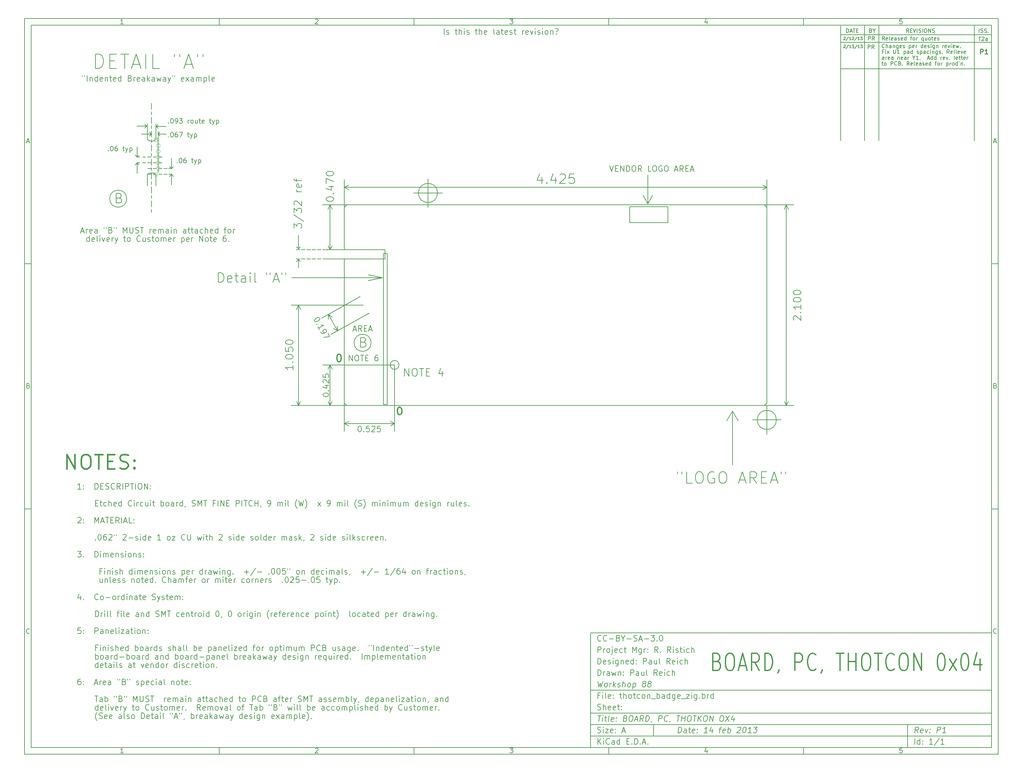
<source format=gbr>
G04 (created by PCBNEW (2012-11-15 BZR 3804)-stable) date Thu 14 Feb 2013 01:13:19 CST*
%MOIN*%
G04 Gerber Fmt 3.4, Leading zero omitted, Abs format*
%FSLAX34Y34*%
G01*
G70*
G90*
G04 APERTURE LIST*
%ADD10C,0.006*%
%ADD11C,0.005*%
%ADD12C,0.01*%
%ADD13C,0.007*%
%ADD14C,0.012*%
%ADD15C,0.008*%
%ADD16C,0.004*%
%ADD17C,0.015*%
%ADD18C,0.00590551*%
G04 APERTURE END LIST*
G54D10*
X-38750Y36250D02*
X63250Y36250D01*
X63250Y-40750D01*
X-38750Y-40750D01*
X-38750Y36250D01*
X-38050Y35550D02*
X62550Y35550D01*
X62550Y-40050D01*
X-38050Y-40050D01*
X-38050Y35550D01*
X-18350Y36250D02*
X-18350Y35550D01*
X-28407Y35697D02*
X-28692Y35697D01*
X-28550Y35697D02*
X-28550Y36197D01*
X-28597Y36126D01*
X-28645Y36078D01*
X-28692Y36054D01*
X-18350Y-40750D02*
X-18350Y-40050D01*
X-28407Y-40602D02*
X-28692Y-40602D01*
X-28550Y-40602D02*
X-28550Y-40102D01*
X-28597Y-40173D01*
X-28645Y-40221D01*
X-28692Y-40245D01*
X2050Y36250D02*
X2050Y35550D01*
X-8292Y36150D02*
X-8269Y36173D01*
X-8221Y36197D01*
X-8102Y36197D01*
X-8054Y36173D01*
X-8030Y36150D01*
X-8007Y36102D01*
X-8007Y36054D01*
X-8030Y35983D01*
X-8316Y35697D01*
X-8007Y35697D01*
X2050Y-40750D02*
X2050Y-40050D01*
X-8292Y-40150D02*
X-8269Y-40126D01*
X-8221Y-40102D01*
X-8102Y-40102D01*
X-8054Y-40126D01*
X-8030Y-40150D01*
X-8007Y-40197D01*
X-8007Y-40245D01*
X-8030Y-40316D01*
X-8316Y-40602D01*
X-8007Y-40602D01*
X22450Y36250D02*
X22450Y35550D01*
X12083Y36197D02*
X12392Y36197D01*
X12226Y36007D01*
X12297Y36007D01*
X12345Y35983D01*
X12369Y35959D01*
X12392Y35911D01*
X12392Y35792D01*
X12369Y35745D01*
X12345Y35721D01*
X12297Y35697D01*
X12154Y35697D01*
X12107Y35721D01*
X12083Y35745D01*
X22450Y-40750D02*
X22450Y-40050D01*
X12083Y-40102D02*
X12392Y-40102D01*
X12226Y-40292D01*
X12297Y-40292D01*
X12345Y-40316D01*
X12369Y-40340D01*
X12392Y-40388D01*
X12392Y-40507D01*
X12369Y-40554D01*
X12345Y-40578D01*
X12297Y-40602D01*
X12154Y-40602D01*
X12107Y-40578D01*
X12083Y-40554D01*
X42850Y36250D02*
X42850Y35550D01*
X32745Y36030D02*
X32745Y35697D01*
X32626Y36221D02*
X32507Y35864D01*
X32816Y35864D01*
X42850Y-40750D02*
X42850Y-40050D01*
X32745Y-40269D02*
X32745Y-40602D01*
X32626Y-40078D02*
X32507Y-40435D01*
X32816Y-40435D01*
X53169Y36197D02*
X52930Y36197D01*
X52907Y35959D01*
X52930Y35983D01*
X52978Y36007D01*
X53097Y36007D01*
X53145Y35983D01*
X53169Y35959D01*
X53192Y35911D01*
X53192Y35792D01*
X53169Y35745D01*
X53145Y35721D01*
X53097Y35697D01*
X52978Y35697D01*
X52930Y35721D01*
X52907Y35745D01*
X53169Y-40102D02*
X52930Y-40102D01*
X52907Y-40340D01*
X52930Y-40316D01*
X52978Y-40292D01*
X53097Y-40292D01*
X53145Y-40316D01*
X53169Y-40340D01*
X53192Y-40388D01*
X53192Y-40507D01*
X53169Y-40554D01*
X53145Y-40578D01*
X53097Y-40602D01*
X52978Y-40602D01*
X52930Y-40578D01*
X52907Y-40554D01*
X-38750Y10590D02*
X-38050Y10590D01*
X-38519Y23360D02*
X-38280Y23360D01*
X-38566Y23217D02*
X-38399Y23717D01*
X-38233Y23217D01*
X63250Y10590D02*
X62550Y10590D01*
X62780Y23360D02*
X63019Y23360D01*
X62733Y23217D02*
X62900Y23717D01*
X63066Y23217D01*
X-38750Y-15070D02*
X-38050Y-15070D01*
X-38364Y-2180D02*
X-38292Y-2204D01*
X-38269Y-2228D01*
X-38245Y-2275D01*
X-38245Y-2347D01*
X-38269Y-2394D01*
X-38292Y-2418D01*
X-38340Y-2442D01*
X-38530Y-2442D01*
X-38530Y-1942D01*
X-38364Y-1942D01*
X-38316Y-1966D01*
X-38292Y-1990D01*
X-38269Y-2037D01*
X-38269Y-2085D01*
X-38292Y-2132D01*
X-38316Y-2156D01*
X-38364Y-2180D01*
X-38530Y-2180D01*
X63250Y-15070D02*
X62550Y-15070D01*
X62935Y-2180D02*
X63007Y-2204D01*
X63030Y-2228D01*
X63054Y-2275D01*
X63054Y-2347D01*
X63030Y-2394D01*
X63007Y-2418D01*
X62959Y-2442D01*
X62769Y-2442D01*
X62769Y-1942D01*
X62935Y-1942D01*
X62983Y-1966D01*
X63007Y-1990D01*
X63030Y-2037D01*
X63030Y-2085D01*
X63007Y-2132D01*
X62983Y-2156D01*
X62935Y-2180D01*
X62769Y-2180D01*
X-38245Y-28054D02*
X-38269Y-28078D01*
X-38340Y-28102D01*
X-38388Y-28102D01*
X-38459Y-28078D01*
X-38507Y-28030D01*
X-38530Y-27983D01*
X-38554Y-27888D01*
X-38554Y-27816D01*
X-38530Y-27721D01*
X-38507Y-27673D01*
X-38459Y-27626D01*
X-38388Y-27602D01*
X-38340Y-27602D01*
X-38269Y-27626D01*
X-38245Y-27650D01*
X63054Y-28054D02*
X63030Y-28078D01*
X62959Y-28102D01*
X62911Y-28102D01*
X62840Y-28078D01*
X62792Y-28030D01*
X62769Y-27983D01*
X62745Y-27888D01*
X62745Y-27816D01*
X62769Y-27721D01*
X62792Y-27673D01*
X62840Y-27626D01*
X62911Y-27602D01*
X62959Y-27602D01*
X63030Y-27626D01*
X63054Y-27650D01*
X29700Y-38492D02*
X29775Y-37892D01*
X29917Y-37892D01*
X30000Y-37921D01*
X30050Y-37978D01*
X30071Y-38035D01*
X30085Y-38150D01*
X30075Y-38235D01*
X30032Y-38350D01*
X29996Y-38407D01*
X29932Y-38464D01*
X29842Y-38492D01*
X29700Y-38492D01*
X30557Y-38492D02*
X30596Y-38178D01*
X30575Y-38121D01*
X30521Y-38092D01*
X30407Y-38092D01*
X30346Y-38121D01*
X30560Y-38464D02*
X30500Y-38492D01*
X30357Y-38492D01*
X30303Y-38464D01*
X30282Y-38407D01*
X30289Y-38350D01*
X30325Y-38292D01*
X30385Y-38264D01*
X30528Y-38264D01*
X30589Y-38235D01*
X30807Y-38092D02*
X31035Y-38092D01*
X30917Y-37892D02*
X30853Y-38407D01*
X30875Y-38464D01*
X30928Y-38492D01*
X30985Y-38492D01*
X31417Y-38464D02*
X31357Y-38492D01*
X31242Y-38492D01*
X31189Y-38464D01*
X31167Y-38407D01*
X31196Y-38178D01*
X31232Y-38121D01*
X31292Y-38092D01*
X31407Y-38092D01*
X31460Y-38121D01*
X31482Y-38178D01*
X31475Y-38235D01*
X31182Y-38292D01*
X31707Y-38435D02*
X31732Y-38464D01*
X31700Y-38492D01*
X31675Y-38464D01*
X31707Y-38435D01*
X31700Y-38492D01*
X31746Y-38121D02*
X31771Y-38150D01*
X31739Y-38178D01*
X31714Y-38150D01*
X31746Y-38121D01*
X31739Y-38178D01*
X32757Y-38492D02*
X32414Y-38492D01*
X32585Y-38492D02*
X32660Y-37892D01*
X32592Y-37978D01*
X32528Y-38035D01*
X32467Y-38064D01*
X33321Y-38092D02*
X33271Y-38492D01*
X33207Y-37864D02*
X33010Y-38292D01*
X33382Y-38292D01*
X34007Y-38092D02*
X34235Y-38092D01*
X34042Y-38492D02*
X34107Y-37978D01*
X34142Y-37921D01*
X34203Y-37892D01*
X34260Y-37892D01*
X34617Y-38464D02*
X34557Y-38492D01*
X34442Y-38492D01*
X34389Y-38464D01*
X34367Y-38407D01*
X34396Y-38178D01*
X34432Y-38121D01*
X34492Y-38092D01*
X34607Y-38092D01*
X34660Y-38121D01*
X34682Y-38178D01*
X34675Y-38235D01*
X34382Y-38292D01*
X34900Y-38492D02*
X34975Y-37892D01*
X34946Y-38121D02*
X35007Y-38092D01*
X35121Y-38092D01*
X35175Y-38121D01*
X35200Y-38150D01*
X35221Y-38207D01*
X35200Y-38378D01*
X35164Y-38435D01*
X35132Y-38464D01*
X35071Y-38492D01*
X34957Y-38492D01*
X34903Y-38464D01*
X35939Y-37950D02*
X35971Y-37921D01*
X36032Y-37892D01*
X36175Y-37892D01*
X36228Y-37921D01*
X36253Y-37950D01*
X36275Y-38007D01*
X36267Y-38064D01*
X36228Y-38150D01*
X35842Y-38492D01*
X36214Y-38492D01*
X36660Y-37892D02*
X36717Y-37892D01*
X36771Y-37921D01*
X36796Y-37950D01*
X36817Y-38007D01*
X36832Y-38121D01*
X36814Y-38264D01*
X36771Y-38378D01*
X36735Y-38435D01*
X36703Y-38464D01*
X36642Y-38492D01*
X36585Y-38492D01*
X36532Y-38464D01*
X36507Y-38435D01*
X36485Y-38378D01*
X36471Y-38264D01*
X36489Y-38121D01*
X36532Y-38007D01*
X36567Y-37950D01*
X36600Y-37921D01*
X36660Y-37892D01*
X37357Y-38492D02*
X37014Y-38492D01*
X37185Y-38492D02*
X37260Y-37892D01*
X37192Y-37978D01*
X37128Y-38035D01*
X37067Y-38064D01*
X37632Y-37892D02*
X38003Y-37892D01*
X37775Y-38121D01*
X37860Y-38121D01*
X37914Y-38150D01*
X37939Y-38178D01*
X37960Y-38235D01*
X37942Y-38378D01*
X37907Y-38435D01*
X37875Y-38464D01*
X37814Y-38492D01*
X37642Y-38492D01*
X37589Y-38464D01*
X37564Y-38435D01*
X21292Y-39692D02*
X21292Y-39092D01*
X21635Y-39692D02*
X21378Y-39350D01*
X21635Y-39092D02*
X21292Y-39435D01*
X21892Y-39692D02*
X21892Y-39292D01*
X21892Y-39092D02*
X21864Y-39121D01*
X21892Y-39150D01*
X21921Y-39121D01*
X21892Y-39092D01*
X21892Y-39150D01*
X22521Y-39635D02*
X22492Y-39664D01*
X22407Y-39692D01*
X22350Y-39692D01*
X22264Y-39664D01*
X22207Y-39607D01*
X22178Y-39550D01*
X22150Y-39435D01*
X22150Y-39350D01*
X22178Y-39235D01*
X22207Y-39178D01*
X22264Y-39121D01*
X22350Y-39092D01*
X22407Y-39092D01*
X22492Y-39121D01*
X22521Y-39150D01*
X23035Y-39692D02*
X23035Y-39378D01*
X23007Y-39321D01*
X22950Y-39292D01*
X22835Y-39292D01*
X22778Y-39321D01*
X23035Y-39664D02*
X22978Y-39692D01*
X22835Y-39692D01*
X22778Y-39664D01*
X22750Y-39607D01*
X22750Y-39550D01*
X22778Y-39492D01*
X22835Y-39464D01*
X22978Y-39464D01*
X23035Y-39435D01*
X23578Y-39692D02*
X23578Y-39092D01*
X23578Y-39664D02*
X23521Y-39692D01*
X23407Y-39692D01*
X23350Y-39664D01*
X23321Y-39635D01*
X23292Y-39578D01*
X23292Y-39407D01*
X23321Y-39350D01*
X23350Y-39321D01*
X23407Y-39292D01*
X23521Y-39292D01*
X23578Y-39321D01*
X24321Y-39378D02*
X24521Y-39378D01*
X24607Y-39692D02*
X24321Y-39692D01*
X24321Y-39092D01*
X24607Y-39092D01*
X24864Y-39635D02*
X24892Y-39664D01*
X24864Y-39692D01*
X24835Y-39664D01*
X24864Y-39635D01*
X24864Y-39692D01*
X25149Y-39692D02*
X25149Y-39092D01*
X25292Y-39092D01*
X25378Y-39121D01*
X25435Y-39178D01*
X25464Y-39235D01*
X25492Y-39350D01*
X25492Y-39435D01*
X25464Y-39550D01*
X25435Y-39607D01*
X25378Y-39664D01*
X25292Y-39692D01*
X25149Y-39692D01*
X25749Y-39635D02*
X25778Y-39664D01*
X25749Y-39692D01*
X25721Y-39664D01*
X25749Y-39635D01*
X25749Y-39692D01*
X26007Y-39521D02*
X26292Y-39521D01*
X25949Y-39692D02*
X26149Y-39092D01*
X26349Y-39692D01*
X26549Y-39635D02*
X26578Y-39664D01*
X26549Y-39692D01*
X26521Y-39664D01*
X26549Y-39635D01*
X26549Y-39692D01*
X54842Y-38492D02*
X54678Y-38207D01*
X54500Y-38492D02*
X54575Y-37892D01*
X54803Y-37892D01*
X54857Y-37921D01*
X54882Y-37950D01*
X54903Y-38007D01*
X54892Y-38092D01*
X54857Y-38150D01*
X54825Y-38178D01*
X54764Y-38207D01*
X54535Y-38207D01*
X55332Y-38464D02*
X55271Y-38492D01*
X55157Y-38492D01*
X55103Y-38464D01*
X55082Y-38407D01*
X55110Y-38178D01*
X55146Y-38121D01*
X55207Y-38092D01*
X55321Y-38092D01*
X55375Y-38121D01*
X55396Y-38178D01*
X55389Y-38235D01*
X55096Y-38292D01*
X55607Y-38092D02*
X55700Y-38492D01*
X55892Y-38092D01*
X56078Y-38435D02*
X56103Y-38464D01*
X56071Y-38492D01*
X56046Y-38464D01*
X56078Y-38435D01*
X56071Y-38492D01*
X56117Y-38121D02*
X56142Y-38150D01*
X56110Y-38178D01*
X56085Y-38150D01*
X56117Y-38121D01*
X56110Y-38178D01*
X56814Y-38492D02*
X56889Y-37892D01*
X57117Y-37892D01*
X57171Y-37921D01*
X57196Y-37950D01*
X57217Y-38007D01*
X57207Y-38092D01*
X57171Y-38150D01*
X57139Y-38178D01*
X57078Y-38207D01*
X56850Y-38207D01*
X57728Y-38492D02*
X57385Y-38492D01*
X57557Y-38492D02*
X57632Y-37892D01*
X57564Y-37978D01*
X57500Y-38035D01*
X57439Y-38064D01*
X21264Y-38464D02*
X21350Y-38492D01*
X21492Y-38492D01*
X21550Y-38464D01*
X21578Y-38435D01*
X21607Y-38378D01*
X21607Y-38321D01*
X21578Y-38264D01*
X21550Y-38235D01*
X21492Y-38207D01*
X21378Y-38178D01*
X21321Y-38150D01*
X21292Y-38121D01*
X21264Y-38064D01*
X21264Y-38007D01*
X21292Y-37950D01*
X21321Y-37921D01*
X21378Y-37892D01*
X21521Y-37892D01*
X21607Y-37921D01*
X21864Y-38492D02*
X21864Y-38092D01*
X21864Y-37892D02*
X21835Y-37921D01*
X21864Y-37950D01*
X21892Y-37921D01*
X21864Y-37892D01*
X21864Y-37950D01*
X22092Y-38092D02*
X22407Y-38092D01*
X22092Y-38492D01*
X22407Y-38492D01*
X22864Y-38464D02*
X22807Y-38492D01*
X22692Y-38492D01*
X22635Y-38464D01*
X22607Y-38407D01*
X22607Y-38178D01*
X22635Y-38121D01*
X22692Y-38092D01*
X22807Y-38092D01*
X22864Y-38121D01*
X22892Y-38178D01*
X22892Y-38235D01*
X22607Y-38292D01*
X23150Y-38435D02*
X23178Y-38464D01*
X23150Y-38492D01*
X23121Y-38464D01*
X23150Y-38435D01*
X23150Y-38492D01*
X23150Y-38121D02*
X23178Y-38150D01*
X23150Y-38178D01*
X23121Y-38150D01*
X23150Y-38121D01*
X23150Y-38178D01*
X23864Y-38321D02*
X24150Y-38321D01*
X23807Y-38492D02*
X24007Y-37892D01*
X24207Y-38492D01*
X54492Y-39692D02*
X54492Y-39092D01*
X55035Y-39692D02*
X55035Y-39092D01*
X55035Y-39664D02*
X54978Y-39692D01*
X54864Y-39692D01*
X54807Y-39664D01*
X54778Y-39635D01*
X54750Y-39578D01*
X54750Y-39407D01*
X54778Y-39350D01*
X54807Y-39321D01*
X54864Y-39292D01*
X54978Y-39292D01*
X55035Y-39321D01*
X55321Y-39635D02*
X55350Y-39664D01*
X55321Y-39692D01*
X55292Y-39664D01*
X55321Y-39635D01*
X55321Y-39692D01*
X55321Y-39321D02*
X55350Y-39350D01*
X55321Y-39378D01*
X55292Y-39350D01*
X55321Y-39321D01*
X55321Y-39378D01*
X56378Y-39692D02*
X56035Y-39692D01*
X56207Y-39692D02*
X56207Y-39092D01*
X56149Y-39178D01*
X56092Y-39235D01*
X56035Y-39264D01*
X57064Y-39064D02*
X56550Y-39835D01*
X57578Y-39692D02*
X57235Y-39692D01*
X57407Y-39692D02*
X57407Y-39092D01*
X57349Y-39178D01*
X57292Y-39235D01*
X57235Y-39264D01*
X21289Y-36692D02*
X21632Y-36692D01*
X21385Y-37292D02*
X21460Y-36692D01*
X21757Y-37292D02*
X21807Y-36892D01*
X21832Y-36692D02*
X21800Y-36721D01*
X21825Y-36750D01*
X21857Y-36721D01*
X21832Y-36692D01*
X21825Y-36750D01*
X22007Y-36892D02*
X22235Y-36892D01*
X22117Y-36692D02*
X22053Y-37207D01*
X22075Y-37264D01*
X22128Y-37292D01*
X22185Y-37292D01*
X22471Y-37292D02*
X22417Y-37264D01*
X22396Y-37207D01*
X22460Y-36692D01*
X22932Y-37264D02*
X22871Y-37292D01*
X22757Y-37292D01*
X22703Y-37264D01*
X22682Y-37207D01*
X22710Y-36978D01*
X22746Y-36921D01*
X22807Y-36892D01*
X22921Y-36892D01*
X22975Y-36921D01*
X22996Y-36978D01*
X22989Y-37035D01*
X22696Y-37092D01*
X23221Y-37235D02*
X23246Y-37264D01*
X23214Y-37292D01*
X23189Y-37264D01*
X23221Y-37235D01*
X23214Y-37292D01*
X23260Y-36921D02*
X23285Y-36950D01*
X23253Y-36978D01*
X23228Y-36950D01*
X23260Y-36921D01*
X23253Y-36978D01*
X24196Y-36978D02*
X24278Y-37007D01*
X24303Y-37035D01*
X24325Y-37092D01*
X24314Y-37178D01*
X24278Y-37235D01*
X24246Y-37264D01*
X24185Y-37292D01*
X23957Y-37292D01*
X24032Y-36692D01*
X24232Y-36692D01*
X24285Y-36721D01*
X24310Y-36750D01*
X24332Y-36807D01*
X24325Y-36864D01*
X24289Y-36921D01*
X24257Y-36950D01*
X24196Y-36978D01*
X23996Y-36978D01*
X24746Y-36692D02*
X24860Y-36692D01*
X24914Y-36721D01*
X24964Y-36778D01*
X24978Y-36892D01*
X24953Y-37092D01*
X24910Y-37207D01*
X24846Y-37264D01*
X24785Y-37292D01*
X24671Y-37292D01*
X24617Y-37264D01*
X24567Y-37207D01*
X24553Y-37092D01*
X24578Y-36892D01*
X24621Y-36778D01*
X24685Y-36721D01*
X24746Y-36692D01*
X25178Y-37121D02*
X25464Y-37121D01*
X25100Y-37292D02*
X25375Y-36692D01*
X25500Y-37292D01*
X26042Y-37292D02*
X25878Y-37007D01*
X25700Y-37292D02*
X25775Y-36692D01*
X26003Y-36692D01*
X26057Y-36721D01*
X26082Y-36750D01*
X26103Y-36807D01*
X26092Y-36892D01*
X26057Y-36950D01*
X26025Y-36978D01*
X25964Y-37007D01*
X25735Y-37007D01*
X26300Y-37292D02*
X26375Y-36692D01*
X26517Y-36692D01*
X26600Y-36721D01*
X26650Y-36778D01*
X26671Y-36835D01*
X26685Y-36950D01*
X26675Y-37035D01*
X26632Y-37150D01*
X26596Y-37207D01*
X26532Y-37264D01*
X26442Y-37292D01*
X26300Y-37292D01*
X26932Y-37264D02*
X26928Y-37292D01*
X26892Y-37350D01*
X26860Y-37378D01*
X27642Y-37292D02*
X27717Y-36692D01*
X27946Y-36692D01*
X27999Y-36721D01*
X28025Y-36750D01*
X28046Y-36807D01*
X28035Y-36892D01*
X28000Y-36950D01*
X27967Y-36978D01*
X27907Y-37007D01*
X27678Y-37007D01*
X28592Y-37235D02*
X28560Y-37264D01*
X28471Y-37292D01*
X28414Y-37292D01*
X28332Y-37264D01*
X28282Y-37207D01*
X28260Y-37150D01*
X28246Y-37035D01*
X28257Y-36950D01*
X28300Y-36835D01*
X28335Y-36778D01*
X28399Y-36721D01*
X28489Y-36692D01*
X28546Y-36692D01*
X28628Y-36721D01*
X28653Y-36750D01*
X28875Y-37264D02*
X28871Y-37292D01*
X28835Y-37350D01*
X28803Y-37378D01*
X29575Y-36692D02*
X29917Y-36692D01*
X29671Y-37292D02*
X29746Y-36692D01*
X30042Y-37292D02*
X30117Y-36692D01*
X30082Y-36978D02*
X30425Y-36978D01*
X30385Y-37292D02*
X30460Y-36692D01*
X30860Y-36692D02*
X30975Y-36692D01*
X31028Y-36721D01*
X31078Y-36778D01*
X31092Y-36892D01*
X31067Y-37092D01*
X31024Y-37207D01*
X30960Y-37264D01*
X30900Y-37292D01*
X30785Y-37292D01*
X30732Y-37264D01*
X30682Y-37207D01*
X30667Y-37092D01*
X30692Y-36892D01*
X30735Y-36778D01*
X30799Y-36721D01*
X30860Y-36692D01*
X31289Y-36692D02*
X31632Y-36692D01*
X31385Y-37292D02*
X31460Y-36692D01*
X31757Y-37292D02*
X31832Y-36692D01*
X32099Y-37292D02*
X31885Y-36950D01*
X32174Y-36692D02*
X31789Y-37035D01*
X32546Y-36692D02*
X32660Y-36692D01*
X32714Y-36721D01*
X32764Y-36778D01*
X32778Y-36892D01*
X32753Y-37092D01*
X32710Y-37207D01*
X32646Y-37264D01*
X32585Y-37292D01*
X32471Y-37292D01*
X32417Y-37264D01*
X32367Y-37207D01*
X32353Y-37092D01*
X32378Y-36892D01*
X32421Y-36778D01*
X32485Y-36721D01*
X32546Y-36692D01*
X32985Y-37292D02*
X33060Y-36692D01*
X33328Y-37292D01*
X33403Y-36692D01*
X34260Y-36692D02*
X34374Y-36692D01*
X34428Y-36721D01*
X34478Y-36778D01*
X34492Y-36892D01*
X34467Y-37092D01*
X34424Y-37207D01*
X34360Y-37264D01*
X34299Y-37292D01*
X34185Y-37292D01*
X34132Y-37264D01*
X34082Y-37207D01*
X34067Y-37092D01*
X34092Y-36892D01*
X34135Y-36778D01*
X34199Y-36721D01*
X34260Y-36692D01*
X34717Y-36692D02*
X35042Y-37292D01*
X35117Y-36692D02*
X34642Y-37292D01*
X35578Y-36892D02*
X35528Y-37292D01*
X35464Y-36664D02*
X35267Y-37092D01*
X35639Y-37092D01*
X21492Y-34578D02*
X21292Y-34578D01*
X21292Y-34892D02*
X21292Y-34292D01*
X21578Y-34292D01*
X21807Y-34892D02*
X21807Y-34492D01*
X21807Y-34292D02*
X21778Y-34321D01*
X21807Y-34350D01*
X21835Y-34321D01*
X21807Y-34292D01*
X21807Y-34350D01*
X22178Y-34892D02*
X22121Y-34864D01*
X22092Y-34807D01*
X22092Y-34292D01*
X22635Y-34864D02*
X22578Y-34892D01*
X22464Y-34892D01*
X22407Y-34864D01*
X22378Y-34807D01*
X22378Y-34578D01*
X22407Y-34521D01*
X22464Y-34492D01*
X22578Y-34492D01*
X22635Y-34521D01*
X22664Y-34578D01*
X22664Y-34635D01*
X22378Y-34692D01*
X22921Y-34835D02*
X22950Y-34864D01*
X22921Y-34892D01*
X22892Y-34864D01*
X22921Y-34835D01*
X22921Y-34892D01*
X22921Y-34521D02*
X22950Y-34550D01*
X22921Y-34578D01*
X22892Y-34550D01*
X22921Y-34521D01*
X22921Y-34578D01*
X23578Y-34492D02*
X23807Y-34492D01*
X23664Y-34292D02*
X23664Y-34807D01*
X23692Y-34864D01*
X23750Y-34892D01*
X23807Y-34892D01*
X24007Y-34892D02*
X24007Y-34292D01*
X24264Y-34892D02*
X24264Y-34578D01*
X24235Y-34521D01*
X24178Y-34492D01*
X24092Y-34492D01*
X24035Y-34521D01*
X24007Y-34550D01*
X24635Y-34892D02*
X24578Y-34864D01*
X24550Y-34835D01*
X24521Y-34778D01*
X24521Y-34607D01*
X24550Y-34550D01*
X24578Y-34521D01*
X24635Y-34492D01*
X24721Y-34492D01*
X24778Y-34521D01*
X24807Y-34550D01*
X24835Y-34607D01*
X24835Y-34778D01*
X24807Y-34835D01*
X24778Y-34864D01*
X24721Y-34892D01*
X24635Y-34892D01*
X25007Y-34492D02*
X25235Y-34492D01*
X25092Y-34292D02*
X25092Y-34807D01*
X25121Y-34864D01*
X25178Y-34892D01*
X25235Y-34892D01*
X25692Y-34864D02*
X25635Y-34892D01*
X25521Y-34892D01*
X25464Y-34864D01*
X25435Y-34835D01*
X25407Y-34778D01*
X25407Y-34607D01*
X25435Y-34550D01*
X25464Y-34521D01*
X25521Y-34492D01*
X25635Y-34492D01*
X25692Y-34521D01*
X26035Y-34892D02*
X25978Y-34864D01*
X25950Y-34835D01*
X25921Y-34778D01*
X25921Y-34607D01*
X25950Y-34550D01*
X25978Y-34521D01*
X26035Y-34492D01*
X26121Y-34492D01*
X26178Y-34521D01*
X26207Y-34550D01*
X26235Y-34607D01*
X26235Y-34778D01*
X26207Y-34835D01*
X26178Y-34864D01*
X26121Y-34892D01*
X26035Y-34892D01*
X26492Y-34492D02*
X26492Y-34892D01*
X26492Y-34550D02*
X26521Y-34521D01*
X26578Y-34492D01*
X26664Y-34492D01*
X26721Y-34521D01*
X26750Y-34578D01*
X26750Y-34892D01*
X26892Y-34950D02*
X27350Y-34950D01*
X27492Y-34892D02*
X27492Y-34292D01*
X27492Y-34521D02*
X27550Y-34492D01*
X27664Y-34492D01*
X27721Y-34521D01*
X27750Y-34550D01*
X27778Y-34607D01*
X27778Y-34778D01*
X27750Y-34835D01*
X27721Y-34864D01*
X27664Y-34892D01*
X27550Y-34892D01*
X27492Y-34864D01*
X28292Y-34892D02*
X28292Y-34578D01*
X28264Y-34521D01*
X28207Y-34492D01*
X28092Y-34492D01*
X28035Y-34521D01*
X28292Y-34864D02*
X28235Y-34892D01*
X28092Y-34892D01*
X28035Y-34864D01*
X28007Y-34807D01*
X28007Y-34750D01*
X28035Y-34692D01*
X28092Y-34664D01*
X28235Y-34664D01*
X28292Y-34635D01*
X28835Y-34892D02*
X28835Y-34292D01*
X28835Y-34864D02*
X28778Y-34892D01*
X28664Y-34892D01*
X28607Y-34864D01*
X28578Y-34835D01*
X28550Y-34778D01*
X28550Y-34607D01*
X28578Y-34550D01*
X28607Y-34521D01*
X28664Y-34492D01*
X28778Y-34492D01*
X28835Y-34521D01*
X29378Y-34492D02*
X29378Y-34978D01*
X29350Y-35035D01*
X29321Y-35064D01*
X29264Y-35092D01*
X29178Y-35092D01*
X29121Y-35064D01*
X29378Y-34864D02*
X29321Y-34892D01*
X29207Y-34892D01*
X29150Y-34864D01*
X29121Y-34835D01*
X29092Y-34778D01*
X29092Y-34607D01*
X29121Y-34550D01*
X29150Y-34521D01*
X29207Y-34492D01*
X29321Y-34492D01*
X29378Y-34521D01*
X29892Y-34864D02*
X29835Y-34892D01*
X29721Y-34892D01*
X29664Y-34864D01*
X29635Y-34807D01*
X29635Y-34578D01*
X29664Y-34521D01*
X29721Y-34492D01*
X29835Y-34492D01*
X29892Y-34521D01*
X29921Y-34578D01*
X29921Y-34635D01*
X29635Y-34692D01*
X30035Y-34950D02*
X30492Y-34950D01*
X30578Y-34492D02*
X30892Y-34492D01*
X30578Y-34892D01*
X30892Y-34892D01*
X31121Y-34892D02*
X31121Y-34492D01*
X31121Y-34292D02*
X31092Y-34321D01*
X31121Y-34350D01*
X31150Y-34321D01*
X31121Y-34292D01*
X31121Y-34350D01*
X31664Y-34492D02*
X31664Y-34978D01*
X31635Y-35035D01*
X31607Y-35064D01*
X31549Y-35092D01*
X31464Y-35092D01*
X31407Y-35064D01*
X31664Y-34864D02*
X31607Y-34892D01*
X31492Y-34892D01*
X31435Y-34864D01*
X31407Y-34835D01*
X31378Y-34778D01*
X31378Y-34607D01*
X31407Y-34550D01*
X31435Y-34521D01*
X31492Y-34492D01*
X31607Y-34492D01*
X31664Y-34521D01*
X31949Y-34835D02*
X31978Y-34864D01*
X31949Y-34892D01*
X31921Y-34864D01*
X31949Y-34835D01*
X31949Y-34892D01*
X32235Y-34892D02*
X32235Y-34292D01*
X32235Y-34521D02*
X32292Y-34492D01*
X32407Y-34492D01*
X32464Y-34521D01*
X32492Y-34550D01*
X32521Y-34607D01*
X32521Y-34778D01*
X32492Y-34835D01*
X32464Y-34864D01*
X32407Y-34892D01*
X32292Y-34892D01*
X32235Y-34864D01*
X32778Y-34892D02*
X32778Y-34492D01*
X32778Y-34607D02*
X32807Y-34550D01*
X32835Y-34521D01*
X32892Y-34492D01*
X32949Y-34492D01*
X33407Y-34892D02*
X33407Y-34292D01*
X33407Y-34864D02*
X33349Y-34892D01*
X33235Y-34892D01*
X33178Y-34864D01*
X33149Y-34835D01*
X33121Y-34778D01*
X33121Y-34607D01*
X33149Y-34550D01*
X33178Y-34521D01*
X33235Y-34492D01*
X33349Y-34492D01*
X33407Y-34521D01*
X21264Y-36064D02*
X21350Y-36092D01*
X21492Y-36092D01*
X21550Y-36064D01*
X21578Y-36035D01*
X21607Y-35978D01*
X21607Y-35921D01*
X21578Y-35864D01*
X21550Y-35835D01*
X21492Y-35807D01*
X21378Y-35778D01*
X21321Y-35750D01*
X21292Y-35721D01*
X21264Y-35664D01*
X21264Y-35607D01*
X21292Y-35550D01*
X21321Y-35521D01*
X21378Y-35492D01*
X21521Y-35492D01*
X21607Y-35521D01*
X21864Y-36092D02*
X21864Y-35492D01*
X22121Y-36092D02*
X22121Y-35778D01*
X22092Y-35721D01*
X22035Y-35692D01*
X21950Y-35692D01*
X21892Y-35721D01*
X21864Y-35750D01*
X22635Y-36064D02*
X22578Y-36092D01*
X22464Y-36092D01*
X22407Y-36064D01*
X22378Y-36007D01*
X22378Y-35778D01*
X22407Y-35721D01*
X22464Y-35692D01*
X22578Y-35692D01*
X22635Y-35721D01*
X22664Y-35778D01*
X22664Y-35835D01*
X22378Y-35892D01*
X23150Y-36064D02*
X23092Y-36092D01*
X22978Y-36092D01*
X22921Y-36064D01*
X22892Y-36007D01*
X22892Y-35778D01*
X22921Y-35721D01*
X22978Y-35692D01*
X23092Y-35692D01*
X23150Y-35721D01*
X23178Y-35778D01*
X23178Y-35835D01*
X22892Y-35892D01*
X23350Y-35692D02*
X23578Y-35692D01*
X23435Y-35492D02*
X23435Y-36007D01*
X23464Y-36064D01*
X23521Y-36092D01*
X23578Y-36092D01*
X23778Y-36035D02*
X23807Y-36064D01*
X23778Y-36092D01*
X23750Y-36064D01*
X23778Y-36035D01*
X23778Y-36092D01*
X23778Y-35721D02*
X23807Y-35750D01*
X23778Y-35778D01*
X23750Y-35750D01*
X23778Y-35721D01*
X23778Y-35778D01*
X21317Y-33092D02*
X21385Y-33692D01*
X21553Y-33264D01*
X21614Y-33692D01*
X21832Y-33092D01*
X22071Y-33692D02*
X22017Y-33664D01*
X21992Y-33635D01*
X21971Y-33578D01*
X21992Y-33407D01*
X22028Y-33350D01*
X22060Y-33321D01*
X22121Y-33292D01*
X22207Y-33292D01*
X22260Y-33321D01*
X22285Y-33350D01*
X22307Y-33407D01*
X22285Y-33578D01*
X22250Y-33635D01*
X22217Y-33664D01*
X22157Y-33692D01*
X22071Y-33692D01*
X22528Y-33692D02*
X22578Y-33292D01*
X22564Y-33407D02*
X22600Y-33350D01*
X22632Y-33321D01*
X22692Y-33292D01*
X22750Y-33292D01*
X22900Y-33692D02*
X22975Y-33092D01*
X22985Y-33464D02*
X23128Y-33692D01*
X23178Y-33292D02*
X22921Y-33521D01*
X23360Y-33664D02*
X23414Y-33692D01*
X23528Y-33692D01*
X23589Y-33664D01*
X23625Y-33607D01*
X23628Y-33578D01*
X23607Y-33521D01*
X23553Y-33492D01*
X23467Y-33492D01*
X23414Y-33464D01*
X23392Y-33407D01*
X23396Y-33378D01*
X23432Y-33321D01*
X23492Y-33292D01*
X23578Y-33292D01*
X23632Y-33321D01*
X23871Y-33692D02*
X23946Y-33092D01*
X24128Y-33692D02*
X24167Y-33378D01*
X24146Y-33321D01*
X24092Y-33292D01*
X24007Y-33292D01*
X23946Y-33321D01*
X23914Y-33350D01*
X24499Y-33692D02*
X24446Y-33664D01*
X24421Y-33635D01*
X24400Y-33578D01*
X24421Y-33407D01*
X24457Y-33350D01*
X24489Y-33321D01*
X24549Y-33292D01*
X24635Y-33292D01*
X24689Y-33321D01*
X24714Y-33350D01*
X24735Y-33407D01*
X24714Y-33578D01*
X24678Y-33635D01*
X24646Y-33664D01*
X24585Y-33692D01*
X24499Y-33692D01*
X25007Y-33292D02*
X24932Y-33892D01*
X25003Y-33321D02*
X25064Y-33292D01*
X25178Y-33292D01*
X25232Y-33321D01*
X25257Y-33350D01*
X25278Y-33407D01*
X25257Y-33578D01*
X25221Y-33635D01*
X25189Y-33664D01*
X25128Y-33692D01*
X25014Y-33692D01*
X24960Y-33664D01*
X26085Y-33350D02*
X26032Y-33321D01*
X26007Y-33292D01*
X25985Y-33235D01*
X25989Y-33207D01*
X26024Y-33150D01*
X26057Y-33121D01*
X26117Y-33092D01*
X26232Y-33092D01*
X26285Y-33121D01*
X26310Y-33150D01*
X26332Y-33207D01*
X26328Y-33235D01*
X26292Y-33292D01*
X26260Y-33321D01*
X26199Y-33350D01*
X26085Y-33350D01*
X26025Y-33378D01*
X25992Y-33407D01*
X25957Y-33464D01*
X25942Y-33578D01*
X25964Y-33635D01*
X25989Y-33664D01*
X26042Y-33692D01*
X26157Y-33692D01*
X26217Y-33664D01*
X26249Y-33635D01*
X26285Y-33578D01*
X26299Y-33464D01*
X26278Y-33407D01*
X26253Y-33378D01*
X26199Y-33350D01*
X26657Y-33350D02*
X26603Y-33321D01*
X26578Y-33292D01*
X26557Y-33235D01*
X26560Y-33207D01*
X26596Y-33150D01*
X26628Y-33121D01*
X26689Y-33092D01*
X26803Y-33092D01*
X26857Y-33121D01*
X26882Y-33150D01*
X26903Y-33207D01*
X26900Y-33235D01*
X26864Y-33292D01*
X26832Y-33321D01*
X26771Y-33350D01*
X26657Y-33350D01*
X26596Y-33378D01*
X26564Y-33407D01*
X26528Y-33464D01*
X26514Y-33578D01*
X26535Y-33635D01*
X26560Y-33664D01*
X26614Y-33692D01*
X26728Y-33692D01*
X26789Y-33664D01*
X26821Y-33635D01*
X26857Y-33578D01*
X26871Y-33464D01*
X26849Y-33407D01*
X26825Y-33378D01*
X26771Y-33350D01*
X21292Y-32492D02*
X21292Y-31892D01*
X21435Y-31892D01*
X21521Y-31921D01*
X21578Y-31978D01*
X21607Y-32035D01*
X21635Y-32150D01*
X21635Y-32235D01*
X21607Y-32350D01*
X21578Y-32407D01*
X21521Y-32464D01*
X21435Y-32492D01*
X21292Y-32492D01*
X21892Y-32492D02*
X21892Y-32092D01*
X21892Y-32207D02*
X21921Y-32150D01*
X21950Y-32121D01*
X22007Y-32092D01*
X22064Y-32092D01*
X22521Y-32492D02*
X22521Y-32178D01*
X22492Y-32121D01*
X22435Y-32092D01*
X22321Y-32092D01*
X22264Y-32121D01*
X22521Y-32464D02*
X22464Y-32492D01*
X22321Y-32492D01*
X22264Y-32464D01*
X22235Y-32407D01*
X22235Y-32350D01*
X22264Y-32292D01*
X22321Y-32264D01*
X22464Y-32264D01*
X22521Y-32235D01*
X22750Y-32092D02*
X22864Y-32492D01*
X22978Y-32207D01*
X23092Y-32492D01*
X23207Y-32092D01*
X23435Y-32092D02*
X23435Y-32492D01*
X23435Y-32150D02*
X23464Y-32121D01*
X23521Y-32092D01*
X23607Y-32092D01*
X23664Y-32121D01*
X23692Y-32178D01*
X23692Y-32492D01*
X23978Y-32435D02*
X24007Y-32464D01*
X23978Y-32492D01*
X23950Y-32464D01*
X23978Y-32435D01*
X23978Y-32492D01*
X23978Y-32121D02*
X24007Y-32150D01*
X23978Y-32178D01*
X23950Y-32150D01*
X23978Y-32121D01*
X23978Y-32178D01*
X24721Y-32492D02*
X24721Y-31892D01*
X24950Y-31892D01*
X25007Y-31921D01*
X25035Y-31950D01*
X25064Y-32007D01*
X25064Y-32092D01*
X25035Y-32150D01*
X25007Y-32178D01*
X24950Y-32207D01*
X24721Y-32207D01*
X25578Y-32492D02*
X25578Y-32178D01*
X25550Y-32121D01*
X25492Y-32092D01*
X25378Y-32092D01*
X25321Y-32121D01*
X25578Y-32464D02*
X25521Y-32492D01*
X25378Y-32492D01*
X25321Y-32464D01*
X25292Y-32407D01*
X25292Y-32350D01*
X25321Y-32292D01*
X25378Y-32264D01*
X25521Y-32264D01*
X25578Y-32235D01*
X26121Y-32092D02*
X26121Y-32492D01*
X25864Y-32092D02*
X25864Y-32407D01*
X25892Y-32464D01*
X25949Y-32492D01*
X26035Y-32492D01*
X26092Y-32464D01*
X26121Y-32435D01*
X26492Y-32492D02*
X26435Y-32464D01*
X26407Y-32407D01*
X26407Y-31892D01*
X27521Y-32492D02*
X27321Y-32207D01*
X27178Y-32492D02*
X27178Y-31892D01*
X27407Y-31892D01*
X27464Y-31921D01*
X27492Y-31950D01*
X27521Y-32007D01*
X27521Y-32092D01*
X27492Y-32150D01*
X27464Y-32178D01*
X27407Y-32207D01*
X27178Y-32207D01*
X28007Y-32464D02*
X27950Y-32492D01*
X27835Y-32492D01*
X27778Y-32464D01*
X27750Y-32407D01*
X27750Y-32178D01*
X27778Y-32121D01*
X27835Y-32092D01*
X27950Y-32092D01*
X28007Y-32121D01*
X28035Y-32178D01*
X28035Y-32235D01*
X27750Y-32292D01*
X28292Y-32492D02*
X28292Y-32092D01*
X28292Y-31892D02*
X28264Y-31921D01*
X28292Y-31950D01*
X28321Y-31921D01*
X28292Y-31892D01*
X28292Y-31950D01*
X28835Y-32464D02*
X28778Y-32492D01*
X28664Y-32492D01*
X28607Y-32464D01*
X28578Y-32435D01*
X28550Y-32378D01*
X28550Y-32207D01*
X28578Y-32150D01*
X28607Y-32121D01*
X28664Y-32092D01*
X28778Y-32092D01*
X28835Y-32121D01*
X29092Y-32492D02*
X29092Y-31892D01*
X29350Y-32492D02*
X29350Y-32178D01*
X29321Y-32121D01*
X29264Y-32092D01*
X29178Y-32092D01*
X29121Y-32121D01*
X29092Y-32150D01*
X21292Y-31292D02*
X21292Y-30692D01*
X21435Y-30692D01*
X21521Y-30721D01*
X21578Y-30778D01*
X21607Y-30835D01*
X21635Y-30950D01*
X21635Y-31035D01*
X21607Y-31150D01*
X21578Y-31207D01*
X21521Y-31264D01*
X21435Y-31292D01*
X21292Y-31292D01*
X22121Y-31264D02*
X22064Y-31292D01*
X21950Y-31292D01*
X21892Y-31264D01*
X21864Y-31207D01*
X21864Y-30978D01*
X21892Y-30921D01*
X21950Y-30892D01*
X22064Y-30892D01*
X22121Y-30921D01*
X22150Y-30978D01*
X22150Y-31035D01*
X21864Y-31092D01*
X22378Y-31264D02*
X22435Y-31292D01*
X22550Y-31292D01*
X22607Y-31264D01*
X22635Y-31207D01*
X22635Y-31178D01*
X22607Y-31121D01*
X22550Y-31092D01*
X22464Y-31092D01*
X22407Y-31064D01*
X22378Y-31007D01*
X22378Y-30978D01*
X22407Y-30921D01*
X22464Y-30892D01*
X22550Y-30892D01*
X22607Y-30921D01*
X22892Y-31292D02*
X22892Y-30892D01*
X22892Y-30692D02*
X22864Y-30721D01*
X22892Y-30750D01*
X22921Y-30721D01*
X22892Y-30692D01*
X22892Y-30750D01*
X23435Y-30892D02*
X23435Y-31378D01*
X23407Y-31435D01*
X23378Y-31464D01*
X23321Y-31492D01*
X23235Y-31492D01*
X23178Y-31464D01*
X23435Y-31264D02*
X23378Y-31292D01*
X23264Y-31292D01*
X23207Y-31264D01*
X23178Y-31235D01*
X23150Y-31178D01*
X23150Y-31007D01*
X23178Y-30950D01*
X23207Y-30921D01*
X23264Y-30892D01*
X23378Y-30892D01*
X23435Y-30921D01*
X23721Y-30892D02*
X23721Y-31292D01*
X23721Y-30950D02*
X23750Y-30921D01*
X23807Y-30892D01*
X23892Y-30892D01*
X23950Y-30921D01*
X23978Y-30978D01*
X23978Y-31292D01*
X24492Y-31264D02*
X24435Y-31292D01*
X24321Y-31292D01*
X24264Y-31264D01*
X24235Y-31207D01*
X24235Y-30978D01*
X24264Y-30921D01*
X24321Y-30892D01*
X24435Y-30892D01*
X24492Y-30921D01*
X24521Y-30978D01*
X24521Y-31035D01*
X24235Y-31092D01*
X25035Y-31292D02*
X25035Y-30692D01*
X25035Y-31264D02*
X24978Y-31292D01*
X24864Y-31292D01*
X24807Y-31264D01*
X24778Y-31235D01*
X24750Y-31178D01*
X24750Y-31007D01*
X24778Y-30950D01*
X24807Y-30921D01*
X24864Y-30892D01*
X24978Y-30892D01*
X25035Y-30921D01*
X25321Y-31235D02*
X25350Y-31264D01*
X25321Y-31292D01*
X25292Y-31264D01*
X25321Y-31235D01*
X25321Y-31292D01*
X25321Y-30921D02*
X25350Y-30950D01*
X25321Y-30978D01*
X25292Y-30950D01*
X25321Y-30921D01*
X25321Y-30978D01*
X26064Y-31292D02*
X26064Y-30692D01*
X26292Y-30692D01*
X26349Y-30721D01*
X26378Y-30750D01*
X26407Y-30807D01*
X26407Y-30892D01*
X26378Y-30950D01*
X26349Y-30978D01*
X26292Y-31007D01*
X26064Y-31007D01*
X26921Y-31292D02*
X26921Y-30978D01*
X26892Y-30921D01*
X26835Y-30892D01*
X26721Y-30892D01*
X26664Y-30921D01*
X26921Y-31264D02*
X26864Y-31292D01*
X26721Y-31292D01*
X26664Y-31264D01*
X26635Y-31207D01*
X26635Y-31150D01*
X26664Y-31092D01*
X26721Y-31064D01*
X26864Y-31064D01*
X26921Y-31035D01*
X27464Y-30892D02*
X27464Y-31292D01*
X27207Y-30892D02*
X27207Y-31207D01*
X27235Y-31264D01*
X27292Y-31292D01*
X27378Y-31292D01*
X27435Y-31264D01*
X27464Y-31235D01*
X27835Y-31292D02*
X27778Y-31264D01*
X27749Y-31207D01*
X27749Y-30692D01*
X28864Y-31292D02*
X28664Y-31007D01*
X28521Y-31292D02*
X28521Y-30692D01*
X28750Y-30692D01*
X28807Y-30721D01*
X28835Y-30750D01*
X28864Y-30807D01*
X28864Y-30892D01*
X28835Y-30950D01*
X28807Y-30978D01*
X28750Y-31007D01*
X28521Y-31007D01*
X29350Y-31264D02*
X29292Y-31292D01*
X29178Y-31292D01*
X29121Y-31264D01*
X29092Y-31207D01*
X29092Y-30978D01*
X29121Y-30921D01*
X29178Y-30892D01*
X29292Y-30892D01*
X29350Y-30921D01*
X29378Y-30978D01*
X29378Y-31035D01*
X29092Y-31092D01*
X29635Y-31292D02*
X29635Y-30892D01*
X29635Y-30692D02*
X29607Y-30721D01*
X29635Y-30750D01*
X29664Y-30721D01*
X29635Y-30692D01*
X29635Y-30750D01*
X30178Y-31264D02*
X30121Y-31292D01*
X30007Y-31292D01*
X29950Y-31264D01*
X29921Y-31235D01*
X29892Y-31178D01*
X29892Y-31007D01*
X29921Y-30950D01*
X29950Y-30921D01*
X30007Y-30892D01*
X30121Y-30892D01*
X30178Y-30921D01*
X30435Y-31292D02*
X30435Y-30692D01*
X30692Y-31292D02*
X30692Y-30978D01*
X30664Y-30921D01*
X30607Y-30892D01*
X30521Y-30892D01*
X30464Y-30921D01*
X30435Y-30950D01*
X21292Y-30092D02*
X21292Y-29492D01*
X21521Y-29492D01*
X21578Y-29521D01*
X21607Y-29550D01*
X21635Y-29607D01*
X21635Y-29692D01*
X21607Y-29750D01*
X21578Y-29778D01*
X21521Y-29807D01*
X21292Y-29807D01*
X21892Y-30092D02*
X21892Y-29692D01*
X21892Y-29807D02*
X21921Y-29750D01*
X21950Y-29721D01*
X22007Y-29692D01*
X22064Y-29692D01*
X22350Y-30092D02*
X22292Y-30064D01*
X22264Y-30035D01*
X22235Y-29978D01*
X22235Y-29807D01*
X22264Y-29750D01*
X22292Y-29721D01*
X22350Y-29692D01*
X22435Y-29692D01*
X22492Y-29721D01*
X22521Y-29750D01*
X22550Y-29807D01*
X22550Y-29978D01*
X22521Y-30035D01*
X22492Y-30064D01*
X22435Y-30092D01*
X22350Y-30092D01*
X22807Y-29692D02*
X22807Y-30207D01*
X22778Y-30264D01*
X22721Y-30292D01*
X22692Y-30292D01*
X22807Y-29492D02*
X22778Y-29521D01*
X22807Y-29550D01*
X22835Y-29521D01*
X22807Y-29492D01*
X22807Y-29550D01*
X23321Y-30064D02*
X23264Y-30092D01*
X23150Y-30092D01*
X23092Y-30064D01*
X23064Y-30007D01*
X23064Y-29778D01*
X23092Y-29721D01*
X23150Y-29692D01*
X23264Y-29692D01*
X23321Y-29721D01*
X23350Y-29778D01*
X23350Y-29835D01*
X23064Y-29892D01*
X23864Y-30064D02*
X23807Y-30092D01*
X23692Y-30092D01*
X23635Y-30064D01*
X23607Y-30035D01*
X23578Y-29978D01*
X23578Y-29807D01*
X23607Y-29750D01*
X23635Y-29721D01*
X23692Y-29692D01*
X23807Y-29692D01*
X23864Y-29721D01*
X24035Y-29692D02*
X24264Y-29692D01*
X24121Y-29492D02*
X24121Y-30007D01*
X24150Y-30064D01*
X24207Y-30092D01*
X24264Y-30092D01*
X24921Y-30092D02*
X24921Y-29492D01*
X25121Y-29921D01*
X25321Y-29492D01*
X25321Y-30092D01*
X25864Y-29692D02*
X25864Y-30178D01*
X25835Y-30235D01*
X25807Y-30264D01*
X25750Y-30292D01*
X25664Y-30292D01*
X25607Y-30264D01*
X25864Y-30064D02*
X25807Y-30092D01*
X25692Y-30092D01*
X25635Y-30064D01*
X25607Y-30035D01*
X25578Y-29978D01*
X25578Y-29807D01*
X25607Y-29750D01*
X25635Y-29721D01*
X25692Y-29692D01*
X25807Y-29692D01*
X25864Y-29721D01*
X26150Y-30092D02*
X26150Y-29692D01*
X26150Y-29807D02*
X26178Y-29750D01*
X26207Y-29721D01*
X26264Y-29692D01*
X26321Y-29692D01*
X26521Y-30035D02*
X26550Y-30064D01*
X26521Y-30092D01*
X26492Y-30064D01*
X26521Y-30035D01*
X26521Y-30092D01*
X26521Y-29721D02*
X26550Y-29750D01*
X26521Y-29778D01*
X26492Y-29750D01*
X26521Y-29721D01*
X26521Y-29778D01*
X27607Y-30092D02*
X27407Y-29807D01*
X27264Y-30092D02*
X27264Y-29492D01*
X27492Y-29492D01*
X27550Y-29521D01*
X27578Y-29550D01*
X27607Y-29607D01*
X27607Y-29692D01*
X27578Y-29750D01*
X27550Y-29778D01*
X27492Y-29807D01*
X27264Y-29807D01*
X27864Y-30035D02*
X27892Y-30064D01*
X27864Y-30092D01*
X27835Y-30064D01*
X27864Y-30035D01*
X27864Y-30092D01*
X28950Y-30092D02*
X28750Y-29807D01*
X28607Y-30092D02*
X28607Y-29492D01*
X28835Y-29492D01*
X28892Y-29521D01*
X28921Y-29550D01*
X28950Y-29607D01*
X28950Y-29692D01*
X28921Y-29750D01*
X28892Y-29778D01*
X28835Y-29807D01*
X28607Y-29807D01*
X29207Y-30092D02*
X29207Y-29692D01*
X29207Y-29492D02*
X29178Y-29521D01*
X29207Y-29550D01*
X29235Y-29521D01*
X29207Y-29492D01*
X29207Y-29550D01*
X29464Y-30064D02*
X29521Y-30092D01*
X29635Y-30092D01*
X29692Y-30064D01*
X29721Y-30007D01*
X29721Y-29978D01*
X29692Y-29921D01*
X29635Y-29892D01*
X29550Y-29892D01*
X29492Y-29864D01*
X29464Y-29807D01*
X29464Y-29778D01*
X29492Y-29721D01*
X29550Y-29692D01*
X29635Y-29692D01*
X29692Y-29721D01*
X29892Y-29692D02*
X30121Y-29692D01*
X29978Y-29492D02*
X29978Y-30007D01*
X30007Y-30064D01*
X30064Y-30092D01*
X30121Y-30092D01*
X30321Y-30092D02*
X30321Y-29692D01*
X30321Y-29492D02*
X30292Y-29521D01*
X30321Y-29550D01*
X30350Y-29521D01*
X30321Y-29492D01*
X30321Y-29550D01*
X30864Y-30064D02*
X30807Y-30092D01*
X30692Y-30092D01*
X30635Y-30064D01*
X30607Y-30035D01*
X30578Y-29978D01*
X30578Y-29807D01*
X30607Y-29750D01*
X30635Y-29721D01*
X30692Y-29692D01*
X30807Y-29692D01*
X30864Y-29721D01*
X31121Y-30092D02*
X31121Y-29492D01*
X31378Y-30092D02*
X31378Y-29778D01*
X31350Y-29721D01*
X31292Y-29692D01*
X31207Y-29692D01*
X31150Y-29721D01*
X31121Y-29750D01*
X21635Y-28835D02*
X21607Y-28864D01*
X21521Y-28892D01*
X21464Y-28892D01*
X21378Y-28864D01*
X21321Y-28807D01*
X21292Y-28750D01*
X21264Y-28635D01*
X21264Y-28550D01*
X21292Y-28435D01*
X21321Y-28378D01*
X21378Y-28321D01*
X21464Y-28292D01*
X21521Y-28292D01*
X21607Y-28321D01*
X21635Y-28350D01*
X22235Y-28835D02*
X22207Y-28864D01*
X22121Y-28892D01*
X22064Y-28892D01*
X21978Y-28864D01*
X21921Y-28807D01*
X21892Y-28750D01*
X21864Y-28635D01*
X21864Y-28550D01*
X21892Y-28435D01*
X21921Y-28378D01*
X21978Y-28321D01*
X22064Y-28292D01*
X22121Y-28292D01*
X22207Y-28321D01*
X22235Y-28350D01*
X22492Y-28664D02*
X22950Y-28664D01*
X23435Y-28578D02*
X23521Y-28607D01*
X23550Y-28635D01*
X23578Y-28692D01*
X23578Y-28778D01*
X23550Y-28835D01*
X23521Y-28864D01*
X23464Y-28892D01*
X23235Y-28892D01*
X23235Y-28292D01*
X23435Y-28292D01*
X23492Y-28321D01*
X23521Y-28350D01*
X23550Y-28407D01*
X23550Y-28464D01*
X23521Y-28521D01*
X23492Y-28550D01*
X23435Y-28578D01*
X23235Y-28578D01*
X23950Y-28607D02*
X23950Y-28892D01*
X23750Y-28292D02*
X23950Y-28607D01*
X24150Y-28292D01*
X24350Y-28664D02*
X24807Y-28664D01*
X25064Y-28864D02*
X25150Y-28892D01*
X25292Y-28892D01*
X25350Y-28864D01*
X25378Y-28835D01*
X25407Y-28778D01*
X25407Y-28721D01*
X25378Y-28664D01*
X25350Y-28635D01*
X25292Y-28607D01*
X25178Y-28578D01*
X25121Y-28550D01*
X25092Y-28521D01*
X25064Y-28464D01*
X25064Y-28407D01*
X25092Y-28350D01*
X25121Y-28321D01*
X25178Y-28292D01*
X25321Y-28292D01*
X25407Y-28321D01*
X25635Y-28721D02*
X25921Y-28721D01*
X25578Y-28892D02*
X25778Y-28292D01*
X25978Y-28892D01*
X26178Y-28664D02*
X26635Y-28664D01*
X26864Y-28292D02*
X27235Y-28292D01*
X27035Y-28521D01*
X27121Y-28521D01*
X27178Y-28550D01*
X27207Y-28578D01*
X27235Y-28635D01*
X27235Y-28778D01*
X27207Y-28835D01*
X27178Y-28864D01*
X27121Y-28892D01*
X26950Y-28892D01*
X26892Y-28864D01*
X26864Y-28835D01*
X27492Y-28835D02*
X27521Y-28864D01*
X27492Y-28892D01*
X27464Y-28864D01*
X27492Y-28835D01*
X27492Y-28892D01*
X27892Y-28292D02*
X27950Y-28292D01*
X28007Y-28321D01*
X28035Y-28350D01*
X28064Y-28407D01*
X28092Y-28521D01*
X28092Y-28664D01*
X28064Y-28778D01*
X28035Y-28835D01*
X28007Y-28864D01*
X27950Y-28892D01*
X27892Y-28892D01*
X27835Y-28864D01*
X27807Y-28835D01*
X27778Y-28778D01*
X27750Y-28664D01*
X27750Y-28521D01*
X27778Y-28407D01*
X27807Y-28350D01*
X27835Y-28321D01*
X27892Y-28292D01*
X20550Y-28050D02*
X20550Y-40050D01*
X20550Y-34050D02*
X62550Y-34050D01*
X20550Y-28050D02*
X62550Y-28050D01*
X20550Y-36450D02*
X62550Y-36450D01*
X53750Y-37650D02*
X53750Y-40050D01*
X20550Y-38850D02*
X62550Y-38850D01*
X20550Y-37650D02*
X62550Y-37650D01*
X27150Y-37650D02*
X27150Y-38850D01*
G54D11*
X15423Y19661D02*
X15423Y18995D01*
X15185Y20042D02*
X14947Y19328D01*
X15566Y19328D01*
X15947Y19090D02*
X15995Y19042D01*
X15947Y18995D01*
X15900Y19042D01*
X15947Y19090D01*
X15947Y18995D01*
X16852Y19661D02*
X16852Y18995D01*
X16614Y20042D02*
X16376Y19328D01*
X16995Y19328D01*
X17328Y19900D02*
X17376Y19947D01*
X17471Y19995D01*
X17709Y19995D01*
X17804Y19947D01*
X17852Y19900D01*
X17900Y19804D01*
X17900Y19709D01*
X17852Y19566D01*
X17280Y18995D01*
X17900Y18995D01*
X18804Y19995D02*
X18328Y19995D01*
X18280Y19519D01*
X18328Y19566D01*
X18423Y19614D01*
X18661Y19614D01*
X18757Y19566D01*
X18804Y19519D01*
X18852Y19423D01*
X18852Y19185D01*
X18804Y19090D01*
X18757Y19042D01*
X18661Y18995D01*
X18423Y18995D01*
X18328Y19042D01*
X18280Y19090D01*
X-5250Y18599D02*
X39000Y18599D01*
X-5250Y15450D02*
X-5250Y19387D01*
X39000Y15450D02*
X39000Y19387D01*
X39000Y18599D02*
X38556Y18369D01*
X39000Y18599D02*
X38556Y18830D01*
X-5250Y18599D02*
X-4806Y18369D01*
X-5250Y18599D02*
X-4806Y18830D01*
X-2455Y2320D02*
G75*
G03X-2455Y2320I-894J0D01*
G74*
G01*
X-23350Y20575D02*
X-23350Y21625D01*
X35400Y-4850D02*
X36000Y-5850D01*
X35400Y-4850D02*
X34800Y-5850D01*
X35400Y-10450D02*
X35400Y-4850D01*
X29642Y-11185D02*
X29642Y-11414D01*
X30100Y-11185D02*
X30100Y-11414D01*
X31185Y-12385D02*
X30614Y-12385D01*
X30614Y-11185D01*
X31814Y-11185D02*
X32042Y-11185D01*
X32157Y-11242D01*
X32271Y-11357D01*
X32328Y-11585D01*
X32328Y-11985D01*
X32271Y-12214D01*
X32157Y-12328D01*
X32042Y-12385D01*
X31814Y-12385D01*
X31700Y-12328D01*
X31585Y-12214D01*
X31528Y-11985D01*
X31528Y-11585D01*
X31585Y-11357D01*
X31700Y-11242D01*
X31814Y-11185D01*
X33471Y-11242D02*
X33357Y-11185D01*
X33185Y-11185D01*
X33014Y-11242D01*
X32900Y-11357D01*
X32842Y-11471D01*
X32785Y-11700D01*
X32785Y-11871D01*
X32842Y-12100D01*
X32900Y-12214D01*
X33014Y-12328D01*
X33185Y-12385D01*
X33300Y-12385D01*
X33471Y-12328D01*
X33528Y-12271D01*
X33528Y-11871D01*
X33300Y-11871D01*
X34271Y-11185D02*
X34500Y-11185D01*
X34614Y-11242D01*
X34728Y-11357D01*
X34785Y-11585D01*
X34785Y-11985D01*
X34728Y-12214D01*
X34614Y-12328D01*
X34500Y-12385D01*
X34271Y-12385D01*
X34157Y-12328D01*
X34042Y-12214D01*
X33985Y-11985D01*
X33985Y-11585D01*
X34042Y-11357D01*
X34157Y-11242D01*
X34271Y-11185D01*
X36157Y-12042D02*
X36728Y-12042D01*
X36042Y-12385D02*
X36442Y-11185D01*
X36842Y-12385D01*
X37928Y-12385D02*
X37528Y-11814D01*
X37242Y-12385D02*
X37242Y-11185D01*
X37700Y-11185D01*
X37814Y-11242D01*
X37871Y-11300D01*
X37928Y-11414D01*
X37928Y-11585D01*
X37871Y-11700D01*
X37814Y-11757D01*
X37700Y-11814D01*
X37242Y-11814D01*
X38442Y-11757D02*
X38842Y-11757D01*
X39014Y-12385D02*
X38442Y-12385D01*
X38442Y-11185D01*
X39014Y-11185D01*
X39471Y-12042D02*
X40042Y-12042D01*
X39357Y-12385D02*
X39757Y-11185D01*
X40157Y-12385D01*
X40500Y-11185D02*
X40500Y-11414D01*
X40957Y-11185D02*
X40957Y-11414D01*
X5192Y34607D02*
X5192Y35207D01*
X5450Y34635D02*
X5507Y34607D01*
X5621Y34607D01*
X5678Y34635D01*
X5707Y34692D01*
X5707Y34721D01*
X5678Y34778D01*
X5621Y34807D01*
X5535Y34807D01*
X5478Y34835D01*
X5450Y34892D01*
X5450Y34921D01*
X5478Y34978D01*
X5535Y35007D01*
X5621Y35007D01*
X5678Y34978D01*
X6335Y35007D02*
X6564Y35007D01*
X6421Y35207D02*
X6421Y34692D01*
X6450Y34635D01*
X6507Y34607D01*
X6564Y34607D01*
X6764Y34607D02*
X6764Y35207D01*
X7021Y34607D02*
X7021Y34921D01*
X6992Y34978D01*
X6935Y35007D01*
X6850Y35007D01*
X6792Y34978D01*
X6764Y34950D01*
X7307Y34607D02*
X7307Y35007D01*
X7307Y35207D02*
X7278Y35178D01*
X7307Y35150D01*
X7335Y35178D01*
X7307Y35207D01*
X7307Y35150D01*
X7564Y34635D02*
X7621Y34607D01*
X7735Y34607D01*
X7792Y34635D01*
X7821Y34692D01*
X7821Y34721D01*
X7792Y34778D01*
X7735Y34807D01*
X7650Y34807D01*
X7592Y34835D01*
X7564Y34892D01*
X7564Y34921D01*
X7592Y34978D01*
X7650Y35007D01*
X7735Y35007D01*
X7792Y34978D01*
X8450Y35007D02*
X8678Y35007D01*
X8535Y35207D02*
X8535Y34692D01*
X8564Y34635D01*
X8621Y34607D01*
X8678Y34607D01*
X8878Y34607D02*
X8878Y35207D01*
X9135Y34607D02*
X9135Y34921D01*
X9107Y34978D01*
X9050Y35007D01*
X8964Y35007D01*
X8907Y34978D01*
X8878Y34950D01*
X9650Y34635D02*
X9592Y34607D01*
X9478Y34607D01*
X9421Y34635D01*
X9392Y34692D01*
X9392Y34921D01*
X9421Y34978D01*
X9478Y35007D01*
X9592Y35007D01*
X9650Y34978D01*
X9678Y34921D01*
X9678Y34864D01*
X9392Y34807D01*
X10478Y34607D02*
X10421Y34635D01*
X10392Y34692D01*
X10392Y35207D01*
X10964Y34607D02*
X10964Y34921D01*
X10935Y34978D01*
X10878Y35007D01*
X10764Y35007D01*
X10707Y34978D01*
X10964Y34635D02*
X10907Y34607D01*
X10764Y34607D01*
X10707Y34635D01*
X10678Y34692D01*
X10678Y34750D01*
X10707Y34807D01*
X10764Y34835D01*
X10907Y34835D01*
X10964Y34864D01*
X11164Y35007D02*
X11392Y35007D01*
X11250Y35207D02*
X11250Y34692D01*
X11278Y34635D01*
X11335Y34607D01*
X11392Y34607D01*
X11821Y34635D02*
X11764Y34607D01*
X11650Y34607D01*
X11592Y34635D01*
X11564Y34692D01*
X11564Y34921D01*
X11592Y34978D01*
X11650Y35007D01*
X11764Y35007D01*
X11821Y34978D01*
X11850Y34921D01*
X11850Y34864D01*
X11564Y34807D01*
X12078Y34635D02*
X12135Y34607D01*
X12250Y34607D01*
X12307Y34635D01*
X12335Y34692D01*
X12335Y34721D01*
X12307Y34778D01*
X12250Y34807D01*
X12164Y34807D01*
X12107Y34835D01*
X12078Y34892D01*
X12078Y34921D01*
X12107Y34978D01*
X12164Y35007D01*
X12250Y35007D01*
X12307Y34978D01*
X12507Y35007D02*
X12735Y35007D01*
X12592Y35207D02*
X12592Y34692D01*
X12621Y34635D01*
X12678Y34607D01*
X12735Y34607D01*
X13392Y34607D02*
X13392Y35007D01*
X13392Y34892D02*
X13421Y34950D01*
X13450Y34978D01*
X13507Y35007D01*
X13564Y35007D01*
X13992Y34635D02*
X13935Y34607D01*
X13821Y34607D01*
X13764Y34635D01*
X13735Y34692D01*
X13735Y34921D01*
X13764Y34978D01*
X13821Y35007D01*
X13935Y35007D01*
X13992Y34978D01*
X14021Y34921D01*
X14021Y34864D01*
X13735Y34807D01*
X14221Y35007D02*
X14364Y34607D01*
X14507Y35007D01*
X14735Y34607D02*
X14735Y35007D01*
X14735Y35207D02*
X14707Y35178D01*
X14735Y35150D01*
X14764Y35178D01*
X14735Y35207D01*
X14735Y35150D01*
X14992Y34635D02*
X15050Y34607D01*
X15164Y34607D01*
X15221Y34635D01*
X15250Y34692D01*
X15250Y34721D01*
X15221Y34778D01*
X15164Y34807D01*
X15078Y34807D01*
X15021Y34835D01*
X14992Y34892D01*
X14992Y34921D01*
X15021Y34978D01*
X15078Y35007D01*
X15164Y35007D01*
X15221Y34978D01*
X15507Y34607D02*
X15507Y35007D01*
X15507Y35207D02*
X15478Y35178D01*
X15507Y35150D01*
X15535Y35178D01*
X15507Y35207D01*
X15507Y35150D01*
X15878Y34607D02*
X15821Y34635D01*
X15792Y34664D01*
X15764Y34721D01*
X15764Y34892D01*
X15792Y34950D01*
X15821Y34978D01*
X15878Y35007D01*
X15964Y35007D01*
X16021Y34978D01*
X16050Y34950D01*
X16078Y34892D01*
X16078Y34721D01*
X16050Y34664D01*
X16021Y34635D01*
X15964Y34607D01*
X15878Y34607D01*
X16335Y35007D02*
X16335Y34607D01*
X16335Y34950D02*
X16364Y34978D01*
X16421Y35007D01*
X16507Y35007D01*
X16564Y34978D01*
X16592Y34921D01*
X16592Y34607D01*
X16964Y34664D02*
X16992Y34635D01*
X16964Y34607D01*
X16935Y34635D01*
X16964Y34664D01*
X16964Y34607D01*
X16850Y35178D02*
X16907Y35207D01*
X17050Y35207D01*
X17107Y35178D01*
X17135Y35121D01*
X17135Y35064D01*
X17107Y35007D01*
X17078Y34978D01*
X17021Y34950D01*
X16992Y34921D01*
X16964Y34864D01*
X16964Y34835D01*
X46750Y31000D02*
X62500Y31000D01*
G54D12*
X61369Y32547D02*
X61369Y33047D01*
X61559Y33047D01*
X61607Y33023D01*
X61630Y33000D01*
X61654Y32952D01*
X61654Y32880D01*
X61630Y32833D01*
X61607Y32809D01*
X61559Y32785D01*
X61369Y32785D01*
X62130Y32547D02*
X61845Y32547D01*
X61988Y32547D02*
X61988Y33047D01*
X61940Y32976D01*
X61892Y32928D01*
X61845Y32904D01*
G54D11*
X51323Y33226D02*
X51304Y33207D01*
X51247Y33188D01*
X51209Y33188D01*
X51152Y33207D01*
X51114Y33245D01*
X51095Y33283D01*
X51076Y33359D01*
X51076Y33416D01*
X51095Y33492D01*
X51114Y33530D01*
X51152Y33569D01*
X51209Y33588D01*
X51247Y33588D01*
X51304Y33569D01*
X51323Y33550D01*
X51495Y33188D02*
X51495Y33588D01*
X51666Y33188D02*
X51666Y33397D01*
X51647Y33435D01*
X51609Y33454D01*
X51552Y33454D01*
X51514Y33435D01*
X51495Y33416D01*
X52028Y33188D02*
X52028Y33397D01*
X52009Y33435D01*
X51971Y33454D01*
X51895Y33454D01*
X51857Y33435D01*
X52028Y33207D02*
X51990Y33188D01*
X51895Y33188D01*
X51857Y33207D01*
X51838Y33245D01*
X51838Y33283D01*
X51857Y33321D01*
X51895Y33340D01*
X51990Y33340D01*
X52028Y33359D01*
X52219Y33454D02*
X52219Y33188D01*
X52219Y33416D02*
X52238Y33435D01*
X52276Y33454D01*
X52333Y33454D01*
X52371Y33435D01*
X52390Y33397D01*
X52390Y33188D01*
X52752Y33454D02*
X52752Y33130D01*
X52733Y33092D01*
X52714Y33073D01*
X52676Y33054D01*
X52619Y33054D01*
X52580Y33073D01*
X52752Y33207D02*
X52714Y33188D01*
X52638Y33188D01*
X52600Y33207D01*
X52580Y33226D01*
X52561Y33264D01*
X52561Y33378D01*
X52580Y33416D01*
X52600Y33435D01*
X52638Y33454D01*
X52714Y33454D01*
X52752Y33435D01*
X53095Y33207D02*
X53057Y33188D01*
X52980Y33188D01*
X52942Y33207D01*
X52923Y33245D01*
X52923Y33397D01*
X52942Y33435D01*
X52980Y33454D01*
X53057Y33454D01*
X53095Y33435D01*
X53114Y33397D01*
X53114Y33359D01*
X52923Y33321D01*
X53266Y33207D02*
X53304Y33188D01*
X53380Y33188D01*
X53419Y33207D01*
X53438Y33245D01*
X53438Y33264D01*
X53419Y33302D01*
X53380Y33321D01*
X53323Y33321D01*
X53285Y33340D01*
X53266Y33378D01*
X53266Y33397D01*
X53285Y33435D01*
X53323Y33454D01*
X53380Y33454D01*
X53419Y33435D01*
X53914Y33454D02*
X53914Y33054D01*
X53914Y33435D02*
X53952Y33454D01*
X54028Y33454D01*
X54066Y33435D01*
X54085Y33416D01*
X54104Y33378D01*
X54104Y33264D01*
X54085Y33226D01*
X54066Y33207D01*
X54028Y33188D01*
X53952Y33188D01*
X53914Y33207D01*
X54428Y33207D02*
X54390Y33188D01*
X54314Y33188D01*
X54276Y33207D01*
X54257Y33245D01*
X54257Y33397D01*
X54276Y33435D01*
X54314Y33454D01*
X54390Y33454D01*
X54428Y33435D01*
X54447Y33397D01*
X54447Y33359D01*
X54257Y33321D01*
X54619Y33188D02*
X54619Y33454D01*
X54619Y33378D02*
X54638Y33416D01*
X54657Y33435D01*
X54695Y33454D01*
X54733Y33454D01*
X55342Y33188D02*
X55342Y33588D01*
X55342Y33207D02*
X55304Y33188D01*
X55228Y33188D01*
X55190Y33207D01*
X55171Y33226D01*
X55152Y33264D01*
X55152Y33378D01*
X55171Y33416D01*
X55190Y33435D01*
X55228Y33454D01*
X55304Y33454D01*
X55342Y33435D01*
X55685Y33207D02*
X55647Y33188D01*
X55571Y33188D01*
X55533Y33207D01*
X55514Y33245D01*
X55514Y33397D01*
X55533Y33435D01*
X55571Y33454D01*
X55647Y33454D01*
X55685Y33435D01*
X55704Y33397D01*
X55704Y33359D01*
X55514Y33321D01*
X55857Y33207D02*
X55895Y33188D01*
X55971Y33188D01*
X56009Y33207D01*
X56028Y33245D01*
X56028Y33264D01*
X56009Y33302D01*
X55971Y33321D01*
X55914Y33321D01*
X55876Y33340D01*
X55857Y33378D01*
X55857Y33397D01*
X55876Y33435D01*
X55914Y33454D01*
X55971Y33454D01*
X56009Y33435D01*
X56199Y33188D02*
X56199Y33454D01*
X56199Y33588D02*
X56180Y33569D01*
X56199Y33550D01*
X56219Y33569D01*
X56199Y33588D01*
X56199Y33550D01*
X56561Y33454D02*
X56561Y33130D01*
X56542Y33092D01*
X56523Y33073D01*
X56485Y33054D01*
X56428Y33054D01*
X56390Y33073D01*
X56561Y33207D02*
X56523Y33188D01*
X56447Y33188D01*
X56409Y33207D01*
X56390Y33226D01*
X56371Y33264D01*
X56371Y33378D01*
X56390Y33416D01*
X56409Y33435D01*
X56447Y33454D01*
X56523Y33454D01*
X56561Y33435D01*
X56752Y33454D02*
X56752Y33188D01*
X56752Y33416D02*
X56771Y33435D01*
X56809Y33454D01*
X56866Y33454D01*
X56904Y33435D01*
X56923Y33397D01*
X56923Y33188D01*
X57419Y33188D02*
X57419Y33454D01*
X57419Y33378D02*
X57438Y33416D01*
X57457Y33435D01*
X57495Y33454D01*
X57533Y33454D01*
X57819Y33207D02*
X57780Y33188D01*
X57704Y33188D01*
X57666Y33207D01*
X57647Y33245D01*
X57647Y33397D01*
X57666Y33435D01*
X57704Y33454D01*
X57780Y33454D01*
X57819Y33435D01*
X57838Y33397D01*
X57838Y33359D01*
X57647Y33321D01*
X57971Y33454D02*
X58066Y33188D01*
X58161Y33454D01*
X58314Y33188D02*
X58314Y33454D01*
X58314Y33588D02*
X58295Y33569D01*
X58314Y33550D01*
X58333Y33569D01*
X58314Y33588D01*
X58314Y33550D01*
X58657Y33207D02*
X58619Y33188D01*
X58542Y33188D01*
X58504Y33207D01*
X58485Y33245D01*
X58485Y33397D01*
X58504Y33435D01*
X58542Y33454D01*
X58619Y33454D01*
X58657Y33435D01*
X58676Y33397D01*
X58676Y33359D01*
X58485Y33321D01*
X58809Y33454D02*
X58885Y33188D01*
X58961Y33378D01*
X59038Y33188D01*
X59114Y33454D01*
X59266Y33226D02*
X59285Y33207D01*
X59266Y33188D01*
X59247Y33207D01*
X59266Y33226D01*
X59266Y33188D01*
X51228Y32787D02*
X51095Y32787D01*
X51095Y32578D02*
X51095Y32978D01*
X51285Y32978D01*
X51438Y32578D02*
X51438Y32844D01*
X51438Y32978D02*
X51419Y32959D01*
X51438Y32940D01*
X51457Y32959D01*
X51438Y32978D01*
X51438Y32940D01*
X51590Y32578D02*
X51800Y32844D01*
X51590Y32844D02*
X51800Y32578D01*
X52257Y32978D02*
X52257Y32654D01*
X52276Y32616D01*
X52295Y32597D01*
X52333Y32578D01*
X52409Y32578D01*
X52447Y32597D01*
X52466Y32616D01*
X52485Y32654D01*
X52485Y32978D01*
X52885Y32578D02*
X52657Y32578D01*
X52771Y32578D02*
X52771Y32978D01*
X52733Y32920D01*
X52695Y32882D01*
X52657Y32863D01*
X53361Y32844D02*
X53361Y32444D01*
X53361Y32825D02*
X53400Y32844D01*
X53476Y32844D01*
X53514Y32825D01*
X53533Y32806D01*
X53552Y32768D01*
X53552Y32654D01*
X53533Y32616D01*
X53514Y32597D01*
X53476Y32578D01*
X53400Y32578D01*
X53361Y32597D01*
X53895Y32578D02*
X53895Y32787D01*
X53876Y32825D01*
X53838Y32844D01*
X53761Y32844D01*
X53723Y32825D01*
X53895Y32597D02*
X53857Y32578D01*
X53761Y32578D01*
X53723Y32597D01*
X53704Y32635D01*
X53704Y32673D01*
X53723Y32711D01*
X53761Y32730D01*
X53857Y32730D01*
X53895Y32749D01*
X54257Y32578D02*
X54257Y32978D01*
X54257Y32597D02*
X54219Y32578D01*
X54142Y32578D01*
X54104Y32597D01*
X54085Y32616D01*
X54066Y32654D01*
X54066Y32768D01*
X54085Y32806D01*
X54104Y32825D01*
X54142Y32844D01*
X54219Y32844D01*
X54257Y32825D01*
X54733Y32597D02*
X54771Y32578D01*
X54847Y32578D01*
X54885Y32597D01*
X54904Y32635D01*
X54904Y32654D01*
X54885Y32692D01*
X54847Y32711D01*
X54790Y32711D01*
X54752Y32730D01*
X54733Y32768D01*
X54733Y32787D01*
X54752Y32825D01*
X54790Y32844D01*
X54847Y32844D01*
X54885Y32825D01*
X55076Y32844D02*
X55076Y32444D01*
X55076Y32825D02*
X55114Y32844D01*
X55190Y32844D01*
X55228Y32825D01*
X55247Y32806D01*
X55266Y32768D01*
X55266Y32654D01*
X55247Y32616D01*
X55228Y32597D01*
X55190Y32578D01*
X55114Y32578D01*
X55076Y32597D01*
X55609Y32578D02*
X55609Y32787D01*
X55590Y32825D01*
X55552Y32844D01*
X55476Y32844D01*
X55438Y32825D01*
X55609Y32597D02*
X55571Y32578D01*
X55476Y32578D01*
X55438Y32597D01*
X55419Y32635D01*
X55419Y32673D01*
X55438Y32711D01*
X55476Y32730D01*
X55571Y32730D01*
X55609Y32749D01*
X55971Y32597D02*
X55933Y32578D01*
X55857Y32578D01*
X55819Y32597D01*
X55799Y32616D01*
X55780Y32654D01*
X55780Y32768D01*
X55799Y32806D01*
X55819Y32825D01*
X55857Y32844D01*
X55933Y32844D01*
X55971Y32825D01*
X56142Y32578D02*
X56142Y32844D01*
X56142Y32978D02*
X56123Y32959D01*
X56142Y32940D01*
X56161Y32959D01*
X56142Y32978D01*
X56142Y32940D01*
X56333Y32844D02*
X56333Y32578D01*
X56333Y32806D02*
X56352Y32825D01*
X56390Y32844D01*
X56447Y32844D01*
X56485Y32825D01*
X56504Y32787D01*
X56504Y32578D01*
X56866Y32844D02*
X56866Y32520D01*
X56847Y32482D01*
X56828Y32463D01*
X56790Y32444D01*
X56733Y32444D01*
X56695Y32463D01*
X56866Y32597D02*
X56828Y32578D01*
X56752Y32578D01*
X56714Y32597D01*
X56695Y32616D01*
X56676Y32654D01*
X56676Y32768D01*
X56695Y32806D01*
X56714Y32825D01*
X56752Y32844D01*
X56828Y32844D01*
X56866Y32825D01*
X57038Y32597D02*
X57076Y32578D01*
X57152Y32578D01*
X57190Y32597D01*
X57209Y32635D01*
X57209Y32654D01*
X57190Y32692D01*
X57152Y32711D01*
X57095Y32711D01*
X57057Y32730D01*
X57038Y32768D01*
X57038Y32787D01*
X57057Y32825D01*
X57095Y32844D01*
X57152Y32844D01*
X57190Y32825D01*
X57380Y32616D02*
X57399Y32597D01*
X57380Y32578D01*
X57361Y32597D01*
X57380Y32616D01*
X57380Y32578D01*
X58104Y32578D02*
X57971Y32768D01*
X57876Y32578D02*
X57876Y32978D01*
X58028Y32978D01*
X58066Y32959D01*
X58085Y32940D01*
X58104Y32901D01*
X58104Y32844D01*
X58085Y32806D01*
X58066Y32787D01*
X58028Y32768D01*
X57876Y32768D01*
X58428Y32597D02*
X58390Y32578D01*
X58314Y32578D01*
X58276Y32597D01*
X58257Y32635D01*
X58257Y32787D01*
X58276Y32825D01*
X58314Y32844D01*
X58390Y32844D01*
X58428Y32825D01*
X58447Y32787D01*
X58447Y32749D01*
X58257Y32711D01*
X58676Y32578D02*
X58638Y32597D01*
X58619Y32635D01*
X58619Y32978D01*
X58828Y32578D02*
X58828Y32844D01*
X58828Y32978D02*
X58809Y32959D01*
X58828Y32940D01*
X58847Y32959D01*
X58828Y32978D01*
X58828Y32940D01*
X59171Y32597D02*
X59133Y32578D01*
X59057Y32578D01*
X59019Y32597D01*
X58999Y32635D01*
X58999Y32787D01*
X59019Y32825D01*
X59057Y32844D01*
X59133Y32844D01*
X59171Y32825D01*
X59190Y32787D01*
X59190Y32749D01*
X58999Y32711D01*
X59323Y32844D02*
X59419Y32578D01*
X59514Y32844D01*
X59819Y32597D02*
X59780Y32578D01*
X59704Y32578D01*
X59666Y32597D01*
X59647Y32635D01*
X59647Y32787D01*
X59666Y32825D01*
X59704Y32844D01*
X59780Y32844D01*
X59819Y32825D01*
X59838Y32787D01*
X59838Y32749D01*
X59647Y32711D01*
X51266Y31968D02*
X51266Y32177D01*
X51247Y32215D01*
X51209Y32234D01*
X51133Y32234D01*
X51095Y32215D01*
X51266Y31987D02*
X51228Y31968D01*
X51133Y31968D01*
X51095Y31987D01*
X51076Y32025D01*
X51076Y32063D01*
X51095Y32101D01*
X51133Y32120D01*
X51228Y32120D01*
X51266Y32139D01*
X51457Y31968D02*
X51457Y32234D01*
X51457Y32158D02*
X51476Y32196D01*
X51495Y32215D01*
X51533Y32234D01*
X51571Y32234D01*
X51857Y31987D02*
X51819Y31968D01*
X51742Y31968D01*
X51704Y31987D01*
X51685Y32025D01*
X51685Y32177D01*
X51704Y32215D01*
X51742Y32234D01*
X51819Y32234D01*
X51857Y32215D01*
X51876Y32177D01*
X51876Y32139D01*
X51685Y32101D01*
X52219Y31968D02*
X52219Y32177D01*
X52199Y32215D01*
X52161Y32234D01*
X52085Y32234D01*
X52047Y32215D01*
X52219Y31987D02*
X52180Y31968D01*
X52085Y31968D01*
X52047Y31987D01*
X52028Y32025D01*
X52028Y32063D01*
X52047Y32101D01*
X52085Y32120D01*
X52180Y32120D01*
X52219Y32139D01*
X52714Y32234D02*
X52714Y31968D01*
X52714Y32196D02*
X52733Y32215D01*
X52771Y32234D01*
X52828Y32234D01*
X52866Y32215D01*
X52885Y32177D01*
X52885Y31968D01*
X53228Y31987D02*
X53190Y31968D01*
X53114Y31968D01*
X53076Y31987D01*
X53057Y32025D01*
X53057Y32177D01*
X53076Y32215D01*
X53114Y32234D01*
X53190Y32234D01*
X53228Y32215D01*
X53247Y32177D01*
X53247Y32139D01*
X53057Y32101D01*
X53590Y31968D02*
X53590Y32177D01*
X53571Y32215D01*
X53533Y32234D01*
X53457Y32234D01*
X53419Y32215D01*
X53590Y31987D02*
X53552Y31968D01*
X53457Y31968D01*
X53419Y31987D01*
X53399Y32025D01*
X53399Y32063D01*
X53419Y32101D01*
X53457Y32120D01*
X53552Y32120D01*
X53590Y32139D01*
X53780Y31968D02*
X53780Y32234D01*
X53780Y32158D02*
X53799Y32196D01*
X53819Y32215D01*
X53857Y32234D01*
X53895Y32234D01*
X54409Y32158D02*
X54409Y31968D01*
X54276Y32368D02*
X54409Y32158D01*
X54542Y32368D01*
X54885Y31968D02*
X54657Y31968D01*
X54771Y31968D02*
X54771Y32368D01*
X54733Y32310D01*
X54695Y32272D01*
X54657Y32253D01*
X55057Y32006D02*
X55076Y31987D01*
X55057Y31968D01*
X55038Y31987D01*
X55057Y32006D01*
X55057Y31968D01*
X55838Y32082D02*
X56028Y32082D01*
X55799Y31968D02*
X55933Y32368D01*
X56066Y31968D01*
X56371Y31968D02*
X56371Y32368D01*
X56371Y31987D02*
X56333Y31968D01*
X56257Y31968D01*
X56219Y31987D01*
X56199Y32006D01*
X56180Y32044D01*
X56180Y32158D01*
X56199Y32196D01*
X56219Y32215D01*
X56257Y32234D01*
X56333Y32234D01*
X56371Y32215D01*
X56733Y31968D02*
X56733Y32368D01*
X56733Y31987D02*
X56695Y31968D01*
X56619Y31968D01*
X56580Y31987D01*
X56561Y32006D01*
X56542Y32044D01*
X56542Y32158D01*
X56561Y32196D01*
X56580Y32215D01*
X56619Y32234D01*
X56695Y32234D01*
X56733Y32215D01*
X57228Y31968D02*
X57228Y32234D01*
X57228Y32158D02*
X57247Y32196D01*
X57266Y32215D01*
X57304Y32234D01*
X57342Y32234D01*
X57628Y31987D02*
X57590Y31968D01*
X57514Y31968D01*
X57476Y31987D01*
X57457Y32025D01*
X57457Y32177D01*
X57476Y32215D01*
X57514Y32234D01*
X57590Y32234D01*
X57628Y32215D01*
X57647Y32177D01*
X57647Y32139D01*
X57457Y32101D01*
X57780Y32234D02*
X57876Y31968D01*
X57971Y32234D01*
X58123Y32006D02*
X58142Y31987D01*
X58123Y31968D01*
X58104Y31987D01*
X58123Y32006D01*
X58123Y31968D01*
X58676Y31968D02*
X58638Y31987D01*
X58619Y32025D01*
X58619Y32368D01*
X58980Y31987D02*
X58942Y31968D01*
X58866Y31968D01*
X58828Y31987D01*
X58809Y32025D01*
X58809Y32177D01*
X58828Y32215D01*
X58866Y32234D01*
X58942Y32234D01*
X58980Y32215D01*
X58999Y32177D01*
X58999Y32139D01*
X58809Y32101D01*
X59114Y32234D02*
X59266Y32234D01*
X59171Y32368D02*
X59171Y32025D01*
X59190Y31987D01*
X59228Y31968D01*
X59266Y31968D01*
X59342Y32234D02*
X59495Y32234D01*
X59399Y32368D02*
X59399Y32025D01*
X59419Y31987D01*
X59457Y31968D01*
X59495Y31968D01*
X59780Y31987D02*
X59742Y31968D01*
X59666Y31968D01*
X59628Y31987D01*
X59609Y32025D01*
X59609Y32177D01*
X59628Y32215D01*
X59666Y32234D01*
X59742Y32234D01*
X59780Y32215D01*
X59799Y32177D01*
X59799Y32139D01*
X59609Y32101D01*
X59971Y31968D02*
X59971Y32234D01*
X59971Y32158D02*
X59990Y32196D01*
X60009Y32215D01*
X60047Y32234D01*
X60085Y32234D01*
X51038Y31624D02*
X51190Y31624D01*
X51095Y31758D02*
X51095Y31415D01*
X51114Y31377D01*
X51152Y31358D01*
X51190Y31358D01*
X51380Y31358D02*
X51342Y31377D01*
X51323Y31396D01*
X51304Y31434D01*
X51304Y31548D01*
X51323Y31586D01*
X51342Y31605D01*
X51380Y31624D01*
X51438Y31624D01*
X51476Y31605D01*
X51495Y31586D01*
X51514Y31548D01*
X51514Y31434D01*
X51495Y31396D01*
X51476Y31377D01*
X51438Y31358D01*
X51380Y31358D01*
X51990Y31358D02*
X51990Y31758D01*
X52142Y31758D01*
X52180Y31739D01*
X52199Y31720D01*
X52219Y31681D01*
X52219Y31624D01*
X52199Y31586D01*
X52180Y31567D01*
X52142Y31548D01*
X51990Y31548D01*
X52619Y31396D02*
X52599Y31377D01*
X52542Y31358D01*
X52504Y31358D01*
X52447Y31377D01*
X52409Y31415D01*
X52390Y31453D01*
X52371Y31529D01*
X52371Y31586D01*
X52390Y31662D01*
X52409Y31700D01*
X52447Y31739D01*
X52504Y31758D01*
X52542Y31758D01*
X52599Y31739D01*
X52619Y31720D01*
X52923Y31567D02*
X52980Y31548D01*
X52999Y31529D01*
X53019Y31491D01*
X53019Y31434D01*
X52999Y31396D01*
X52980Y31377D01*
X52942Y31358D01*
X52790Y31358D01*
X52790Y31758D01*
X52923Y31758D01*
X52961Y31739D01*
X52980Y31720D01*
X52999Y31681D01*
X52999Y31643D01*
X52980Y31605D01*
X52961Y31586D01*
X52923Y31567D01*
X52790Y31567D01*
X53190Y31396D02*
X53209Y31377D01*
X53190Y31358D01*
X53171Y31377D01*
X53190Y31396D01*
X53190Y31358D01*
X53914Y31358D02*
X53780Y31548D01*
X53685Y31358D02*
X53685Y31758D01*
X53838Y31758D01*
X53876Y31739D01*
X53895Y31720D01*
X53914Y31681D01*
X53914Y31624D01*
X53895Y31586D01*
X53876Y31567D01*
X53838Y31548D01*
X53685Y31548D01*
X54238Y31377D02*
X54199Y31358D01*
X54123Y31358D01*
X54085Y31377D01*
X54066Y31415D01*
X54066Y31567D01*
X54085Y31605D01*
X54123Y31624D01*
X54199Y31624D01*
X54238Y31605D01*
X54257Y31567D01*
X54257Y31529D01*
X54066Y31491D01*
X54485Y31358D02*
X54447Y31377D01*
X54428Y31415D01*
X54428Y31758D01*
X54790Y31377D02*
X54752Y31358D01*
X54676Y31358D01*
X54638Y31377D01*
X54619Y31415D01*
X54619Y31567D01*
X54638Y31605D01*
X54676Y31624D01*
X54752Y31624D01*
X54790Y31605D01*
X54809Y31567D01*
X54809Y31529D01*
X54619Y31491D01*
X55152Y31358D02*
X55152Y31567D01*
X55133Y31605D01*
X55095Y31624D01*
X55019Y31624D01*
X54980Y31605D01*
X55152Y31377D02*
X55114Y31358D01*
X55019Y31358D01*
X54980Y31377D01*
X54961Y31415D01*
X54961Y31453D01*
X54980Y31491D01*
X55019Y31510D01*
X55114Y31510D01*
X55152Y31529D01*
X55323Y31377D02*
X55361Y31358D01*
X55438Y31358D01*
X55476Y31377D01*
X55495Y31415D01*
X55495Y31434D01*
X55476Y31472D01*
X55438Y31491D01*
X55380Y31491D01*
X55342Y31510D01*
X55323Y31548D01*
X55323Y31567D01*
X55342Y31605D01*
X55380Y31624D01*
X55438Y31624D01*
X55476Y31605D01*
X55819Y31377D02*
X55780Y31358D01*
X55704Y31358D01*
X55666Y31377D01*
X55647Y31415D01*
X55647Y31567D01*
X55666Y31605D01*
X55704Y31624D01*
X55780Y31624D01*
X55819Y31605D01*
X55838Y31567D01*
X55838Y31529D01*
X55647Y31491D01*
X56180Y31358D02*
X56180Y31758D01*
X56180Y31377D02*
X56142Y31358D01*
X56066Y31358D01*
X56028Y31377D01*
X56009Y31396D01*
X55990Y31434D01*
X55990Y31548D01*
X56009Y31586D01*
X56028Y31605D01*
X56066Y31624D01*
X56142Y31624D01*
X56180Y31605D01*
X56619Y31624D02*
X56771Y31624D01*
X56676Y31358D02*
X56676Y31700D01*
X56695Y31739D01*
X56733Y31758D01*
X56771Y31758D01*
X56961Y31358D02*
X56923Y31377D01*
X56904Y31396D01*
X56885Y31434D01*
X56885Y31548D01*
X56904Y31586D01*
X56923Y31605D01*
X56961Y31624D01*
X57019Y31624D01*
X57057Y31605D01*
X57076Y31586D01*
X57095Y31548D01*
X57095Y31434D01*
X57076Y31396D01*
X57057Y31377D01*
X57019Y31358D01*
X56961Y31358D01*
X57266Y31358D02*
X57266Y31624D01*
X57266Y31548D02*
X57285Y31586D01*
X57304Y31605D01*
X57342Y31624D01*
X57380Y31624D01*
X57819Y31624D02*
X57819Y31224D01*
X57819Y31605D02*
X57857Y31624D01*
X57933Y31624D01*
X57971Y31605D01*
X57990Y31586D01*
X58009Y31548D01*
X58009Y31434D01*
X57990Y31396D01*
X57971Y31377D01*
X57933Y31358D01*
X57857Y31358D01*
X57819Y31377D01*
X58180Y31358D02*
X58180Y31624D01*
X58180Y31548D02*
X58199Y31586D01*
X58219Y31605D01*
X58257Y31624D01*
X58295Y31624D01*
X58485Y31358D02*
X58447Y31377D01*
X58428Y31396D01*
X58409Y31434D01*
X58409Y31548D01*
X58428Y31586D01*
X58447Y31605D01*
X58485Y31624D01*
X58542Y31624D01*
X58580Y31605D01*
X58599Y31586D01*
X58619Y31548D01*
X58619Y31434D01*
X58599Y31396D01*
X58580Y31377D01*
X58542Y31358D01*
X58485Y31358D01*
X58961Y31358D02*
X58961Y31758D01*
X58961Y31377D02*
X58923Y31358D01*
X58847Y31358D01*
X58809Y31377D01*
X58790Y31396D01*
X58771Y31434D01*
X58771Y31548D01*
X58790Y31586D01*
X58809Y31605D01*
X58847Y31624D01*
X58923Y31624D01*
X58961Y31605D01*
X59171Y31758D02*
X59133Y31681D01*
X59342Y31624D02*
X59342Y31358D01*
X59342Y31586D02*
X59361Y31605D01*
X59399Y31624D01*
X59457Y31624D01*
X59495Y31605D01*
X59514Y31567D01*
X59514Y31358D01*
X59704Y31396D02*
X59723Y31377D01*
X59704Y31358D01*
X59685Y31377D01*
X59704Y31396D01*
X59704Y31358D01*
X49595Y33088D02*
X49595Y33488D01*
X49747Y33488D01*
X49785Y33469D01*
X49804Y33450D01*
X49823Y33411D01*
X49823Y33354D01*
X49804Y33316D01*
X49785Y33297D01*
X49747Y33278D01*
X49595Y33278D01*
X50223Y33088D02*
X50090Y33278D01*
X49995Y33088D02*
X49995Y33488D01*
X50147Y33488D01*
X50185Y33469D01*
X50204Y33450D01*
X50223Y33411D01*
X50223Y33354D01*
X50204Y33316D01*
X50185Y33297D01*
X50147Y33278D01*
X49995Y33278D01*
X47057Y33450D02*
X47071Y33464D01*
X47100Y33478D01*
X47171Y33478D01*
X47200Y33464D01*
X47214Y33450D01*
X47228Y33421D01*
X47228Y33392D01*
X47214Y33350D01*
X47042Y33178D01*
X47228Y33178D01*
X47571Y33492D02*
X47314Y33107D01*
X47828Y33178D02*
X47657Y33178D01*
X47742Y33178D02*
X47742Y33478D01*
X47714Y33435D01*
X47685Y33407D01*
X47657Y33392D01*
X47928Y33478D02*
X48114Y33478D01*
X48014Y33364D01*
X48057Y33364D01*
X48085Y33350D01*
X48100Y33335D01*
X48114Y33307D01*
X48114Y33235D01*
X48100Y33207D01*
X48085Y33192D01*
X48057Y33178D01*
X47971Y33178D01*
X47942Y33192D01*
X47928Y33207D01*
X48457Y33492D02*
X48199Y33107D01*
X48714Y33178D02*
X48542Y33178D01*
X48628Y33178D02*
X48628Y33478D01*
X48600Y33435D01*
X48571Y33407D01*
X48542Y33392D01*
X48814Y33478D02*
X48999Y33478D01*
X48899Y33364D01*
X48942Y33364D01*
X48971Y33350D01*
X48985Y33335D01*
X48999Y33307D01*
X48999Y33235D01*
X48985Y33207D01*
X48971Y33192D01*
X48942Y33178D01*
X48857Y33178D01*
X48828Y33192D01*
X48814Y33207D01*
X26550Y16850D02*
X27050Y17750D01*
X26550Y16850D02*
X26050Y17750D01*
X26550Y19900D02*
X26550Y16900D01*
X22535Y20857D02*
X22735Y20257D01*
X22935Y20857D01*
X23135Y20571D02*
X23335Y20571D01*
X23421Y20257D02*
X23135Y20257D01*
X23135Y20857D01*
X23421Y20857D01*
X23678Y20257D02*
X23678Y20857D01*
X24021Y20257D01*
X24021Y20857D01*
X24307Y20257D02*
X24307Y20857D01*
X24450Y20857D01*
X24535Y20828D01*
X24592Y20771D01*
X24621Y20714D01*
X24650Y20600D01*
X24650Y20514D01*
X24621Y20400D01*
X24592Y20342D01*
X24535Y20285D01*
X24450Y20257D01*
X24307Y20257D01*
X25021Y20857D02*
X25135Y20857D01*
X25192Y20828D01*
X25250Y20771D01*
X25278Y20657D01*
X25278Y20457D01*
X25250Y20342D01*
X25192Y20285D01*
X25135Y20257D01*
X25021Y20257D01*
X24964Y20285D01*
X24907Y20342D01*
X24878Y20457D01*
X24878Y20657D01*
X24907Y20771D01*
X24964Y20828D01*
X25021Y20857D01*
X25878Y20257D02*
X25678Y20542D01*
X25535Y20257D02*
X25535Y20857D01*
X25764Y20857D01*
X25821Y20828D01*
X25850Y20800D01*
X25878Y20742D01*
X25878Y20657D01*
X25850Y20600D01*
X25821Y20571D01*
X25764Y20542D01*
X25535Y20542D01*
X26878Y20257D02*
X26592Y20257D01*
X26592Y20857D01*
X27192Y20857D02*
X27307Y20857D01*
X27364Y20828D01*
X27421Y20771D01*
X27450Y20657D01*
X27450Y20457D01*
X27421Y20342D01*
X27364Y20285D01*
X27307Y20257D01*
X27192Y20257D01*
X27135Y20285D01*
X27078Y20342D01*
X27050Y20457D01*
X27050Y20657D01*
X27078Y20771D01*
X27135Y20828D01*
X27192Y20857D01*
X28021Y20828D02*
X27964Y20857D01*
X27878Y20857D01*
X27792Y20828D01*
X27735Y20771D01*
X27707Y20714D01*
X27678Y20600D01*
X27678Y20514D01*
X27707Y20400D01*
X27735Y20342D01*
X27792Y20285D01*
X27878Y20257D01*
X27935Y20257D01*
X28021Y20285D01*
X28049Y20314D01*
X28049Y20514D01*
X27935Y20514D01*
X28421Y20857D02*
X28535Y20857D01*
X28592Y20828D01*
X28649Y20771D01*
X28678Y20657D01*
X28678Y20457D01*
X28649Y20342D01*
X28592Y20285D01*
X28535Y20257D01*
X28421Y20257D01*
X28364Y20285D01*
X28307Y20342D01*
X28278Y20457D01*
X28278Y20657D01*
X28307Y20771D01*
X28364Y20828D01*
X28421Y20857D01*
X29364Y20428D02*
X29649Y20428D01*
X29307Y20257D02*
X29507Y20857D01*
X29707Y20257D01*
X30249Y20257D02*
X30049Y20542D01*
X29907Y20257D02*
X29907Y20857D01*
X30135Y20857D01*
X30192Y20828D01*
X30221Y20800D01*
X30249Y20742D01*
X30249Y20657D01*
X30221Y20600D01*
X30192Y20571D01*
X30135Y20542D01*
X29907Y20542D01*
X30507Y20571D02*
X30707Y20571D01*
X30792Y20257D02*
X30507Y20257D01*
X30507Y20857D01*
X30792Y20857D01*
X31021Y20428D02*
X31307Y20428D01*
X30964Y20257D02*
X31164Y20857D01*
X31364Y20257D01*
X28650Y14900D02*
X28650Y16550D01*
X28000Y14900D02*
X28650Y14900D01*
X27850Y16550D02*
X28650Y16550D01*
X25500Y14900D02*
X25550Y14900D01*
X24650Y16550D02*
X24650Y14900D01*
X27950Y16550D02*
X24650Y16550D01*
X24650Y14900D02*
X28000Y14900D01*
X-7868Y4912D02*
X-7840Y4862D01*
X-7837Y4798D01*
X-7848Y4759D01*
X-7884Y4707D01*
X-7970Y4626D01*
X-8095Y4557D01*
X-8209Y4526D01*
X-8273Y4523D01*
X-8311Y4534D01*
X-8364Y4570D01*
X-8392Y4620D01*
X-8395Y4684D01*
X-8384Y4723D01*
X-8348Y4776D01*
X-8262Y4856D01*
X-8137Y4926D01*
X-8023Y4956D01*
X-7959Y4959D01*
X-7920Y4948D01*
X-7868Y4912D01*
X-8120Y4248D02*
X-8131Y4210D01*
X-8170Y4221D01*
X-8159Y4260D01*
X-8120Y4248D01*
X-8170Y4221D01*
X-7878Y3696D02*
X-8045Y3996D01*
X-7961Y3846D02*
X-7437Y4138D01*
X-7540Y4146D01*
X-7617Y4168D01*
X-7670Y4204D01*
X-7739Y3447D02*
X-7683Y3347D01*
X-7631Y3311D01*
X-7592Y3300D01*
X-7489Y3292D01*
X-7375Y3322D01*
X-7175Y3433D01*
X-7139Y3486D01*
X-7128Y3525D01*
X-7131Y3589D01*
X-7187Y3689D01*
X-7240Y3725D01*
X-7278Y3736D01*
X-7342Y3733D01*
X-7467Y3663D01*
X-7503Y3611D01*
X-7514Y3572D01*
X-7511Y3508D01*
X-7456Y3408D01*
X-7403Y3372D01*
X-7364Y3361D01*
X-7300Y3364D01*
X-6978Y3314D02*
X-6784Y2965D01*
X-7433Y2898D01*
X-6935Y5282D02*
X-5975Y3562D01*
X-3590Y7150D02*
X-7622Y4899D01*
X-2630Y5430D02*
X-6662Y3179D01*
X-5975Y3562D02*
X-6393Y3837D01*
X-5975Y3562D02*
X-5989Y4062D01*
X-6935Y5282D02*
X-6920Y4783D01*
X-6935Y5282D02*
X-6517Y5008D01*
X-10626Y-54D02*
X-10626Y-511D01*
X-10626Y-283D02*
X-11426Y-283D01*
X-11311Y-359D01*
X-11235Y-435D01*
X-11197Y-511D01*
X-10702Y288D02*
X-10664Y326D01*
X-10626Y288D01*
X-10664Y250D01*
X-10702Y288D01*
X-10626Y288D01*
X-11426Y821D02*
X-11426Y897D01*
X-11388Y973D01*
X-11350Y1011D01*
X-11273Y1050D01*
X-11121Y1088D01*
X-10930Y1088D01*
X-10778Y1050D01*
X-10702Y1011D01*
X-10664Y973D01*
X-10626Y897D01*
X-10626Y821D01*
X-10664Y745D01*
X-10702Y707D01*
X-10778Y669D01*
X-10930Y630D01*
X-11121Y630D01*
X-11273Y669D01*
X-11350Y707D01*
X-11388Y745D01*
X-11426Y821D01*
X-11426Y1811D02*
X-11426Y1430D01*
X-11045Y1392D01*
X-11083Y1430D01*
X-11121Y1507D01*
X-11121Y1697D01*
X-11083Y1773D01*
X-11045Y1811D01*
X-10969Y1850D01*
X-10778Y1850D01*
X-10702Y1811D01*
X-10664Y1773D01*
X-10626Y1697D01*
X-10626Y1507D01*
X-10664Y1430D01*
X-10702Y1392D01*
X-11426Y2345D02*
X-11426Y2421D01*
X-11388Y2497D01*
X-11350Y2535D01*
X-11273Y2573D01*
X-11121Y2611D01*
X-10930Y2611D01*
X-10778Y2573D01*
X-10702Y2535D01*
X-10664Y2497D01*
X-10626Y2421D01*
X-10626Y2345D01*
X-10664Y2269D01*
X-10702Y2230D01*
X-10778Y2192D01*
X-10930Y2154D01*
X-11121Y2154D01*
X-11273Y2192D01*
X-11350Y2230D01*
X-11388Y2269D01*
X-11426Y2345D01*
X-10050Y-4250D02*
X-10050Y6250D01*
X-3250Y-4250D02*
X-10837Y-4250D01*
X-3250Y6250D02*
X-10837Y6250D01*
X-10050Y6250D02*
X-9819Y5806D01*
X-10050Y6250D02*
X-10280Y5806D01*
X-10050Y-4250D02*
X-9819Y-3806D01*
X-10050Y-4250D02*
X-10280Y-3806D01*
G54D13*
X-1250Y9130D02*
X-2730Y9430D01*
X-8250Y12050D02*
X-8650Y12050D01*
X-8800Y12050D02*
X-9200Y12050D01*
X-8250Y11100D02*
X-8650Y11100D01*
X-7700Y11100D02*
X-8100Y11100D01*
X-9200Y11100D02*
X-8800Y11100D01*
X-9900Y12050D02*
X-10300Y12050D01*
X-9900Y11100D02*
X-10300Y11100D01*
G54D11*
X-7500Y-3153D02*
X-7500Y-3096D01*
X-7472Y-3039D01*
X-7443Y-3010D01*
X-7386Y-2982D01*
X-7272Y-2953D01*
X-7129Y-2953D01*
X-7015Y-2982D01*
X-6957Y-3010D01*
X-6929Y-3039D01*
X-6900Y-3096D01*
X-6900Y-3153D01*
X-6929Y-3210D01*
X-6957Y-3239D01*
X-7015Y-3267D01*
X-7129Y-3296D01*
X-7272Y-3296D01*
X-7386Y-3267D01*
X-7443Y-3239D01*
X-7472Y-3210D01*
X-7500Y-3153D01*
X-6957Y-2696D02*
X-6929Y-2667D01*
X-6900Y-2696D01*
X-6929Y-2725D01*
X-6957Y-2696D01*
X-6900Y-2696D01*
X-7300Y-2153D02*
X-6900Y-2153D01*
X-7529Y-2296D02*
X-7100Y-2439D01*
X-7100Y-2067D01*
X-7443Y-1867D02*
X-7472Y-1839D01*
X-7500Y-1782D01*
X-7500Y-1639D01*
X-7472Y-1582D01*
X-7443Y-1553D01*
X-7386Y-1525D01*
X-7329Y-1525D01*
X-7243Y-1553D01*
X-6900Y-1896D01*
X-6900Y-1525D01*
X-7500Y-982D02*
X-7500Y-1267D01*
X-7215Y-1296D01*
X-7243Y-1267D01*
X-7272Y-1210D01*
X-7272Y-1067D01*
X-7243Y-1010D01*
X-7215Y-982D01*
X-7157Y-953D01*
X-7015Y-953D01*
X-6957Y-982D01*
X-6929Y-1010D01*
X-6900Y-1067D01*
X-6900Y-1210D01*
X-6929Y-1267D01*
X-6957Y-1296D01*
X-6750Y-4250D02*
X-6750Y0D01*
X0Y-4250D02*
X-7537Y-4250D01*
X0Y0D02*
X-7537Y0D01*
X-6750Y0D02*
X-6519Y-443D01*
X-6750Y0D02*
X-6980Y-443D01*
X-6750Y-4250D02*
X-6519Y-3806D01*
X-6750Y-4250D02*
X-6980Y-3806D01*
X-3678Y-6392D02*
X-3621Y-6392D01*
X-3564Y-6421D01*
X-3535Y-6450D01*
X-3507Y-6507D01*
X-3478Y-6621D01*
X-3478Y-6764D01*
X-3507Y-6878D01*
X-3535Y-6935D01*
X-3564Y-6964D01*
X-3621Y-6992D01*
X-3678Y-6992D01*
X-3735Y-6964D01*
X-3764Y-6935D01*
X-3792Y-6878D01*
X-3821Y-6764D01*
X-3821Y-6621D01*
X-3792Y-6507D01*
X-3764Y-6450D01*
X-3735Y-6421D01*
X-3678Y-6392D01*
X-3221Y-6935D02*
X-3192Y-6964D01*
X-3221Y-6992D01*
X-3250Y-6964D01*
X-3221Y-6935D01*
X-3221Y-6992D01*
X-2650Y-6392D02*
X-2935Y-6392D01*
X-2964Y-6678D01*
X-2935Y-6650D01*
X-2878Y-6621D01*
X-2735Y-6621D01*
X-2678Y-6650D01*
X-2650Y-6678D01*
X-2621Y-6735D01*
X-2621Y-6878D01*
X-2650Y-6935D01*
X-2678Y-6964D01*
X-2735Y-6992D01*
X-2878Y-6992D01*
X-2935Y-6964D01*
X-2964Y-6935D01*
X-2392Y-6450D02*
X-2364Y-6421D01*
X-2307Y-6392D01*
X-2164Y-6392D01*
X-2107Y-6421D01*
X-2078Y-6450D01*
X-2050Y-6507D01*
X-2050Y-6564D01*
X-2078Y-6650D01*
X-2421Y-6992D01*
X-2050Y-6992D01*
X-1507Y-6392D02*
X-1792Y-6392D01*
X-1821Y-6678D01*
X-1792Y-6650D01*
X-1735Y-6621D01*
X-1592Y-6621D01*
X-1535Y-6650D01*
X-1507Y-6678D01*
X-1478Y-6735D01*
X-1478Y-6878D01*
X-1507Y-6935D01*
X-1535Y-6964D01*
X-1592Y-6992D01*
X-1735Y-6992D01*
X-1792Y-6964D01*
X-1821Y-6935D01*
X0Y-6149D02*
X-5250Y-6149D01*
X0Y0D02*
X0Y-6937D01*
X-5250Y0D02*
X-5250Y-6937D01*
X-5250Y-6149D02*
X-4806Y-5919D01*
X-5250Y-6149D02*
X-4806Y-6380D01*
X0Y-6149D02*
X-443Y-5919D01*
X0Y-6149D02*
X-443Y-6380D01*
G54D10*
X4500Y18000D02*
G75*
G03X4500Y18000I-1000J0D01*
G74*
G01*
X2000Y18000D02*
X5000Y18000D01*
X3500Y19500D02*
X3500Y16500D01*
X40000Y-5750D02*
G75*
G03X40000Y-5750I-1000J0D01*
G74*
G01*
X37500Y-5750D02*
X40500Y-5750D01*
X39000Y-4250D02*
X39000Y-7250D01*
G54D14*
X-5857Y1126D02*
X-5780Y1126D01*
X-5704Y1088D01*
X-5666Y1050D01*
X-5628Y973D01*
X-5590Y821D01*
X-5590Y630D01*
X-5628Y478D01*
X-5666Y402D01*
X-5704Y364D01*
X-5780Y326D01*
X-5857Y326D01*
X-5933Y364D01*
X-5971Y402D01*
X-6009Y478D01*
X-6047Y630D01*
X-6047Y821D01*
X-6009Y973D01*
X-5971Y1050D01*
X-5933Y1088D01*
X-5857Y1126D01*
X492Y-4423D02*
X569Y-4423D01*
X645Y-4461D01*
X683Y-4500D01*
X721Y-4576D01*
X759Y-4728D01*
X759Y-4919D01*
X721Y-5071D01*
X683Y-5147D01*
X645Y-5185D01*
X569Y-5223D01*
X492Y-5223D01*
X416Y-5185D01*
X378Y-5147D01*
X340Y-5071D01*
X302Y-4919D01*
X302Y-4728D01*
X340Y-4576D01*
X378Y-4500D01*
X416Y-4461D01*
X492Y-4423D01*
G54D11*
X-4321Y3698D02*
X-4035Y3698D01*
X-4378Y3527D02*
X-4178Y4127D01*
X-3978Y3527D01*
X-3435Y3527D02*
X-3635Y3812D01*
X-3778Y3527D02*
X-3778Y4127D01*
X-3549Y4127D01*
X-3492Y4098D01*
X-3464Y4070D01*
X-3435Y4012D01*
X-3435Y3927D01*
X-3464Y3870D01*
X-3492Y3841D01*
X-3549Y3812D01*
X-3778Y3812D01*
X-3178Y3841D02*
X-2978Y3841D01*
X-2892Y3527D02*
X-3178Y3527D01*
X-3178Y4127D01*
X-2892Y4127D01*
X-2664Y3698D02*
X-2378Y3698D01*
X-2721Y3527D02*
X-2521Y4127D01*
X-2321Y3527D01*
G54D14*
X33800Y-31035D02*
X34000Y-31121D01*
X34066Y-31207D01*
X34133Y-31378D01*
X34133Y-31635D01*
X34066Y-31807D01*
X34000Y-31892D01*
X33866Y-31978D01*
X33333Y-31978D01*
X33333Y-30178D01*
X33800Y-30178D01*
X33933Y-30264D01*
X34000Y-30350D01*
X34066Y-30521D01*
X34066Y-30692D01*
X34000Y-30864D01*
X33933Y-30950D01*
X33800Y-31035D01*
X33333Y-31035D01*
X35000Y-30178D02*
X35266Y-30178D01*
X35400Y-30264D01*
X35533Y-30435D01*
X35600Y-30778D01*
X35600Y-31378D01*
X35533Y-31721D01*
X35400Y-31892D01*
X35266Y-31978D01*
X35000Y-31978D01*
X34866Y-31892D01*
X34733Y-31721D01*
X34666Y-31378D01*
X34666Y-30778D01*
X34733Y-30435D01*
X34866Y-30264D01*
X35000Y-30178D01*
X36133Y-31464D02*
X36800Y-31464D01*
X36000Y-31978D02*
X36466Y-30178D01*
X36933Y-31978D01*
X38200Y-31978D02*
X37733Y-31121D01*
X37400Y-31978D02*
X37400Y-30178D01*
X37933Y-30178D01*
X38066Y-30264D01*
X38133Y-30350D01*
X38200Y-30521D01*
X38200Y-30778D01*
X38133Y-30950D01*
X38066Y-31035D01*
X37933Y-31121D01*
X37400Y-31121D01*
X38800Y-31978D02*
X38800Y-30178D01*
X39133Y-30178D01*
X39333Y-30264D01*
X39466Y-30435D01*
X39533Y-30607D01*
X39600Y-30950D01*
X39600Y-31207D01*
X39533Y-31550D01*
X39466Y-31721D01*
X39333Y-31892D01*
X39133Y-31978D01*
X38800Y-31978D01*
X40266Y-31892D02*
X40266Y-31978D01*
X40200Y-32150D01*
X40133Y-32235D01*
X41933Y-31978D02*
X41933Y-30178D01*
X42466Y-30178D01*
X42599Y-30264D01*
X42666Y-30350D01*
X42733Y-30521D01*
X42733Y-30778D01*
X42666Y-30950D01*
X42599Y-31035D01*
X42466Y-31121D01*
X41933Y-31121D01*
X44133Y-31807D02*
X44066Y-31892D01*
X43866Y-31978D01*
X43733Y-31978D01*
X43533Y-31892D01*
X43399Y-31721D01*
X43333Y-31550D01*
X43266Y-31207D01*
X43266Y-30950D01*
X43333Y-30607D01*
X43399Y-30435D01*
X43533Y-30264D01*
X43733Y-30178D01*
X43866Y-30178D01*
X44066Y-30264D01*
X44133Y-30350D01*
X44799Y-31892D02*
X44799Y-31978D01*
X44733Y-32150D01*
X44666Y-32235D01*
X46266Y-30178D02*
X47066Y-30178D01*
X46666Y-31978D02*
X46666Y-30178D01*
X47533Y-31978D02*
X47533Y-30178D01*
X47533Y-31035D02*
X48333Y-31035D01*
X48333Y-31978D02*
X48333Y-30178D01*
X49266Y-30178D02*
X49533Y-30178D01*
X49666Y-30264D01*
X49799Y-30435D01*
X49866Y-30778D01*
X49866Y-31378D01*
X49799Y-31721D01*
X49666Y-31892D01*
X49533Y-31978D01*
X49266Y-31978D01*
X49133Y-31892D01*
X48999Y-31721D01*
X48933Y-31378D01*
X48933Y-30778D01*
X48999Y-30435D01*
X49133Y-30264D01*
X49266Y-30178D01*
X50266Y-30178D02*
X51066Y-30178D01*
X50666Y-31978D02*
X50666Y-30178D01*
X52333Y-31807D02*
X52266Y-31892D01*
X52066Y-31978D01*
X51933Y-31978D01*
X51733Y-31892D01*
X51599Y-31721D01*
X51533Y-31550D01*
X51466Y-31207D01*
X51466Y-30950D01*
X51533Y-30607D01*
X51599Y-30435D01*
X51733Y-30264D01*
X51933Y-30178D01*
X52066Y-30178D01*
X52266Y-30264D01*
X52333Y-30350D01*
X53199Y-30178D02*
X53466Y-30178D01*
X53599Y-30264D01*
X53733Y-30435D01*
X53799Y-30778D01*
X53799Y-31378D01*
X53733Y-31721D01*
X53599Y-31892D01*
X53466Y-31978D01*
X53199Y-31978D01*
X53066Y-31892D01*
X52933Y-31721D01*
X52866Y-31378D01*
X52866Y-30778D01*
X52933Y-30435D01*
X53066Y-30264D01*
X53199Y-30178D01*
X54399Y-31978D02*
X54399Y-30178D01*
X55199Y-31978D01*
X55199Y-30178D01*
X57199Y-30178D02*
X57333Y-30178D01*
X57466Y-30264D01*
X57533Y-30350D01*
X57599Y-30521D01*
X57666Y-30864D01*
X57666Y-31292D01*
X57599Y-31635D01*
X57533Y-31807D01*
X57466Y-31892D01*
X57333Y-31978D01*
X57199Y-31978D01*
X57066Y-31892D01*
X56999Y-31807D01*
X56933Y-31635D01*
X56866Y-31292D01*
X56866Y-30864D01*
X56933Y-30521D01*
X56999Y-30350D01*
X57066Y-30264D01*
X57199Y-30178D01*
X58133Y-31978D02*
X58866Y-30778D01*
X58133Y-30778D02*
X58866Y-31978D01*
X59666Y-30178D02*
X59799Y-30178D01*
X59933Y-30264D01*
X59999Y-30350D01*
X60066Y-30521D01*
X60133Y-30864D01*
X60133Y-31292D01*
X60066Y-31635D01*
X59999Y-31807D01*
X59933Y-31892D01*
X59799Y-31978D01*
X59666Y-31978D01*
X59533Y-31892D01*
X59466Y-31807D01*
X59399Y-31635D01*
X59333Y-31292D01*
X59333Y-30864D01*
X59399Y-30521D01*
X59466Y-30350D01*
X59533Y-30264D01*
X59666Y-30178D01*
X61333Y-30778D02*
X61333Y-31978D01*
X60999Y-30092D02*
X60666Y-31378D01*
X61533Y-31378D01*
G54D15*
X61188Y34338D02*
X61416Y34338D01*
X61302Y33938D02*
X61302Y34338D01*
X61530Y34300D02*
X61550Y34319D01*
X61588Y34338D01*
X61683Y34338D01*
X61721Y34319D01*
X61740Y34300D01*
X61759Y34261D01*
X61759Y34223D01*
X61740Y34166D01*
X61511Y33938D01*
X61759Y33938D01*
X62102Y33938D02*
X62102Y34147D01*
X62083Y34185D01*
X62045Y34204D01*
X61969Y34204D01*
X61930Y34185D01*
X62102Y33957D02*
X62064Y33938D01*
X61969Y33938D01*
X61930Y33957D01*
X61911Y33995D01*
X61911Y34033D01*
X61930Y34071D01*
X61969Y34090D01*
X62064Y34090D01*
X62102Y34109D01*
G54D11*
X51323Y33988D02*
X51190Y34178D01*
X51095Y33988D02*
X51095Y34388D01*
X51247Y34388D01*
X51285Y34369D01*
X51304Y34350D01*
X51323Y34311D01*
X51323Y34254D01*
X51304Y34216D01*
X51285Y34197D01*
X51247Y34178D01*
X51095Y34178D01*
X51647Y34007D02*
X51609Y33988D01*
X51533Y33988D01*
X51495Y34007D01*
X51476Y34045D01*
X51476Y34197D01*
X51495Y34235D01*
X51533Y34254D01*
X51609Y34254D01*
X51647Y34235D01*
X51666Y34197D01*
X51666Y34159D01*
X51476Y34121D01*
X51895Y33988D02*
X51857Y34007D01*
X51838Y34045D01*
X51838Y34388D01*
X52199Y34007D02*
X52161Y33988D01*
X52085Y33988D01*
X52047Y34007D01*
X52028Y34045D01*
X52028Y34197D01*
X52047Y34235D01*
X52085Y34254D01*
X52161Y34254D01*
X52199Y34235D01*
X52219Y34197D01*
X52219Y34159D01*
X52028Y34121D01*
X52561Y33988D02*
X52561Y34197D01*
X52542Y34235D01*
X52504Y34254D01*
X52428Y34254D01*
X52390Y34235D01*
X52561Y34007D02*
X52523Y33988D01*
X52428Y33988D01*
X52390Y34007D01*
X52371Y34045D01*
X52371Y34083D01*
X52390Y34121D01*
X52428Y34140D01*
X52523Y34140D01*
X52561Y34159D01*
X52733Y34007D02*
X52771Y33988D01*
X52847Y33988D01*
X52885Y34007D01*
X52904Y34045D01*
X52904Y34064D01*
X52885Y34102D01*
X52847Y34121D01*
X52790Y34121D01*
X52752Y34140D01*
X52733Y34178D01*
X52733Y34197D01*
X52752Y34235D01*
X52790Y34254D01*
X52847Y34254D01*
X52885Y34235D01*
X53228Y34007D02*
X53190Y33988D01*
X53114Y33988D01*
X53076Y34007D01*
X53057Y34045D01*
X53057Y34197D01*
X53076Y34235D01*
X53114Y34254D01*
X53190Y34254D01*
X53228Y34235D01*
X53247Y34197D01*
X53247Y34159D01*
X53057Y34121D01*
X53590Y33988D02*
X53590Y34388D01*
X53590Y34007D02*
X53552Y33988D01*
X53476Y33988D01*
X53438Y34007D01*
X53419Y34026D01*
X53399Y34064D01*
X53399Y34178D01*
X53419Y34216D01*
X53438Y34235D01*
X53476Y34254D01*
X53552Y34254D01*
X53590Y34235D01*
X54028Y34254D02*
X54180Y34254D01*
X54085Y33988D02*
X54085Y34330D01*
X54104Y34369D01*
X54142Y34388D01*
X54180Y34388D01*
X54371Y33988D02*
X54333Y34007D01*
X54314Y34026D01*
X54295Y34064D01*
X54295Y34178D01*
X54314Y34216D01*
X54333Y34235D01*
X54371Y34254D01*
X54428Y34254D01*
X54466Y34235D01*
X54485Y34216D01*
X54504Y34178D01*
X54504Y34064D01*
X54485Y34026D01*
X54466Y34007D01*
X54428Y33988D01*
X54371Y33988D01*
X54676Y33988D02*
X54676Y34254D01*
X54676Y34178D02*
X54695Y34216D01*
X54714Y34235D01*
X54752Y34254D01*
X54790Y34254D01*
X55399Y34254D02*
X55399Y33854D01*
X55399Y34007D02*
X55361Y33988D01*
X55285Y33988D01*
X55247Y34007D01*
X55228Y34026D01*
X55209Y34064D01*
X55209Y34178D01*
X55228Y34216D01*
X55247Y34235D01*
X55285Y34254D01*
X55361Y34254D01*
X55399Y34235D01*
X55761Y34254D02*
X55761Y33988D01*
X55590Y34254D02*
X55590Y34045D01*
X55609Y34007D01*
X55647Y33988D01*
X55704Y33988D01*
X55742Y34007D01*
X55761Y34026D01*
X56009Y33988D02*
X55971Y34007D01*
X55952Y34026D01*
X55933Y34064D01*
X55933Y34178D01*
X55952Y34216D01*
X55971Y34235D01*
X56009Y34254D01*
X56066Y34254D01*
X56104Y34235D01*
X56123Y34216D01*
X56142Y34178D01*
X56142Y34064D01*
X56123Y34026D01*
X56104Y34007D01*
X56066Y33988D01*
X56009Y33988D01*
X56257Y34254D02*
X56409Y34254D01*
X56314Y34388D02*
X56314Y34045D01*
X56333Y34007D01*
X56371Y33988D01*
X56409Y33988D01*
X56695Y34007D02*
X56657Y33988D01*
X56580Y33988D01*
X56542Y34007D01*
X56523Y34045D01*
X56523Y34197D01*
X56542Y34235D01*
X56580Y34254D01*
X56657Y34254D01*
X56695Y34235D01*
X56714Y34197D01*
X56714Y34159D01*
X56523Y34121D01*
X56866Y34007D02*
X56904Y33988D01*
X56980Y33988D01*
X57019Y34007D01*
X57038Y34045D01*
X57038Y34064D01*
X57019Y34102D01*
X56980Y34121D01*
X56923Y34121D01*
X56885Y34140D01*
X56866Y34178D01*
X56866Y34197D01*
X56885Y34235D01*
X56923Y34254D01*
X56980Y34254D01*
X57019Y34235D01*
X49645Y33988D02*
X49645Y34388D01*
X49797Y34388D01*
X49835Y34369D01*
X49854Y34350D01*
X49873Y34311D01*
X49873Y34254D01*
X49854Y34216D01*
X49835Y34197D01*
X49797Y34178D01*
X49645Y34178D01*
X50273Y33988D02*
X50140Y34178D01*
X50045Y33988D02*
X50045Y34388D01*
X50197Y34388D01*
X50235Y34369D01*
X50254Y34350D01*
X50273Y34311D01*
X50273Y34254D01*
X50254Y34216D01*
X50235Y34197D01*
X50197Y34178D01*
X50045Y34178D01*
X47057Y34300D02*
X47071Y34314D01*
X47100Y34328D01*
X47171Y34328D01*
X47200Y34314D01*
X47214Y34300D01*
X47228Y34271D01*
X47228Y34242D01*
X47214Y34200D01*
X47042Y34028D01*
X47228Y34028D01*
X47571Y34342D02*
X47314Y33957D01*
X47828Y34028D02*
X47657Y34028D01*
X47742Y34028D02*
X47742Y34328D01*
X47714Y34285D01*
X47685Y34257D01*
X47657Y34242D01*
X47942Y34300D02*
X47957Y34314D01*
X47985Y34328D01*
X48057Y34328D01*
X48085Y34314D01*
X48100Y34300D01*
X48114Y34271D01*
X48114Y34242D01*
X48100Y34200D01*
X47928Y34028D01*
X48114Y34028D01*
X48457Y34342D02*
X48199Y33957D01*
X48714Y34028D02*
X48542Y34028D01*
X48628Y34028D02*
X48628Y34328D01*
X48600Y34285D01*
X48571Y34257D01*
X48542Y34242D01*
X48814Y34328D02*
X48999Y34328D01*
X48899Y34214D01*
X48942Y34214D01*
X48971Y34200D01*
X48985Y34185D01*
X48999Y34157D01*
X48999Y34085D01*
X48985Y34057D01*
X48971Y34042D01*
X48942Y34028D01*
X48857Y34028D01*
X48828Y34042D01*
X48814Y34057D01*
X46750Y33750D02*
X62500Y33750D01*
X60750Y35550D02*
X60750Y23500D01*
G54D13*
X61245Y34788D02*
X61245Y35188D01*
X61416Y34807D02*
X61473Y34788D01*
X61569Y34788D01*
X61607Y34807D01*
X61626Y34826D01*
X61645Y34864D01*
X61645Y34902D01*
X61626Y34940D01*
X61607Y34959D01*
X61569Y34978D01*
X61492Y34997D01*
X61454Y35016D01*
X61435Y35035D01*
X61416Y35073D01*
X61416Y35111D01*
X61435Y35150D01*
X61454Y35169D01*
X61492Y35188D01*
X61588Y35188D01*
X61645Y35169D01*
X61797Y34807D02*
X61854Y34788D01*
X61950Y34788D01*
X61988Y34807D01*
X62007Y34826D01*
X62026Y34864D01*
X62026Y34902D01*
X62007Y34940D01*
X61988Y34959D01*
X61950Y34978D01*
X61873Y34997D01*
X61835Y35016D01*
X61816Y35035D01*
X61797Y35073D01*
X61797Y35111D01*
X61816Y35150D01*
X61835Y35169D01*
X61873Y35188D01*
X61969Y35188D01*
X62026Y35169D01*
X62197Y34826D02*
X62216Y34807D01*
X62197Y34788D01*
X62178Y34807D01*
X62197Y34826D01*
X62197Y34788D01*
X53873Y34788D02*
X53740Y34978D01*
X53645Y34788D02*
X53645Y35188D01*
X53797Y35188D01*
X53835Y35169D01*
X53854Y35150D01*
X53873Y35111D01*
X53873Y35054D01*
X53854Y35016D01*
X53835Y34997D01*
X53797Y34978D01*
X53645Y34978D01*
X54045Y34997D02*
X54178Y34997D01*
X54235Y34788D02*
X54045Y34788D01*
X54045Y35188D01*
X54235Y35188D01*
X54350Y35188D02*
X54483Y34788D01*
X54616Y35188D01*
X54750Y34788D02*
X54750Y35188D01*
X54921Y34807D02*
X54978Y34788D01*
X55073Y34788D01*
X55111Y34807D01*
X55130Y34826D01*
X55150Y34864D01*
X55150Y34902D01*
X55130Y34940D01*
X55111Y34959D01*
X55073Y34978D01*
X54997Y34997D01*
X54959Y35016D01*
X54940Y35035D01*
X54921Y35073D01*
X54921Y35111D01*
X54940Y35150D01*
X54959Y35169D01*
X54997Y35188D01*
X55092Y35188D01*
X55150Y35169D01*
X55321Y34788D02*
X55321Y35188D01*
X55588Y35188D02*
X55664Y35188D01*
X55702Y35169D01*
X55740Y35130D01*
X55759Y35054D01*
X55759Y34921D01*
X55740Y34845D01*
X55702Y34807D01*
X55664Y34788D01*
X55588Y34788D01*
X55550Y34807D01*
X55511Y34845D01*
X55492Y34921D01*
X55492Y35054D01*
X55511Y35130D01*
X55550Y35169D01*
X55588Y35188D01*
X55930Y34788D02*
X55930Y35188D01*
X56159Y34788D01*
X56159Y35188D01*
X56330Y34807D02*
X56388Y34788D01*
X56483Y34788D01*
X56521Y34807D01*
X56540Y34826D01*
X56559Y34864D01*
X56559Y34902D01*
X56540Y34940D01*
X56521Y34959D01*
X56483Y34978D01*
X56407Y34997D01*
X56369Y35016D01*
X56350Y35035D01*
X56330Y35073D01*
X56330Y35111D01*
X56350Y35150D01*
X56369Y35169D01*
X56407Y35188D01*
X56502Y35188D01*
X56559Y35169D01*
X49878Y34997D02*
X49935Y34978D01*
X49954Y34959D01*
X49973Y34921D01*
X49973Y34864D01*
X49954Y34826D01*
X49935Y34807D01*
X49897Y34788D01*
X49745Y34788D01*
X49745Y35188D01*
X49878Y35188D01*
X49916Y35169D01*
X49935Y35150D01*
X49954Y35111D01*
X49954Y35073D01*
X49935Y35035D01*
X49916Y35016D01*
X49878Y34997D01*
X49745Y34997D01*
X50221Y34978D02*
X50221Y34788D01*
X50088Y35188D02*
X50221Y34978D01*
X50354Y35188D01*
X47345Y34788D02*
X47345Y35188D01*
X47440Y35188D01*
X47497Y35169D01*
X47535Y35130D01*
X47554Y35092D01*
X47573Y35016D01*
X47573Y34959D01*
X47554Y34883D01*
X47535Y34845D01*
X47497Y34807D01*
X47440Y34788D01*
X47345Y34788D01*
X47726Y34902D02*
X47916Y34902D01*
X47688Y34788D02*
X47821Y35188D01*
X47954Y34788D01*
X48030Y35188D02*
X48259Y35188D01*
X48145Y34788D02*
X48145Y35188D01*
X48392Y34997D02*
X48526Y34997D01*
X48583Y34788D02*
X48392Y34788D01*
X48392Y35188D01*
X48583Y35188D01*
G54D11*
X49250Y35550D02*
X49250Y23500D01*
X50750Y35550D02*
X50750Y23500D01*
X46750Y34550D02*
X62500Y34550D01*
X46750Y35500D02*
X46750Y23500D01*
X-32828Y13978D02*
X-32542Y13978D01*
X-32885Y13807D02*
X-32685Y14407D01*
X-32485Y13807D01*
X-32285Y13807D02*
X-32285Y14207D01*
X-32285Y14092D02*
X-32257Y14150D01*
X-32228Y14178D01*
X-32171Y14207D01*
X-32114Y14207D01*
X-31685Y13835D02*
X-31742Y13807D01*
X-31857Y13807D01*
X-31914Y13835D01*
X-31942Y13892D01*
X-31942Y14121D01*
X-31914Y14178D01*
X-31857Y14207D01*
X-31742Y14207D01*
X-31685Y14178D01*
X-31657Y14121D01*
X-31657Y14064D01*
X-31942Y14007D01*
X-31142Y13807D02*
X-31142Y14121D01*
X-31171Y14178D01*
X-31228Y14207D01*
X-31342Y14207D01*
X-31400Y14178D01*
X-31142Y13835D02*
X-31200Y13807D01*
X-31342Y13807D01*
X-31400Y13835D01*
X-31428Y13892D01*
X-31428Y13950D01*
X-31400Y14007D01*
X-31342Y14035D01*
X-31200Y14035D01*
X-31142Y14064D01*
X-30428Y14407D02*
X-30428Y14292D01*
X-30200Y14407D02*
X-30200Y14292D01*
X-29742Y14121D02*
X-29657Y14092D01*
X-29628Y14064D01*
X-29600Y14007D01*
X-29600Y13921D01*
X-29628Y13864D01*
X-29657Y13835D01*
X-29714Y13807D01*
X-29942Y13807D01*
X-29942Y14407D01*
X-29742Y14407D01*
X-29685Y14378D01*
X-29657Y14350D01*
X-29628Y14292D01*
X-29628Y14235D01*
X-29657Y14178D01*
X-29685Y14150D01*
X-29742Y14121D01*
X-29942Y14121D01*
X-29371Y14407D02*
X-29371Y14292D01*
X-29142Y14407D02*
X-29142Y14292D01*
X-28428Y13807D02*
X-28428Y14407D01*
X-28228Y13978D01*
X-28028Y14407D01*
X-28028Y13807D01*
X-27742Y14407D02*
X-27742Y13921D01*
X-27714Y13864D01*
X-27685Y13835D01*
X-27628Y13807D01*
X-27514Y13807D01*
X-27457Y13835D01*
X-27428Y13864D01*
X-27400Y13921D01*
X-27400Y14407D01*
X-27142Y13835D02*
X-27057Y13807D01*
X-26914Y13807D01*
X-26857Y13835D01*
X-26828Y13864D01*
X-26800Y13921D01*
X-26800Y13978D01*
X-26828Y14035D01*
X-26857Y14064D01*
X-26914Y14092D01*
X-27028Y14121D01*
X-27085Y14150D01*
X-27114Y14178D01*
X-27142Y14235D01*
X-27142Y14292D01*
X-27114Y14350D01*
X-27085Y14378D01*
X-27028Y14407D01*
X-26885Y14407D01*
X-26800Y14378D01*
X-26628Y14407D02*
X-26285Y14407D01*
X-26457Y13807D02*
X-26457Y14407D01*
X-25628Y13807D02*
X-25628Y14207D01*
X-25628Y14092D02*
X-25599Y14150D01*
X-25571Y14178D01*
X-25514Y14207D01*
X-25457Y14207D01*
X-25028Y13835D02*
X-25085Y13807D01*
X-25199Y13807D01*
X-25257Y13835D01*
X-25285Y13892D01*
X-25285Y14121D01*
X-25257Y14178D01*
X-25199Y14207D01*
X-25085Y14207D01*
X-25028Y14178D01*
X-24999Y14121D01*
X-24999Y14064D01*
X-25285Y14007D01*
X-24742Y13807D02*
X-24742Y14207D01*
X-24742Y14150D02*
X-24714Y14178D01*
X-24657Y14207D01*
X-24571Y14207D01*
X-24514Y14178D01*
X-24485Y14121D01*
X-24485Y13807D01*
X-24485Y14121D02*
X-24457Y14178D01*
X-24399Y14207D01*
X-24314Y14207D01*
X-24257Y14178D01*
X-24228Y14121D01*
X-24228Y13807D01*
X-23685Y13807D02*
X-23685Y14121D01*
X-23714Y14178D01*
X-23771Y14207D01*
X-23885Y14207D01*
X-23942Y14178D01*
X-23685Y13835D02*
X-23742Y13807D01*
X-23885Y13807D01*
X-23942Y13835D01*
X-23971Y13892D01*
X-23971Y13950D01*
X-23942Y14007D01*
X-23885Y14035D01*
X-23742Y14035D01*
X-23685Y14064D01*
X-23399Y13807D02*
X-23399Y14207D01*
X-23399Y14407D02*
X-23428Y14378D01*
X-23399Y14350D01*
X-23371Y14378D01*
X-23399Y14407D01*
X-23399Y14350D01*
X-23114Y14207D02*
X-23114Y13807D01*
X-23114Y14150D02*
X-23085Y14178D01*
X-23028Y14207D01*
X-22942Y14207D01*
X-22885Y14178D01*
X-22857Y14121D01*
X-22857Y13807D01*
X-21857Y13807D02*
X-21857Y14121D01*
X-21885Y14178D01*
X-21942Y14207D01*
X-22057Y14207D01*
X-22114Y14178D01*
X-21857Y13835D02*
X-21914Y13807D01*
X-22057Y13807D01*
X-22114Y13835D01*
X-22142Y13892D01*
X-22142Y13950D01*
X-22114Y14007D01*
X-22057Y14035D01*
X-21914Y14035D01*
X-21857Y14064D01*
X-21657Y14207D02*
X-21428Y14207D01*
X-21571Y14407D02*
X-21571Y13892D01*
X-21542Y13835D01*
X-21485Y13807D01*
X-21428Y13807D01*
X-21314Y14207D02*
X-21085Y14207D01*
X-21228Y14407D02*
X-21228Y13892D01*
X-21199Y13835D01*
X-21142Y13807D01*
X-21085Y13807D01*
X-20628Y13807D02*
X-20628Y14121D01*
X-20657Y14178D01*
X-20714Y14207D01*
X-20828Y14207D01*
X-20885Y14178D01*
X-20628Y13835D02*
X-20685Y13807D01*
X-20828Y13807D01*
X-20885Y13835D01*
X-20914Y13892D01*
X-20914Y13950D01*
X-20885Y14007D01*
X-20828Y14035D01*
X-20685Y14035D01*
X-20628Y14064D01*
X-20085Y13835D02*
X-20142Y13807D01*
X-20257Y13807D01*
X-20314Y13835D01*
X-20342Y13864D01*
X-20371Y13921D01*
X-20371Y14092D01*
X-20342Y14150D01*
X-20314Y14178D01*
X-20257Y14207D01*
X-20142Y14207D01*
X-20085Y14178D01*
X-19828Y13807D02*
X-19828Y14407D01*
X-19571Y13807D02*
X-19571Y14121D01*
X-19599Y14178D01*
X-19657Y14207D01*
X-19742Y14207D01*
X-19799Y14178D01*
X-19828Y14150D01*
X-19057Y13835D02*
X-19114Y13807D01*
X-19228Y13807D01*
X-19285Y13835D01*
X-19314Y13892D01*
X-19314Y14121D01*
X-19285Y14178D01*
X-19228Y14207D01*
X-19114Y14207D01*
X-19057Y14178D01*
X-19028Y14121D01*
X-19028Y14064D01*
X-19314Y14007D01*
X-18514Y13807D02*
X-18514Y14407D01*
X-18514Y13835D02*
X-18571Y13807D01*
X-18685Y13807D01*
X-18742Y13835D01*
X-18771Y13864D01*
X-18799Y13921D01*
X-18799Y14092D01*
X-18771Y14150D01*
X-18742Y14178D01*
X-18685Y14207D01*
X-18571Y14207D01*
X-18514Y14178D01*
X-17857Y14207D02*
X-17628Y14207D01*
X-17771Y13807D02*
X-17771Y14321D01*
X-17742Y14378D01*
X-17685Y14407D01*
X-17628Y14407D01*
X-17342Y13807D02*
X-17399Y13835D01*
X-17428Y13864D01*
X-17457Y13921D01*
X-17457Y14092D01*
X-17428Y14150D01*
X-17399Y14178D01*
X-17342Y14207D01*
X-17257Y14207D01*
X-17199Y14178D01*
X-17171Y14150D01*
X-17142Y14092D01*
X-17142Y13921D01*
X-17171Y13864D01*
X-17199Y13835D01*
X-17257Y13807D01*
X-17342Y13807D01*
X-16885Y13807D02*
X-16885Y14207D01*
X-16885Y14092D02*
X-16857Y14150D01*
X-16828Y14178D01*
X-16771Y14207D01*
X-16714Y14207D01*
X-31971Y12917D02*
X-31971Y13517D01*
X-31971Y12945D02*
X-32028Y12917D01*
X-32142Y12917D01*
X-32200Y12945D01*
X-32228Y12974D01*
X-32257Y13031D01*
X-32257Y13202D01*
X-32228Y13260D01*
X-32200Y13288D01*
X-32142Y13317D01*
X-32028Y13317D01*
X-31971Y13288D01*
X-31457Y12945D02*
X-31514Y12917D01*
X-31628Y12917D01*
X-31685Y12945D01*
X-31714Y13002D01*
X-31714Y13231D01*
X-31685Y13288D01*
X-31628Y13317D01*
X-31514Y13317D01*
X-31457Y13288D01*
X-31428Y13231D01*
X-31428Y13174D01*
X-31714Y13117D01*
X-31085Y12917D02*
X-31142Y12945D01*
X-31171Y13002D01*
X-31171Y13517D01*
X-30857Y12917D02*
X-30857Y13317D01*
X-30857Y13517D02*
X-30885Y13488D01*
X-30857Y13460D01*
X-30828Y13488D01*
X-30857Y13517D01*
X-30857Y13460D01*
X-30628Y13317D02*
X-30485Y12917D01*
X-30342Y13317D01*
X-29885Y12945D02*
X-29942Y12917D01*
X-30057Y12917D01*
X-30114Y12945D01*
X-30142Y13002D01*
X-30142Y13231D01*
X-30114Y13288D01*
X-30057Y13317D01*
X-29942Y13317D01*
X-29885Y13288D01*
X-29857Y13231D01*
X-29857Y13174D01*
X-30142Y13117D01*
X-29600Y12917D02*
X-29600Y13317D01*
X-29600Y13202D02*
X-29571Y13260D01*
X-29542Y13288D01*
X-29485Y13317D01*
X-29428Y13317D01*
X-29285Y13317D02*
X-29142Y12917D01*
X-28999Y13317D02*
X-29142Y12917D01*
X-29199Y12774D01*
X-29228Y12745D01*
X-29285Y12717D01*
X-28399Y13317D02*
X-28171Y13317D01*
X-28314Y13517D02*
X-28314Y13002D01*
X-28285Y12945D01*
X-28228Y12917D01*
X-28171Y12917D01*
X-27885Y12917D02*
X-27942Y12945D01*
X-27971Y12974D01*
X-27999Y13031D01*
X-27999Y13202D01*
X-27971Y13260D01*
X-27942Y13288D01*
X-27885Y13317D01*
X-27799Y13317D01*
X-27742Y13288D01*
X-27714Y13260D01*
X-27685Y13202D01*
X-27685Y13031D01*
X-27714Y12974D01*
X-27742Y12945D01*
X-27799Y12917D01*
X-27885Y12917D01*
X-26628Y12974D02*
X-26657Y12945D01*
X-26742Y12917D01*
X-26799Y12917D01*
X-26885Y12945D01*
X-26942Y13002D01*
X-26971Y13060D01*
X-26999Y13174D01*
X-26999Y13260D01*
X-26971Y13374D01*
X-26942Y13431D01*
X-26885Y13488D01*
X-26799Y13517D01*
X-26742Y13517D01*
X-26657Y13488D01*
X-26628Y13460D01*
X-26114Y13317D02*
X-26114Y12917D01*
X-26371Y13317D02*
X-26371Y13002D01*
X-26342Y12945D01*
X-26285Y12917D01*
X-26199Y12917D01*
X-26142Y12945D01*
X-26114Y12974D01*
X-25857Y12945D02*
X-25799Y12917D01*
X-25685Y12917D01*
X-25628Y12945D01*
X-25599Y13002D01*
X-25599Y13031D01*
X-25628Y13088D01*
X-25685Y13117D01*
X-25771Y13117D01*
X-25828Y13145D01*
X-25857Y13202D01*
X-25857Y13231D01*
X-25828Y13288D01*
X-25771Y13317D01*
X-25685Y13317D01*
X-25628Y13288D01*
X-25428Y13317D02*
X-25200Y13317D01*
X-25342Y13517D02*
X-25342Y13002D01*
X-25314Y12945D01*
X-25257Y12917D01*
X-25200Y12917D01*
X-24914Y12917D02*
X-24971Y12945D01*
X-25000Y12974D01*
X-25028Y13031D01*
X-25028Y13202D01*
X-25000Y13260D01*
X-24971Y13288D01*
X-24914Y13317D01*
X-24828Y13317D01*
X-24771Y13288D01*
X-24742Y13260D01*
X-24714Y13202D01*
X-24714Y13031D01*
X-24742Y12974D01*
X-24771Y12945D01*
X-24828Y12917D01*
X-24914Y12917D01*
X-24457Y12917D02*
X-24457Y13317D01*
X-24457Y13260D02*
X-24428Y13288D01*
X-24371Y13317D01*
X-24285Y13317D01*
X-24228Y13288D01*
X-24200Y13231D01*
X-24200Y12917D01*
X-24200Y13231D02*
X-24171Y13288D01*
X-24114Y13317D01*
X-24028Y13317D01*
X-23971Y13288D01*
X-23942Y13231D01*
X-23942Y12917D01*
X-23428Y12945D02*
X-23485Y12917D01*
X-23600Y12917D01*
X-23657Y12945D01*
X-23685Y13002D01*
X-23685Y13231D01*
X-23657Y13288D01*
X-23600Y13317D01*
X-23485Y13317D01*
X-23428Y13288D01*
X-23400Y13231D01*
X-23400Y13174D01*
X-23685Y13117D01*
X-23142Y12917D02*
X-23142Y13317D01*
X-23142Y13202D02*
X-23114Y13260D01*
X-23085Y13288D01*
X-23028Y13317D01*
X-22971Y13317D01*
X-22314Y13317D02*
X-22314Y12717D01*
X-22314Y13288D02*
X-22257Y13317D01*
X-22142Y13317D01*
X-22085Y13288D01*
X-22057Y13260D01*
X-22028Y13202D01*
X-22028Y13031D01*
X-22057Y12974D01*
X-22085Y12945D01*
X-22142Y12917D01*
X-22257Y12917D01*
X-22314Y12945D01*
X-21542Y12945D02*
X-21599Y12917D01*
X-21714Y12917D01*
X-21771Y12945D01*
X-21799Y13002D01*
X-21799Y13231D01*
X-21771Y13288D01*
X-21714Y13317D01*
X-21599Y13317D01*
X-21542Y13288D01*
X-21514Y13231D01*
X-21514Y13174D01*
X-21799Y13117D01*
X-21257Y12917D02*
X-21257Y13317D01*
X-21257Y13202D02*
X-21228Y13260D01*
X-21199Y13288D01*
X-21142Y13317D01*
X-21085Y13317D01*
X-20428Y12917D02*
X-20428Y13517D01*
X-20085Y12917D01*
X-20085Y13517D01*
X-19714Y12917D02*
X-19771Y12945D01*
X-19799Y12974D01*
X-19828Y13031D01*
X-19828Y13202D01*
X-19799Y13260D01*
X-19771Y13288D01*
X-19714Y13317D01*
X-19628Y13317D01*
X-19571Y13288D01*
X-19542Y13260D01*
X-19514Y13202D01*
X-19514Y13031D01*
X-19542Y12974D01*
X-19571Y12945D01*
X-19628Y12917D01*
X-19714Y12917D01*
X-19342Y13317D02*
X-19114Y13317D01*
X-19257Y13517D02*
X-19257Y13002D01*
X-19228Y12945D01*
X-19171Y12917D01*
X-19114Y12917D01*
X-18685Y12945D02*
X-18742Y12917D01*
X-18857Y12917D01*
X-18914Y12945D01*
X-18942Y13002D01*
X-18942Y13231D01*
X-18914Y13288D01*
X-18857Y13317D01*
X-18742Y13317D01*
X-18685Y13288D01*
X-18657Y13231D01*
X-18657Y13174D01*
X-18942Y13117D01*
X-17685Y13517D02*
X-17799Y13517D01*
X-17857Y13488D01*
X-17885Y13460D01*
X-17942Y13374D01*
X-17971Y13260D01*
X-17971Y13031D01*
X-17942Y12974D01*
X-17914Y12945D01*
X-17857Y12917D01*
X-17742Y12917D01*
X-17685Y12945D01*
X-17657Y12974D01*
X-17628Y13031D01*
X-17628Y13174D01*
X-17657Y13231D01*
X-17685Y13260D01*
X-17742Y13288D01*
X-17857Y13288D01*
X-17914Y13260D01*
X-17942Y13231D01*
X-17971Y13174D01*
X-17371Y12974D02*
X-17342Y12945D01*
X-17371Y12917D01*
X-17399Y12945D01*
X-17371Y12974D01*
X-17371Y12917D01*
X-10526Y14314D02*
X-10526Y14809D01*
X-10221Y14542D01*
X-10221Y14657D01*
X-10183Y14733D01*
X-10145Y14771D01*
X-10069Y14809D01*
X-9878Y14809D01*
X-9802Y14771D01*
X-9764Y14733D01*
X-9726Y14657D01*
X-9726Y14428D01*
X-9764Y14352D01*
X-9802Y14314D01*
X-10564Y15723D02*
X-9535Y15038D01*
X-10526Y15914D02*
X-10526Y16409D01*
X-10221Y16142D01*
X-10221Y16257D01*
X-10183Y16333D01*
X-10145Y16371D01*
X-10069Y16409D01*
X-9878Y16409D01*
X-9802Y16371D01*
X-9764Y16333D01*
X-9726Y16257D01*
X-9726Y16028D01*
X-9764Y15952D01*
X-9802Y15914D01*
X-10450Y16714D02*
X-10488Y16752D01*
X-10526Y16828D01*
X-10526Y17019D01*
X-10488Y17095D01*
X-10450Y17133D01*
X-10373Y17171D01*
X-10297Y17171D01*
X-10183Y17133D01*
X-9726Y16676D01*
X-9726Y17171D01*
X-9726Y18123D02*
X-10259Y18123D01*
X-10107Y18123D02*
X-10183Y18161D01*
X-10221Y18199D01*
X-10259Y18276D01*
X-10259Y18352D01*
X-9764Y18923D02*
X-9726Y18847D01*
X-9726Y18695D01*
X-9764Y18619D01*
X-9840Y18580D01*
X-10145Y18580D01*
X-10221Y18619D01*
X-10259Y18695D01*
X-10259Y18847D01*
X-10221Y18923D01*
X-10145Y18961D01*
X-10069Y18961D01*
X-9992Y18580D01*
X-10259Y19190D02*
X-10259Y19495D01*
X-9726Y19304D02*
X-10411Y19304D01*
X-10488Y19342D01*
X-10526Y19419D01*
X-10526Y19495D01*
G54D15*
X-7500Y11100D02*
X-3150Y11100D01*
G54D13*
X-9350Y11100D02*
X-9750Y11100D01*
X-9350Y12050D02*
X-9750Y12050D01*
X-7700Y12050D02*
X-8100Y12050D01*
X-10050Y12175D02*
X-9850Y12375D01*
G54D11*
X-9850Y12375D02*
X-10050Y12175D01*
G54D13*
X-10050Y12175D02*
X-10250Y12375D01*
X-10050Y12200D02*
X-10050Y13600D01*
X-10050Y11025D02*
X-10050Y10200D01*
X-9850Y10825D02*
X-10050Y11025D01*
X-10250Y10825D02*
X-10050Y11025D01*
G54D11*
X-28828Y17469D02*
X-28685Y17421D01*
X-28638Y17373D01*
X-28590Y17278D01*
X-28590Y17135D01*
X-28638Y17040D01*
X-28685Y16992D01*
X-28780Y16945D01*
X-29161Y16945D01*
X-29161Y17945D01*
X-28828Y17945D01*
X-28733Y17897D01*
X-28685Y17850D01*
X-28638Y17754D01*
X-28638Y17659D01*
X-28685Y17564D01*
X-28733Y17516D01*
X-28828Y17469D01*
X-29161Y17469D01*
X-28055Y17400D02*
G75*
G03X-28055Y17400I-894J0D01*
G74*
G01*
X-22780Y21195D02*
X-22757Y21171D01*
X-22780Y21147D01*
X-22804Y21171D01*
X-22780Y21195D01*
X-22780Y21147D01*
X-22447Y21647D02*
X-22400Y21647D01*
X-22352Y21623D01*
X-22328Y21600D01*
X-22304Y21552D01*
X-22280Y21457D01*
X-22280Y21338D01*
X-22304Y21242D01*
X-22328Y21195D01*
X-22352Y21171D01*
X-22400Y21147D01*
X-22447Y21147D01*
X-22495Y21171D01*
X-22519Y21195D01*
X-22542Y21242D01*
X-22566Y21338D01*
X-22566Y21457D01*
X-22542Y21552D01*
X-22519Y21600D01*
X-22495Y21623D01*
X-22447Y21647D01*
X-21852Y21647D02*
X-21947Y21647D01*
X-21995Y21623D01*
X-22019Y21600D01*
X-22066Y21528D01*
X-22090Y21433D01*
X-22090Y21242D01*
X-22066Y21195D01*
X-22042Y21171D01*
X-21995Y21147D01*
X-21900Y21147D01*
X-21852Y21171D01*
X-21828Y21195D01*
X-21804Y21242D01*
X-21804Y21361D01*
X-21828Y21409D01*
X-21852Y21433D01*
X-21900Y21457D01*
X-21995Y21457D01*
X-22042Y21433D01*
X-22066Y21409D01*
X-22090Y21361D01*
X-21280Y21480D02*
X-21090Y21480D01*
X-21209Y21647D02*
X-21209Y21219D01*
X-21185Y21171D01*
X-21138Y21147D01*
X-21090Y21147D01*
X-20971Y21480D02*
X-20852Y21147D01*
X-20733Y21480D02*
X-20852Y21147D01*
X-20900Y21028D01*
X-20923Y21004D01*
X-20971Y20980D01*
X-20542Y21480D02*
X-20542Y20980D01*
X-20542Y21457D02*
X-20495Y21480D01*
X-20400Y21480D01*
X-20352Y21457D01*
X-20328Y21433D01*
X-20304Y21385D01*
X-20304Y21242D01*
X-20328Y21195D01*
X-20352Y21171D01*
X-20400Y21147D01*
X-20495Y21147D01*
X-20542Y21171D01*
X-29980Y22445D02*
X-29957Y22421D01*
X-29980Y22397D01*
X-30004Y22421D01*
X-29980Y22445D01*
X-29980Y22397D01*
X-29647Y22897D02*
X-29600Y22897D01*
X-29552Y22873D01*
X-29528Y22850D01*
X-29504Y22802D01*
X-29480Y22707D01*
X-29480Y22588D01*
X-29504Y22492D01*
X-29528Y22445D01*
X-29552Y22421D01*
X-29600Y22397D01*
X-29647Y22397D01*
X-29695Y22421D01*
X-29719Y22445D01*
X-29742Y22492D01*
X-29766Y22588D01*
X-29766Y22707D01*
X-29742Y22802D01*
X-29719Y22850D01*
X-29695Y22873D01*
X-29647Y22897D01*
X-29052Y22897D02*
X-29147Y22897D01*
X-29195Y22873D01*
X-29219Y22850D01*
X-29266Y22778D01*
X-29290Y22683D01*
X-29290Y22492D01*
X-29266Y22445D01*
X-29242Y22421D01*
X-29195Y22397D01*
X-29100Y22397D01*
X-29052Y22421D01*
X-29028Y22445D01*
X-29004Y22492D01*
X-29004Y22611D01*
X-29028Y22659D01*
X-29052Y22683D01*
X-29100Y22707D01*
X-29195Y22707D01*
X-29242Y22683D01*
X-29266Y22659D01*
X-29290Y22611D01*
X-28480Y22730D02*
X-28290Y22730D01*
X-28409Y22897D02*
X-28409Y22469D01*
X-28385Y22421D01*
X-28338Y22397D01*
X-28290Y22397D01*
X-28171Y22730D02*
X-28052Y22397D01*
X-27933Y22730D02*
X-28052Y22397D01*
X-28100Y22278D01*
X-28123Y22254D01*
X-28171Y22230D01*
X-27742Y22730D02*
X-27742Y22230D01*
X-27742Y22707D02*
X-27695Y22730D01*
X-27600Y22730D01*
X-27552Y22707D01*
X-27528Y22683D01*
X-27504Y22635D01*
X-27504Y22492D01*
X-27528Y22445D01*
X-27552Y22421D01*
X-27600Y22397D01*
X-27695Y22397D01*
X-27742Y22421D01*
X-25250Y21750D02*
X-25000Y21750D01*
X-23350Y19925D02*
X-23550Y19725D01*
X-23550Y19725D02*
X-23350Y19925D01*
X-23350Y19925D02*
X-23150Y19725D01*
X-23150Y19725D02*
X-23350Y19925D01*
X-23350Y19925D02*
X-23350Y18875D01*
X-23550Y20775D02*
X-23350Y20575D01*
X-23350Y20575D02*
X-23550Y20775D01*
X-23150Y20775D02*
X-23350Y20575D01*
X-23350Y20575D02*
X-23150Y20775D01*
X-26950Y21775D02*
X-26750Y21975D01*
X-26750Y21975D02*
X-26950Y21775D01*
X-26950Y21775D02*
X-27150Y21975D01*
X-27150Y21975D02*
X-26950Y21775D01*
X-26950Y21775D02*
X-26950Y22825D01*
X-26950Y21125D02*
X-26950Y20075D01*
X-26750Y20925D02*
X-26950Y21125D01*
X-26950Y21125D02*
X-26750Y20925D01*
X-27150Y20925D02*
X-26950Y21125D01*
X-26950Y21125D02*
X-27150Y20925D01*
X-25450Y21550D02*
X-25450Y20900D01*
X-25450Y20650D02*
X-25450Y20350D01*
X-25450Y19200D02*
X-25450Y18900D01*
X-25450Y20100D02*
X-25450Y19450D01*
X-25450Y17200D02*
X-25450Y16550D01*
X-25450Y16300D02*
X-25450Y16000D01*
X-25450Y17750D02*
X-25450Y17450D01*
X-25450Y18650D02*
X-25450Y18000D01*
X-25450Y24500D02*
X-25450Y23850D01*
X-25450Y23600D02*
X-25450Y23300D01*
X-25450Y22150D02*
X-25450Y21850D01*
X-25450Y23050D02*
X-25450Y22400D01*
X-25450Y25950D02*
X-25450Y25300D01*
X-25450Y25050D02*
X-25450Y24750D01*
X-25450Y26500D02*
X-25450Y26200D01*
X-25450Y27400D02*
X-25450Y26750D01*
X-24700Y21750D02*
X-24350Y21750D01*
X-26350Y21750D02*
X-26100Y21750D01*
X-25850Y21750D02*
X-25500Y21750D01*
X-27000Y21750D02*
X-26650Y21750D01*
X-25300Y21150D02*
X-24950Y21150D01*
X-24700Y21150D02*
X-24350Y21150D01*
X-26400Y21150D02*
X-26050Y21150D01*
X-25850Y21150D02*
X-25500Y21150D01*
X-27000Y21150D02*
X-26650Y21150D01*
X-23650Y20550D02*
X-23300Y20550D01*
X-25850Y20550D02*
X-25500Y20550D01*
X-24700Y20550D02*
X-24350Y20550D01*
X-24150Y20550D02*
X-23800Y20550D01*
X-25300Y20550D02*
X-24950Y20550D01*
X-25300Y19950D02*
X-24950Y19950D01*
X-24150Y19950D02*
X-23800Y19950D01*
X-24700Y19950D02*
X-24350Y19950D01*
X-25850Y19950D02*
X-25500Y19950D01*
X-23650Y19950D02*
X-23300Y19950D01*
X-23680Y25345D02*
X-23657Y25321D01*
X-23680Y25297D01*
X-23704Y25321D01*
X-23680Y25345D01*
X-23680Y25297D01*
X-23347Y25797D02*
X-23300Y25797D01*
X-23252Y25773D01*
X-23228Y25750D01*
X-23204Y25702D01*
X-23180Y25607D01*
X-23180Y25488D01*
X-23204Y25392D01*
X-23228Y25345D01*
X-23252Y25321D01*
X-23300Y25297D01*
X-23347Y25297D01*
X-23395Y25321D01*
X-23419Y25345D01*
X-23442Y25392D01*
X-23466Y25488D01*
X-23466Y25607D01*
X-23442Y25702D01*
X-23419Y25750D01*
X-23395Y25773D01*
X-23347Y25797D01*
X-22942Y25297D02*
X-22847Y25297D01*
X-22800Y25321D01*
X-22776Y25345D01*
X-22728Y25416D01*
X-22704Y25511D01*
X-22704Y25702D01*
X-22728Y25750D01*
X-22752Y25773D01*
X-22800Y25797D01*
X-22895Y25797D01*
X-22942Y25773D01*
X-22966Y25750D01*
X-22990Y25702D01*
X-22990Y25583D01*
X-22966Y25535D01*
X-22942Y25511D01*
X-22895Y25488D01*
X-22800Y25488D01*
X-22752Y25511D01*
X-22728Y25535D01*
X-22704Y25583D01*
X-22538Y25797D02*
X-22228Y25797D01*
X-22395Y25607D01*
X-22323Y25607D01*
X-22276Y25583D01*
X-22252Y25559D01*
X-22228Y25511D01*
X-22228Y25392D01*
X-22252Y25345D01*
X-22276Y25321D01*
X-22323Y25297D01*
X-22466Y25297D01*
X-22514Y25321D01*
X-22538Y25345D01*
X-21633Y25297D02*
X-21633Y25630D01*
X-21633Y25535D02*
X-21609Y25583D01*
X-21585Y25607D01*
X-21538Y25630D01*
X-21490Y25630D01*
X-21252Y25297D02*
X-21300Y25321D01*
X-21323Y25345D01*
X-21347Y25392D01*
X-21347Y25535D01*
X-21323Y25583D01*
X-21300Y25607D01*
X-21252Y25630D01*
X-21180Y25630D01*
X-21133Y25607D01*
X-21109Y25583D01*
X-21085Y25535D01*
X-21085Y25392D01*
X-21109Y25345D01*
X-21133Y25321D01*
X-21180Y25297D01*
X-21252Y25297D01*
X-20657Y25630D02*
X-20657Y25297D01*
X-20871Y25630D02*
X-20871Y25369D01*
X-20847Y25321D01*
X-20799Y25297D01*
X-20728Y25297D01*
X-20680Y25321D01*
X-20657Y25345D01*
X-20490Y25630D02*
X-20299Y25630D01*
X-20419Y25797D02*
X-20419Y25369D01*
X-20395Y25321D01*
X-20347Y25297D01*
X-20299Y25297D01*
X-19942Y25321D02*
X-19990Y25297D01*
X-20085Y25297D01*
X-20133Y25321D01*
X-20157Y25369D01*
X-20157Y25559D01*
X-20133Y25607D01*
X-20085Y25630D01*
X-19990Y25630D01*
X-19942Y25607D01*
X-19919Y25559D01*
X-19919Y25511D01*
X-20157Y25464D01*
X-19395Y25630D02*
X-19204Y25630D01*
X-19323Y25797D02*
X-19323Y25369D01*
X-19300Y25321D01*
X-19252Y25297D01*
X-19204Y25297D01*
X-19085Y25630D02*
X-18966Y25297D01*
X-18847Y25630D02*
X-18966Y25297D01*
X-19014Y25178D01*
X-19038Y25154D01*
X-19085Y25130D01*
X-18657Y25630D02*
X-18657Y25130D01*
X-18657Y25607D02*
X-18609Y25630D01*
X-18514Y25630D01*
X-18466Y25607D01*
X-18442Y25583D01*
X-18419Y25535D01*
X-18419Y25392D01*
X-18442Y25345D01*
X-18466Y25321D01*
X-18514Y25297D01*
X-18609Y25297D01*
X-18657Y25321D01*
X-24975Y24975D02*
X-23925Y24975D01*
X-24775Y25175D02*
X-24975Y24975D01*
X-24975Y24975D02*
X-24775Y25175D01*
X-24775Y24775D02*
X-24975Y24975D01*
X-24975Y24975D02*
X-24775Y24775D01*
X-25950Y25000D02*
X-26150Y25200D01*
X-26150Y25200D02*
X-25950Y25000D01*
X-25950Y25000D02*
X-26150Y24800D01*
X-26150Y24800D02*
X-25950Y25000D01*
X-25950Y25000D02*
X-27000Y25000D01*
X-23680Y23895D02*
X-23657Y23871D01*
X-23680Y23847D01*
X-23704Y23871D01*
X-23680Y23895D01*
X-23680Y23847D01*
X-23347Y24347D02*
X-23300Y24347D01*
X-23252Y24323D01*
X-23228Y24300D01*
X-23204Y24252D01*
X-23180Y24157D01*
X-23180Y24038D01*
X-23204Y23942D01*
X-23228Y23895D01*
X-23252Y23871D01*
X-23300Y23847D01*
X-23347Y23847D01*
X-23395Y23871D01*
X-23419Y23895D01*
X-23442Y23942D01*
X-23466Y24038D01*
X-23466Y24157D01*
X-23442Y24252D01*
X-23419Y24300D01*
X-23395Y24323D01*
X-23347Y24347D01*
X-22752Y24347D02*
X-22847Y24347D01*
X-22895Y24323D01*
X-22919Y24300D01*
X-22966Y24228D01*
X-22990Y24133D01*
X-22990Y23942D01*
X-22966Y23895D01*
X-22942Y23871D01*
X-22895Y23847D01*
X-22800Y23847D01*
X-22752Y23871D01*
X-22728Y23895D01*
X-22704Y23942D01*
X-22704Y24061D01*
X-22728Y24109D01*
X-22752Y24133D01*
X-22800Y24157D01*
X-22895Y24157D01*
X-22942Y24133D01*
X-22966Y24109D01*
X-22990Y24061D01*
X-22538Y24347D02*
X-22204Y24347D01*
X-22419Y23847D01*
X-21704Y24180D02*
X-21514Y24180D01*
X-21633Y24347D02*
X-21633Y23919D01*
X-21609Y23871D01*
X-21561Y23847D01*
X-21514Y23847D01*
X-21395Y24180D02*
X-21276Y23847D01*
X-21157Y24180D02*
X-21276Y23847D01*
X-21323Y23728D01*
X-21347Y23704D01*
X-21395Y23680D01*
X-20966Y24180D02*
X-20966Y23680D01*
X-20966Y24157D02*
X-20919Y24180D01*
X-20823Y24180D01*
X-20776Y24157D01*
X-20752Y24133D01*
X-20728Y24085D01*
X-20728Y23942D01*
X-20752Y23895D01*
X-20776Y23871D01*
X-20823Y23847D01*
X-20919Y23847D01*
X-20966Y23871D01*
X-23950Y24150D02*
X-23950Y24100D01*
X-24750Y24150D02*
X-23950Y24150D01*
X-24550Y23950D02*
X-24700Y24100D01*
X-24750Y24150D02*
X-24550Y23950D01*
X-24550Y24350D02*
X-24750Y24150D01*
X-24750Y24150D02*
X-24550Y24350D01*
X-25450Y24150D02*
X-26500Y24150D01*
X-25650Y23950D02*
X-25450Y24150D01*
X-25450Y24150D02*
X-25650Y23950D01*
X-25650Y24350D02*
X-25450Y24150D01*
X-25450Y24150D02*
X-25650Y24350D01*
X-24750Y24450D02*
X-24750Y20150D01*
G54D16*
X-24800Y23550D02*
G75*
G03X-24800Y23550I-200J0D01*
G74*
G01*
X-24800Y19950D02*
G75*
G03X-24800Y19950I-200J0D01*
G74*
G01*
X-24550Y20550D02*
G75*
G03X-24550Y20550I-200J0D01*
G74*
G01*
X-24550Y21150D02*
G75*
G03X-24550Y21150I-200J0D01*
G74*
G01*
X-24550Y21750D02*
G75*
G03X-24550Y21750I-200J0D01*
G74*
G01*
X-24550Y22350D02*
G75*
G03X-24550Y22350I-200J0D01*
G74*
G01*
X-24550Y22950D02*
G75*
G03X-24550Y22950I-200J0D01*
G74*
G01*
G54D11*
X-32685Y30307D02*
X-32685Y30192D01*
X-32457Y30307D02*
X-32457Y30192D01*
X-32200Y29707D02*
X-32200Y30307D01*
X-31914Y30107D02*
X-31914Y29707D01*
X-31914Y30050D02*
X-31885Y30078D01*
X-31828Y30107D01*
X-31742Y30107D01*
X-31685Y30078D01*
X-31657Y30021D01*
X-31657Y29707D01*
X-31114Y29707D02*
X-31114Y30307D01*
X-31114Y29735D02*
X-31171Y29707D01*
X-31285Y29707D01*
X-31342Y29735D01*
X-31371Y29764D01*
X-31400Y29821D01*
X-31400Y29992D01*
X-31371Y30050D01*
X-31342Y30078D01*
X-31285Y30107D01*
X-31171Y30107D01*
X-31114Y30078D01*
X-30600Y29735D02*
X-30657Y29707D01*
X-30771Y29707D01*
X-30828Y29735D01*
X-30857Y29792D01*
X-30857Y30021D01*
X-30828Y30078D01*
X-30771Y30107D01*
X-30657Y30107D01*
X-30600Y30078D01*
X-30571Y30021D01*
X-30571Y29964D01*
X-30857Y29907D01*
X-30314Y30107D02*
X-30314Y29707D01*
X-30314Y30050D02*
X-30285Y30078D01*
X-30228Y30107D01*
X-30142Y30107D01*
X-30085Y30078D01*
X-30057Y30021D01*
X-30057Y29707D01*
X-29857Y30107D02*
X-29628Y30107D01*
X-29771Y30307D02*
X-29771Y29792D01*
X-29742Y29735D01*
X-29685Y29707D01*
X-29628Y29707D01*
X-29200Y29735D02*
X-29257Y29707D01*
X-29371Y29707D01*
X-29428Y29735D01*
X-29457Y29792D01*
X-29457Y30021D01*
X-29428Y30078D01*
X-29371Y30107D01*
X-29257Y30107D01*
X-29200Y30078D01*
X-29171Y30021D01*
X-29171Y29964D01*
X-29457Y29907D01*
X-28657Y29707D02*
X-28657Y30307D01*
X-28657Y29735D02*
X-28714Y29707D01*
X-28828Y29707D01*
X-28885Y29735D01*
X-28914Y29764D01*
X-28942Y29821D01*
X-28942Y29992D01*
X-28914Y30050D01*
X-28885Y30078D01*
X-28828Y30107D01*
X-28714Y30107D01*
X-28657Y30078D01*
X-27714Y30021D02*
X-27628Y29992D01*
X-27600Y29964D01*
X-27571Y29907D01*
X-27571Y29821D01*
X-27600Y29764D01*
X-27628Y29735D01*
X-27685Y29707D01*
X-27914Y29707D01*
X-27914Y30307D01*
X-27714Y30307D01*
X-27657Y30278D01*
X-27628Y30250D01*
X-27600Y30192D01*
X-27600Y30135D01*
X-27628Y30078D01*
X-27657Y30050D01*
X-27714Y30021D01*
X-27914Y30021D01*
X-27314Y29707D02*
X-27314Y30107D01*
X-27314Y29992D02*
X-27285Y30050D01*
X-27257Y30078D01*
X-27200Y30107D01*
X-27142Y30107D01*
X-26714Y29735D02*
X-26771Y29707D01*
X-26885Y29707D01*
X-26942Y29735D01*
X-26971Y29792D01*
X-26971Y30021D01*
X-26942Y30078D01*
X-26885Y30107D01*
X-26771Y30107D01*
X-26714Y30078D01*
X-26685Y30021D01*
X-26685Y29964D01*
X-26971Y29907D01*
X-26171Y29707D02*
X-26171Y30021D01*
X-26199Y30078D01*
X-26257Y30107D01*
X-26371Y30107D01*
X-26428Y30078D01*
X-26171Y29735D02*
X-26228Y29707D01*
X-26371Y29707D01*
X-26428Y29735D01*
X-26457Y29792D01*
X-26457Y29850D01*
X-26428Y29907D01*
X-26371Y29935D01*
X-26228Y29935D01*
X-26171Y29964D01*
X-25885Y29707D02*
X-25885Y30307D01*
X-25828Y29935D02*
X-25657Y29707D01*
X-25657Y30107D02*
X-25885Y29878D01*
X-25142Y29707D02*
X-25142Y30021D01*
X-25171Y30078D01*
X-25228Y30107D01*
X-25342Y30107D01*
X-25400Y30078D01*
X-25142Y29735D02*
X-25200Y29707D01*
X-25342Y29707D01*
X-25400Y29735D01*
X-25428Y29792D01*
X-25428Y29850D01*
X-25400Y29907D01*
X-25342Y29935D01*
X-25200Y29935D01*
X-25142Y29964D01*
X-24914Y30107D02*
X-24800Y29707D01*
X-24685Y29992D01*
X-24571Y29707D01*
X-24457Y30107D01*
X-23971Y29707D02*
X-23971Y30021D01*
X-24000Y30078D01*
X-24057Y30107D01*
X-24171Y30107D01*
X-24228Y30078D01*
X-23971Y29735D02*
X-24028Y29707D01*
X-24171Y29707D01*
X-24228Y29735D01*
X-24257Y29792D01*
X-24257Y29850D01*
X-24228Y29907D01*
X-24171Y29935D01*
X-24028Y29935D01*
X-23971Y29964D01*
X-23742Y30107D02*
X-23600Y29707D01*
X-23457Y30107D02*
X-23600Y29707D01*
X-23657Y29564D01*
X-23685Y29535D01*
X-23742Y29507D01*
X-23257Y30307D02*
X-23257Y30192D01*
X-23028Y30307D02*
X-23028Y30192D01*
X-22085Y29735D02*
X-22142Y29707D01*
X-22257Y29707D01*
X-22314Y29735D01*
X-22342Y29792D01*
X-22342Y30021D01*
X-22314Y30078D01*
X-22257Y30107D01*
X-22142Y30107D01*
X-22085Y30078D01*
X-22057Y30021D01*
X-22057Y29964D01*
X-22342Y29907D01*
X-21857Y29707D02*
X-21542Y30107D01*
X-21857Y30107D02*
X-21542Y29707D01*
X-21057Y29707D02*
X-21057Y30021D01*
X-21085Y30078D01*
X-21142Y30107D01*
X-21257Y30107D01*
X-21314Y30078D01*
X-21057Y29735D02*
X-21114Y29707D01*
X-21257Y29707D01*
X-21314Y29735D01*
X-21342Y29792D01*
X-21342Y29850D01*
X-21314Y29907D01*
X-21257Y29935D01*
X-21114Y29935D01*
X-21057Y29964D01*
X-20771Y29707D02*
X-20771Y30107D01*
X-20771Y30050D02*
X-20742Y30078D01*
X-20685Y30107D01*
X-20600Y30107D01*
X-20542Y30078D01*
X-20514Y30021D01*
X-20514Y29707D01*
X-20514Y30021D02*
X-20485Y30078D01*
X-20428Y30107D01*
X-20342Y30107D01*
X-20285Y30078D01*
X-20257Y30021D01*
X-20257Y29707D01*
X-19971Y30107D02*
X-19971Y29507D01*
X-19971Y30078D02*
X-19914Y30107D01*
X-19800Y30107D01*
X-19742Y30078D01*
X-19714Y30050D01*
X-19685Y29992D01*
X-19685Y29821D01*
X-19714Y29764D01*
X-19742Y29735D01*
X-19800Y29707D01*
X-19914Y29707D01*
X-19971Y29735D01*
X-19342Y29707D02*
X-19400Y29735D01*
X-19428Y29792D01*
X-19428Y30307D01*
X-18885Y29735D02*
X-18942Y29707D01*
X-19057Y29707D01*
X-19114Y29735D01*
X-19142Y29792D01*
X-19142Y30021D01*
X-19114Y30078D01*
X-19057Y30107D01*
X-18942Y30107D01*
X-18885Y30078D01*
X-18857Y30021D01*
X-18857Y29964D01*
X-19142Y29907D01*
X-25005Y19925D02*
G75*
G03X-25905Y19925I-450J-450D01*
G74*
G01*
X-25905Y19925D02*
X-25905Y18775D01*
X-25005Y19925D02*
X-25005Y18775D01*
X-25900Y23600D02*
X-25900Y25250D01*
X-25000Y23600D02*
X-25000Y25250D01*
X-25900Y23600D02*
G75*
G03X-25000Y23600I450J450D01*
G74*
G01*
X-4750Y427D02*
X-4750Y1027D01*
X-4407Y427D01*
X-4407Y1027D01*
X-4007Y1027D02*
X-3892Y1027D01*
X-3835Y998D01*
X-3778Y941D01*
X-3750Y827D01*
X-3750Y627D01*
X-3778Y512D01*
X-3835Y455D01*
X-3892Y427D01*
X-4007Y427D01*
X-4064Y455D01*
X-4121Y512D01*
X-4150Y627D01*
X-4150Y827D01*
X-4121Y941D01*
X-4064Y998D01*
X-4007Y1027D01*
X-3578Y1027D02*
X-3235Y1027D01*
X-3407Y427D02*
X-3407Y1027D01*
X-3035Y741D02*
X-2835Y741D01*
X-2750Y427D02*
X-3035Y427D01*
X-3035Y1027D01*
X-2750Y1027D01*
X-1778Y1027D02*
X-1892Y1027D01*
X-1950Y998D01*
X-1978Y970D01*
X-2035Y884D01*
X-2064Y770D01*
X-2064Y541D01*
X-2035Y484D01*
X-2007Y455D01*
X-1950Y427D01*
X-1835Y427D01*
X-1778Y455D01*
X-1750Y484D01*
X-1721Y541D01*
X-1721Y684D01*
X-1750Y741D01*
X-1778Y770D01*
X-1835Y798D01*
X-1950Y798D01*
X-2007Y770D01*
X-2035Y741D01*
X-2064Y684D01*
X-3228Y2389D02*
X-3085Y2341D01*
X-3038Y2293D01*
X-2990Y2198D01*
X-2990Y2055D01*
X-3038Y1960D01*
X-3085Y1912D01*
X-3180Y1865D01*
X-3561Y1865D01*
X-3561Y2865D01*
X-3228Y2865D01*
X-3133Y2817D01*
X-3085Y2770D01*
X-3038Y2674D01*
X-3038Y2579D01*
X-3085Y2484D01*
X-3133Y2436D01*
X-3228Y2389D01*
X-3561Y2389D01*
X-31342Y31042D02*
X-31342Y32542D01*
X-30985Y32542D01*
X-30771Y32471D01*
X-30628Y32328D01*
X-30557Y32185D01*
X-30485Y31900D01*
X-30485Y31685D01*
X-30557Y31400D01*
X-30628Y31257D01*
X-30771Y31114D01*
X-30985Y31042D01*
X-31342Y31042D01*
X-29842Y31828D02*
X-29342Y31828D01*
X-29128Y31042D02*
X-29842Y31042D01*
X-29842Y32542D01*
X-29128Y32542D01*
X-28700Y32542D02*
X-27842Y32542D01*
X-28271Y31042D02*
X-28271Y32542D01*
X-27414Y31471D02*
X-26700Y31471D01*
X-27557Y31042D02*
X-27057Y32542D01*
X-26557Y31042D01*
X-26057Y31042D02*
X-26057Y32542D01*
X-24628Y31042D02*
X-25342Y31042D01*
X-25342Y32542D01*
X-23057Y32542D02*
X-23057Y32257D01*
X-22485Y32542D02*
X-22485Y32257D01*
X-21914Y31471D02*
X-21200Y31471D01*
X-22057Y31042D02*
X-21557Y32542D01*
X-21057Y31042D01*
X-20628Y32542D02*
X-20628Y32257D01*
X-20057Y32542D02*
X-20057Y32257D01*
G54D13*
X-2750Y8820D02*
X-1270Y9120D01*
G54D11*
X-10750Y9125D02*
X-1325Y9125D01*
X-18450Y8645D02*
X-18450Y9645D01*
X-18211Y9645D01*
X-18069Y9597D01*
X-17973Y9502D01*
X-17926Y9407D01*
X-17878Y9216D01*
X-17878Y9073D01*
X-17926Y8883D01*
X-17973Y8788D01*
X-18069Y8692D01*
X-18211Y8645D01*
X-18450Y8645D01*
X-17069Y8692D02*
X-17164Y8645D01*
X-17354Y8645D01*
X-17450Y8692D01*
X-17497Y8788D01*
X-17497Y9169D01*
X-17450Y9264D01*
X-17354Y9311D01*
X-17164Y9311D01*
X-17069Y9264D01*
X-17021Y9169D01*
X-17021Y9073D01*
X-17497Y8978D01*
X-16735Y9311D02*
X-16354Y9311D01*
X-16592Y9645D02*
X-16592Y8788D01*
X-16545Y8692D01*
X-16450Y8645D01*
X-16354Y8645D01*
X-15592Y8645D02*
X-15592Y9169D01*
X-15640Y9264D01*
X-15735Y9311D01*
X-15926Y9311D01*
X-16021Y9264D01*
X-15592Y8692D02*
X-15688Y8645D01*
X-15926Y8645D01*
X-16021Y8692D01*
X-16069Y8788D01*
X-16069Y8883D01*
X-16021Y8978D01*
X-15926Y9026D01*
X-15688Y9026D01*
X-15592Y9073D01*
X-15116Y8645D02*
X-15116Y9311D01*
X-15116Y9645D02*
X-15164Y9597D01*
X-15116Y9550D01*
X-15069Y9597D01*
X-15116Y9645D01*
X-15116Y9550D01*
X-14497Y8645D02*
X-14592Y8692D01*
X-14640Y8788D01*
X-14640Y9645D01*
X-13402Y9645D02*
X-13402Y9454D01*
X-13021Y9645D02*
X-13021Y9454D01*
X-12640Y8930D02*
X-12164Y8930D01*
X-12735Y8645D02*
X-12402Y9645D01*
X-12069Y8645D01*
X-11783Y9645D02*
X-11783Y9454D01*
X-11402Y9645D02*
X-11402Y9454D01*
X-1150Y-4150D02*
X-1150Y11650D01*
X-750Y-4150D02*
X-1150Y-4150D01*
X-750Y11650D02*
X-750Y-4150D01*
X-1150Y11650D02*
X-750Y11650D01*
G54D13*
X1050Y-1173D02*
X1050Y-373D01*
X1507Y-1173D01*
X1507Y-373D01*
X2040Y-373D02*
X2192Y-373D01*
X2269Y-411D01*
X2345Y-488D01*
X2383Y-640D01*
X2383Y-907D01*
X2345Y-1059D01*
X2269Y-1135D01*
X2192Y-1173D01*
X2040Y-1173D01*
X1964Y-1135D01*
X1888Y-1059D01*
X1850Y-907D01*
X1850Y-640D01*
X1888Y-488D01*
X1964Y-411D01*
X2040Y-373D01*
X2611Y-373D02*
X3069Y-373D01*
X2840Y-1173D02*
X2840Y-373D01*
X3335Y-754D02*
X3602Y-754D01*
X3716Y-1173D02*
X3335Y-1173D01*
X3335Y-373D01*
X3716Y-373D01*
X5011Y-640D02*
X5011Y-1173D01*
X4821Y-335D02*
X4630Y-907D01*
X5126Y-907D01*
G54D11*
X-7176Y17328D02*
X-7176Y17404D01*
X-7138Y17480D01*
X-7100Y17519D01*
X-7023Y17557D01*
X-6871Y17595D01*
X-6680Y17595D01*
X-6528Y17557D01*
X-6452Y17519D01*
X-6414Y17480D01*
X-6376Y17404D01*
X-6376Y17328D01*
X-6414Y17252D01*
X-6452Y17214D01*
X-6528Y17176D01*
X-6680Y17138D01*
X-6871Y17138D01*
X-7023Y17176D01*
X-7100Y17214D01*
X-7138Y17252D01*
X-7176Y17328D01*
X-6452Y17938D02*
X-6414Y17976D01*
X-6376Y17938D01*
X-6414Y17900D01*
X-6452Y17938D01*
X-6376Y17938D01*
X-6909Y18661D02*
X-6376Y18661D01*
X-7214Y18471D02*
X-6642Y18280D01*
X-6642Y18776D01*
X-7176Y19004D02*
X-7176Y19538D01*
X-6376Y19195D01*
X-7176Y19995D02*
X-7176Y20071D01*
X-7138Y20147D01*
X-7100Y20185D01*
X-7023Y20223D01*
X-6871Y20261D01*
X-6680Y20261D01*
X-6528Y20223D01*
X-6452Y20185D01*
X-6414Y20147D01*
X-6376Y20071D01*
X-6376Y19995D01*
X-6414Y19919D01*
X-6452Y19880D01*
X-6528Y19842D01*
X-6680Y19804D01*
X-6871Y19804D01*
X-7023Y19842D01*
X-7100Y19880D01*
X-7138Y19919D01*
X-7176Y19995D01*
X-6750Y12050D02*
X-6750Y16750D01*
X-3200Y12050D02*
X-7537Y12050D01*
X-3200Y16750D02*
X-7537Y16750D01*
X-6750Y16750D02*
X-6519Y16306D01*
X-6750Y16750D02*
X-6980Y16306D01*
X-6750Y12050D02*
X-6519Y12493D01*
X-6750Y12050D02*
X-6980Y12493D01*
X-32842Y-12992D02*
X-33185Y-12992D01*
X-33014Y-12992D02*
X-33014Y-12392D01*
X-33071Y-12478D01*
X-33128Y-12535D01*
X-33185Y-12564D01*
X-32585Y-12935D02*
X-32557Y-12964D01*
X-32585Y-12992D01*
X-32614Y-12964D01*
X-32585Y-12935D01*
X-32585Y-12992D01*
X-32585Y-12621D02*
X-32557Y-12650D01*
X-32585Y-12678D01*
X-32614Y-12650D01*
X-32585Y-12621D01*
X-32585Y-12678D01*
X-31385Y-12992D02*
X-31385Y-12392D01*
X-31242Y-12392D01*
X-31157Y-12421D01*
X-31100Y-12478D01*
X-31071Y-12535D01*
X-31042Y-12650D01*
X-31042Y-12735D01*
X-31071Y-12850D01*
X-31100Y-12907D01*
X-31157Y-12964D01*
X-31242Y-12992D01*
X-31385Y-12992D01*
X-30785Y-12678D02*
X-30585Y-12678D01*
X-30500Y-12992D02*
X-30785Y-12992D01*
X-30785Y-12392D01*
X-30500Y-12392D01*
X-30271Y-12964D02*
X-30185Y-12992D01*
X-30042Y-12992D01*
X-29985Y-12964D01*
X-29957Y-12935D01*
X-29928Y-12878D01*
X-29928Y-12821D01*
X-29957Y-12764D01*
X-29985Y-12735D01*
X-30042Y-12707D01*
X-30157Y-12678D01*
X-30214Y-12650D01*
X-30242Y-12621D01*
X-30271Y-12564D01*
X-30271Y-12507D01*
X-30242Y-12450D01*
X-30214Y-12421D01*
X-30157Y-12392D01*
X-30014Y-12392D01*
X-29928Y-12421D01*
X-29328Y-12935D02*
X-29357Y-12964D01*
X-29442Y-12992D01*
X-29499Y-12992D01*
X-29585Y-12964D01*
X-29642Y-12907D01*
X-29671Y-12850D01*
X-29699Y-12735D01*
X-29699Y-12650D01*
X-29671Y-12535D01*
X-29642Y-12478D01*
X-29585Y-12421D01*
X-29499Y-12392D01*
X-29442Y-12392D01*
X-29357Y-12421D01*
X-29328Y-12450D01*
X-28728Y-12992D02*
X-28928Y-12707D01*
X-29071Y-12992D02*
X-29071Y-12392D01*
X-28842Y-12392D01*
X-28785Y-12421D01*
X-28757Y-12450D01*
X-28728Y-12507D01*
X-28728Y-12592D01*
X-28757Y-12650D01*
X-28785Y-12678D01*
X-28842Y-12707D01*
X-29071Y-12707D01*
X-28471Y-12992D02*
X-28471Y-12392D01*
X-28185Y-12992D02*
X-28185Y-12392D01*
X-27957Y-12392D01*
X-27900Y-12421D01*
X-27871Y-12450D01*
X-27842Y-12507D01*
X-27842Y-12592D01*
X-27871Y-12650D01*
X-27900Y-12678D01*
X-27957Y-12707D01*
X-28185Y-12707D01*
X-27671Y-12392D02*
X-27328Y-12392D01*
X-27500Y-12992D02*
X-27500Y-12392D01*
X-27128Y-12992D02*
X-27128Y-12392D01*
X-26728Y-12392D02*
X-26614Y-12392D01*
X-26557Y-12421D01*
X-26500Y-12478D01*
X-26471Y-12592D01*
X-26471Y-12792D01*
X-26500Y-12907D01*
X-26557Y-12964D01*
X-26614Y-12992D01*
X-26728Y-12992D01*
X-26785Y-12964D01*
X-26842Y-12907D01*
X-26871Y-12792D01*
X-26871Y-12592D01*
X-26842Y-12478D01*
X-26785Y-12421D01*
X-26728Y-12392D01*
X-26214Y-12992D02*
X-26214Y-12392D01*
X-25871Y-12992D01*
X-25871Y-12392D01*
X-25585Y-12935D02*
X-25557Y-12964D01*
X-25585Y-12992D01*
X-25614Y-12964D01*
X-25585Y-12935D01*
X-25585Y-12992D01*
X-25585Y-12621D02*
X-25557Y-12650D01*
X-25585Y-12678D01*
X-25614Y-12650D01*
X-25585Y-12621D01*
X-25585Y-12678D01*
X-31328Y-14458D02*
X-31128Y-14458D01*
X-31042Y-14772D02*
X-31328Y-14772D01*
X-31328Y-14172D01*
X-31042Y-14172D01*
X-30871Y-14372D02*
X-30642Y-14372D01*
X-30785Y-14172D02*
X-30785Y-14687D01*
X-30757Y-14744D01*
X-30700Y-14772D01*
X-30642Y-14772D01*
X-30185Y-14744D02*
X-30242Y-14772D01*
X-30357Y-14772D01*
X-30414Y-14744D01*
X-30442Y-14715D01*
X-30471Y-14658D01*
X-30471Y-14487D01*
X-30442Y-14430D01*
X-30414Y-14401D01*
X-30357Y-14372D01*
X-30242Y-14372D01*
X-30185Y-14401D01*
X-29928Y-14772D02*
X-29928Y-14172D01*
X-29671Y-14772D02*
X-29671Y-14458D01*
X-29699Y-14401D01*
X-29757Y-14372D01*
X-29842Y-14372D01*
X-29899Y-14401D01*
X-29928Y-14430D01*
X-29157Y-14744D02*
X-29214Y-14772D01*
X-29328Y-14772D01*
X-29385Y-14744D01*
X-29414Y-14687D01*
X-29414Y-14458D01*
X-29385Y-14401D01*
X-29328Y-14372D01*
X-29214Y-14372D01*
X-29157Y-14401D01*
X-29128Y-14458D01*
X-29128Y-14515D01*
X-29414Y-14572D01*
X-28614Y-14772D02*
X-28614Y-14172D01*
X-28614Y-14744D02*
X-28671Y-14772D01*
X-28785Y-14772D01*
X-28842Y-14744D01*
X-28871Y-14715D01*
X-28899Y-14658D01*
X-28899Y-14487D01*
X-28871Y-14430D01*
X-28842Y-14401D01*
X-28785Y-14372D01*
X-28671Y-14372D01*
X-28614Y-14401D01*
X-27528Y-14715D02*
X-27557Y-14744D01*
X-27642Y-14772D01*
X-27699Y-14772D01*
X-27785Y-14744D01*
X-27842Y-14687D01*
X-27871Y-14630D01*
X-27899Y-14515D01*
X-27899Y-14430D01*
X-27871Y-14315D01*
X-27842Y-14258D01*
X-27785Y-14201D01*
X-27699Y-14172D01*
X-27642Y-14172D01*
X-27557Y-14201D01*
X-27528Y-14230D01*
X-27271Y-14772D02*
X-27271Y-14372D01*
X-27271Y-14172D02*
X-27299Y-14201D01*
X-27271Y-14230D01*
X-27242Y-14201D01*
X-27271Y-14172D01*
X-27271Y-14230D01*
X-26985Y-14772D02*
X-26985Y-14372D01*
X-26985Y-14487D02*
X-26957Y-14430D01*
X-26928Y-14401D01*
X-26871Y-14372D01*
X-26814Y-14372D01*
X-26357Y-14744D02*
X-26414Y-14772D01*
X-26528Y-14772D01*
X-26585Y-14744D01*
X-26614Y-14715D01*
X-26642Y-14658D01*
X-26642Y-14487D01*
X-26614Y-14430D01*
X-26585Y-14401D01*
X-26528Y-14372D01*
X-26414Y-14372D01*
X-26357Y-14401D01*
X-25842Y-14372D02*
X-25842Y-14772D01*
X-26099Y-14372D02*
X-26099Y-14687D01*
X-26071Y-14744D01*
X-26014Y-14772D01*
X-25928Y-14772D01*
X-25871Y-14744D01*
X-25842Y-14715D01*
X-25557Y-14772D02*
X-25557Y-14372D01*
X-25557Y-14172D02*
X-25585Y-14201D01*
X-25557Y-14230D01*
X-25528Y-14201D01*
X-25557Y-14172D01*
X-25557Y-14230D01*
X-25357Y-14372D02*
X-25128Y-14372D01*
X-25271Y-14172D02*
X-25271Y-14687D01*
X-25242Y-14744D01*
X-25185Y-14772D01*
X-25128Y-14772D01*
X-24471Y-14772D02*
X-24471Y-14172D01*
X-24471Y-14401D02*
X-24414Y-14372D01*
X-24299Y-14372D01*
X-24242Y-14401D01*
X-24214Y-14430D01*
X-24185Y-14487D01*
X-24185Y-14658D01*
X-24214Y-14715D01*
X-24242Y-14744D01*
X-24299Y-14772D01*
X-24414Y-14772D01*
X-24471Y-14744D01*
X-23842Y-14772D02*
X-23899Y-14744D01*
X-23928Y-14715D01*
X-23957Y-14658D01*
X-23957Y-14487D01*
X-23928Y-14430D01*
X-23899Y-14401D01*
X-23842Y-14372D01*
X-23757Y-14372D01*
X-23699Y-14401D01*
X-23671Y-14430D01*
X-23642Y-14487D01*
X-23642Y-14658D01*
X-23671Y-14715D01*
X-23699Y-14744D01*
X-23757Y-14772D01*
X-23842Y-14772D01*
X-23128Y-14772D02*
X-23128Y-14458D01*
X-23157Y-14401D01*
X-23214Y-14372D01*
X-23328Y-14372D01*
X-23385Y-14401D01*
X-23128Y-14744D02*
X-23185Y-14772D01*
X-23328Y-14772D01*
X-23385Y-14744D01*
X-23414Y-14687D01*
X-23414Y-14630D01*
X-23385Y-14572D01*
X-23328Y-14544D01*
X-23185Y-14544D01*
X-23128Y-14515D01*
X-22842Y-14772D02*
X-22842Y-14372D01*
X-22842Y-14487D02*
X-22814Y-14430D01*
X-22785Y-14401D01*
X-22728Y-14372D01*
X-22671Y-14372D01*
X-22214Y-14772D02*
X-22214Y-14172D01*
X-22214Y-14744D02*
X-22271Y-14772D01*
X-22385Y-14772D01*
X-22442Y-14744D01*
X-22471Y-14715D01*
X-22499Y-14658D01*
X-22499Y-14487D01*
X-22471Y-14430D01*
X-22442Y-14401D01*
X-22385Y-14372D01*
X-22271Y-14372D01*
X-22214Y-14401D01*
X-21899Y-14744D02*
X-21899Y-14772D01*
X-21928Y-14830D01*
X-21957Y-14858D01*
X-21214Y-14744D02*
X-21128Y-14772D01*
X-20985Y-14772D01*
X-20928Y-14744D01*
X-20900Y-14715D01*
X-20871Y-14658D01*
X-20871Y-14601D01*
X-20900Y-14544D01*
X-20928Y-14515D01*
X-20985Y-14487D01*
X-21100Y-14458D01*
X-21157Y-14430D01*
X-21185Y-14401D01*
X-21214Y-14344D01*
X-21214Y-14287D01*
X-21185Y-14230D01*
X-21157Y-14201D01*
X-21100Y-14172D01*
X-20957Y-14172D01*
X-20871Y-14201D01*
X-20614Y-14772D02*
X-20614Y-14172D01*
X-20414Y-14601D01*
X-20214Y-14172D01*
X-20214Y-14772D01*
X-20014Y-14172D02*
X-19671Y-14172D01*
X-19842Y-14772D02*
X-19842Y-14172D01*
X-18814Y-14458D02*
X-19014Y-14458D01*
X-19014Y-14772D02*
X-19014Y-14172D01*
X-18728Y-14172D01*
X-18499Y-14772D02*
X-18499Y-14172D01*
X-18214Y-14772D02*
X-18214Y-14172D01*
X-17871Y-14772D01*
X-17871Y-14172D01*
X-17585Y-14458D02*
X-17385Y-14458D01*
X-17300Y-14772D02*
X-17585Y-14772D01*
X-17585Y-14172D01*
X-17300Y-14172D01*
X-16585Y-14772D02*
X-16585Y-14172D01*
X-16357Y-14172D01*
X-16300Y-14201D01*
X-16271Y-14230D01*
X-16242Y-14287D01*
X-16242Y-14372D01*
X-16271Y-14430D01*
X-16300Y-14458D01*
X-16357Y-14487D01*
X-16585Y-14487D01*
X-15985Y-14772D02*
X-15985Y-14172D01*
X-15785Y-14172D02*
X-15442Y-14172D01*
X-15614Y-14772D02*
X-15614Y-14172D01*
X-14900Y-14715D02*
X-14928Y-14744D01*
X-15014Y-14772D01*
X-15071Y-14772D01*
X-15157Y-14744D01*
X-15214Y-14687D01*
X-15242Y-14630D01*
X-15271Y-14515D01*
X-15271Y-14430D01*
X-15242Y-14315D01*
X-15214Y-14258D01*
X-15157Y-14201D01*
X-15071Y-14172D01*
X-15014Y-14172D01*
X-14928Y-14201D01*
X-14900Y-14230D01*
X-14642Y-14772D02*
X-14642Y-14172D01*
X-14642Y-14458D02*
X-14300Y-14458D01*
X-14300Y-14772D02*
X-14300Y-14172D01*
X-13985Y-14744D02*
X-13985Y-14772D01*
X-14014Y-14830D01*
X-14042Y-14858D01*
X-13242Y-14772D02*
X-13128Y-14772D01*
X-13071Y-14744D01*
X-13042Y-14715D01*
X-12985Y-14630D01*
X-12957Y-14515D01*
X-12957Y-14287D01*
X-12985Y-14230D01*
X-13014Y-14201D01*
X-13071Y-14172D01*
X-13185Y-14172D01*
X-13242Y-14201D01*
X-13271Y-14230D01*
X-13300Y-14287D01*
X-13300Y-14430D01*
X-13271Y-14487D01*
X-13242Y-14515D01*
X-13185Y-14544D01*
X-13071Y-14544D01*
X-13014Y-14515D01*
X-12985Y-14487D01*
X-12957Y-14430D01*
X-12242Y-14772D02*
X-12242Y-14372D01*
X-12242Y-14430D02*
X-12214Y-14401D01*
X-12157Y-14372D01*
X-12071Y-14372D01*
X-12014Y-14401D01*
X-11985Y-14458D01*
X-11985Y-14772D01*
X-11985Y-14458D02*
X-11957Y-14401D01*
X-11900Y-14372D01*
X-11814Y-14372D01*
X-11757Y-14401D01*
X-11728Y-14458D01*
X-11728Y-14772D01*
X-11442Y-14772D02*
X-11442Y-14372D01*
X-11442Y-14172D02*
X-11471Y-14201D01*
X-11442Y-14230D01*
X-11414Y-14201D01*
X-11442Y-14172D01*
X-11442Y-14230D01*
X-11071Y-14772D02*
X-11128Y-14744D01*
X-11157Y-14687D01*
X-11157Y-14172D01*
X-10214Y-15001D02*
X-10242Y-14972D01*
X-10300Y-14887D01*
X-10328Y-14830D01*
X-10357Y-14744D01*
X-10385Y-14601D01*
X-10385Y-14487D01*
X-10357Y-14344D01*
X-10328Y-14258D01*
X-10300Y-14201D01*
X-10242Y-14115D01*
X-10214Y-14087D01*
X-10042Y-14172D02*
X-9900Y-14772D01*
X-9785Y-14344D01*
X-9671Y-14772D01*
X-9528Y-14172D01*
X-9357Y-15001D02*
X-9328Y-14972D01*
X-9271Y-14887D01*
X-9242Y-14830D01*
X-9214Y-14744D01*
X-9185Y-14601D01*
X-9185Y-14487D01*
X-9214Y-14344D01*
X-9242Y-14258D01*
X-9271Y-14201D01*
X-9328Y-14115D01*
X-9357Y-14087D01*
X-8042Y-14772D02*
X-7728Y-14372D01*
X-8042Y-14372D02*
X-7728Y-14772D01*
X-7014Y-14772D02*
X-6900Y-14772D01*
X-6842Y-14744D01*
X-6814Y-14715D01*
X-6757Y-14630D01*
X-6728Y-14515D01*
X-6728Y-14287D01*
X-6757Y-14230D01*
X-6785Y-14201D01*
X-6842Y-14172D01*
X-6957Y-14172D01*
X-7014Y-14201D01*
X-7042Y-14230D01*
X-7071Y-14287D01*
X-7071Y-14430D01*
X-7042Y-14487D01*
X-7014Y-14515D01*
X-6957Y-14544D01*
X-6842Y-14544D01*
X-6785Y-14515D01*
X-6757Y-14487D01*
X-6728Y-14430D01*
X-6014Y-14772D02*
X-6014Y-14372D01*
X-6014Y-14430D02*
X-5985Y-14401D01*
X-5928Y-14372D01*
X-5842Y-14372D01*
X-5785Y-14401D01*
X-5757Y-14458D01*
X-5757Y-14772D01*
X-5757Y-14458D02*
X-5728Y-14401D01*
X-5671Y-14372D01*
X-5585Y-14372D01*
X-5528Y-14401D01*
X-5499Y-14458D01*
X-5499Y-14772D01*
X-5214Y-14772D02*
X-5214Y-14372D01*
X-5214Y-14172D02*
X-5242Y-14201D01*
X-5214Y-14230D01*
X-5185Y-14201D01*
X-5214Y-14172D01*
X-5214Y-14230D01*
X-4842Y-14772D02*
X-4899Y-14744D01*
X-4928Y-14687D01*
X-4928Y-14172D01*
X-3985Y-15001D02*
X-4014Y-14972D01*
X-4071Y-14887D01*
X-4099Y-14830D01*
X-4128Y-14744D01*
X-4157Y-14601D01*
X-4157Y-14487D01*
X-4128Y-14344D01*
X-4099Y-14258D01*
X-4071Y-14201D01*
X-4014Y-14115D01*
X-3985Y-14087D01*
X-3785Y-14744D02*
X-3699Y-14772D01*
X-3557Y-14772D01*
X-3499Y-14744D01*
X-3471Y-14715D01*
X-3442Y-14658D01*
X-3442Y-14601D01*
X-3471Y-14544D01*
X-3499Y-14515D01*
X-3557Y-14487D01*
X-3671Y-14458D01*
X-3728Y-14430D01*
X-3757Y-14401D01*
X-3785Y-14344D01*
X-3785Y-14287D01*
X-3757Y-14230D01*
X-3728Y-14201D01*
X-3671Y-14172D01*
X-3528Y-14172D01*
X-3442Y-14201D01*
X-3242Y-15001D02*
X-3214Y-14972D01*
X-3157Y-14887D01*
X-3128Y-14830D01*
X-3099Y-14744D01*
X-3071Y-14601D01*
X-3071Y-14487D01*
X-3099Y-14344D01*
X-3128Y-14258D01*
X-3157Y-14201D01*
X-3214Y-14115D01*
X-3242Y-14087D01*
X-2328Y-14772D02*
X-2328Y-14372D01*
X-2328Y-14430D02*
X-2299Y-14401D01*
X-2242Y-14372D01*
X-2157Y-14372D01*
X-2099Y-14401D01*
X-2071Y-14458D01*
X-2071Y-14772D01*
X-2071Y-14458D02*
X-2042Y-14401D01*
X-1985Y-14372D01*
X-1899Y-14372D01*
X-1842Y-14401D01*
X-1814Y-14458D01*
X-1814Y-14772D01*
X-1528Y-14772D02*
X-1528Y-14372D01*
X-1528Y-14172D02*
X-1557Y-14201D01*
X-1528Y-14230D01*
X-1499Y-14201D01*
X-1528Y-14172D01*
X-1528Y-14230D01*
X-1242Y-14372D02*
X-1242Y-14772D01*
X-1242Y-14430D02*
X-1214Y-14401D01*
X-1157Y-14372D01*
X-1071Y-14372D01*
X-1014Y-14401D01*
X-985Y-14458D01*
X-985Y-14772D01*
X-699Y-14772D02*
X-699Y-14372D01*
X-699Y-14172D02*
X-728Y-14201D01*
X-699Y-14230D01*
X-671Y-14201D01*
X-699Y-14172D01*
X-699Y-14230D01*
X-414Y-14772D02*
X-414Y-14372D01*
X-414Y-14430D02*
X-385Y-14401D01*
X-328Y-14372D01*
X-242Y-14372D01*
X-185Y-14401D01*
X-157Y-14458D01*
X-157Y-14772D01*
X-157Y-14458D02*
X-128Y-14401D01*
X-71Y-14372D01*
X14Y-14372D01*
X71Y-14401D01*
X100Y-14458D01*
X100Y-14772D01*
X642Y-14372D02*
X642Y-14772D01*
X385Y-14372D02*
X385Y-14687D01*
X414Y-14744D01*
X471Y-14772D01*
X557Y-14772D01*
X614Y-14744D01*
X642Y-14715D01*
X928Y-14772D02*
X928Y-14372D01*
X928Y-14430D02*
X957Y-14401D01*
X1014Y-14372D01*
X1100Y-14372D01*
X1157Y-14401D01*
X1185Y-14458D01*
X1185Y-14772D01*
X1185Y-14458D02*
X1214Y-14401D01*
X1271Y-14372D01*
X1357Y-14372D01*
X1414Y-14401D01*
X1442Y-14458D01*
X1442Y-14772D01*
X2442Y-14772D02*
X2442Y-14172D01*
X2442Y-14744D02*
X2385Y-14772D01*
X2271Y-14772D01*
X2214Y-14744D01*
X2185Y-14715D01*
X2157Y-14658D01*
X2157Y-14487D01*
X2185Y-14430D01*
X2214Y-14401D01*
X2271Y-14372D01*
X2385Y-14372D01*
X2442Y-14401D01*
X2957Y-14744D02*
X2900Y-14772D01*
X2785Y-14772D01*
X2728Y-14744D01*
X2700Y-14687D01*
X2700Y-14458D01*
X2728Y-14401D01*
X2785Y-14372D01*
X2900Y-14372D01*
X2957Y-14401D01*
X2985Y-14458D01*
X2985Y-14515D01*
X2700Y-14572D01*
X3214Y-14744D02*
X3271Y-14772D01*
X3385Y-14772D01*
X3442Y-14744D01*
X3471Y-14687D01*
X3471Y-14658D01*
X3442Y-14601D01*
X3385Y-14572D01*
X3300Y-14572D01*
X3242Y-14544D01*
X3214Y-14487D01*
X3214Y-14458D01*
X3242Y-14401D01*
X3300Y-14372D01*
X3385Y-14372D01*
X3442Y-14401D01*
X3728Y-14772D02*
X3728Y-14372D01*
X3728Y-14172D02*
X3700Y-14201D01*
X3728Y-14230D01*
X3757Y-14201D01*
X3728Y-14172D01*
X3728Y-14230D01*
X4271Y-14372D02*
X4271Y-14858D01*
X4242Y-14915D01*
X4214Y-14944D01*
X4157Y-14972D01*
X4071Y-14972D01*
X4014Y-14944D01*
X4271Y-14744D02*
X4214Y-14772D01*
X4100Y-14772D01*
X4042Y-14744D01*
X4014Y-14715D01*
X3985Y-14658D01*
X3985Y-14487D01*
X4014Y-14430D01*
X4042Y-14401D01*
X4100Y-14372D01*
X4214Y-14372D01*
X4271Y-14401D01*
X4557Y-14372D02*
X4557Y-14772D01*
X4557Y-14430D02*
X4585Y-14401D01*
X4642Y-14372D01*
X4728Y-14372D01*
X4785Y-14401D01*
X4814Y-14458D01*
X4814Y-14772D01*
X5557Y-14772D02*
X5557Y-14372D01*
X5557Y-14487D02*
X5585Y-14430D01*
X5614Y-14401D01*
X5671Y-14372D01*
X5728Y-14372D01*
X6185Y-14372D02*
X6185Y-14772D01*
X5928Y-14372D02*
X5928Y-14687D01*
X5957Y-14744D01*
X6014Y-14772D01*
X6100Y-14772D01*
X6157Y-14744D01*
X6185Y-14715D01*
X6557Y-14772D02*
X6500Y-14744D01*
X6471Y-14687D01*
X6471Y-14172D01*
X7014Y-14744D02*
X6957Y-14772D01*
X6842Y-14772D01*
X6785Y-14744D01*
X6757Y-14687D01*
X6757Y-14458D01*
X6785Y-14401D01*
X6842Y-14372D01*
X6957Y-14372D01*
X7014Y-14401D01*
X7042Y-14458D01*
X7042Y-14515D01*
X6757Y-14572D01*
X7271Y-14744D02*
X7328Y-14772D01*
X7442Y-14772D01*
X7500Y-14744D01*
X7528Y-14687D01*
X7528Y-14658D01*
X7500Y-14601D01*
X7442Y-14572D01*
X7357Y-14572D01*
X7300Y-14544D01*
X7271Y-14487D01*
X7271Y-14458D01*
X7300Y-14401D01*
X7357Y-14372D01*
X7442Y-14372D01*
X7500Y-14401D01*
X7785Y-14715D02*
X7814Y-14744D01*
X7785Y-14772D01*
X7757Y-14744D01*
X7785Y-14715D01*
X7785Y-14772D01*
X-33185Y-16010D02*
X-33157Y-15981D01*
X-33100Y-15952D01*
X-32957Y-15952D01*
X-32900Y-15981D01*
X-32871Y-16010D01*
X-32842Y-16067D01*
X-32842Y-16124D01*
X-32871Y-16210D01*
X-33214Y-16552D01*
X-32842Y-16552D01*
X-32585Y-16495D02*
X-32557Y-16524D01*
X-32585Y-16552D01*
X-32614Y-16524D01*
X-32585Y-16495D01*
X-32585Y-16552D01*
X-32585Y-16181D02*
X-32557Y-16210D01*
X-32585Y-16238D01*
X-32614Y-16210D01*
X-32585Y-16181D01*
X-32585Y-16238D01*
X-31385Y-16552D02*
X-31385Y-15952D01*
X-31185Y-16381D01*
X-30985Y-15952D01*
X-30985Y-16552D01*
X-30728Y-16381D02*
X-30442Y-16381D01*
X-30785Y-16552D02*
X-30585Y-15952D01*
X-30385Y-16552D01*
X-30271Y-15952D02*
X-29928Y-15952D01*
X-30100Y-16552D02*
X-30100Y-15952D01*
X-29728Y-16238D02*
X-29528Y-16238D01*
X-29442Y-16552D02*
X-29728Y-16552D01*
X-29728Y-15952D01*
X-29442Y-15952D01*
X-28842Y-16552D02*
X-29042Y-16267D01*
X-29185Y-16552D02*
X-29185Y-15952D01*
X-28957Y-15952D01*
X-28900Y-15981D01*
X-28871Y-16010D01*
X-28842Y-16067D01*
X-28842Y-16152D01*
X-28871Y-16210D01*
X-28900Y-16238D01*
X-28957Y-16267D01*
X-29185Y-16267D01*
X-28585Y-16552D02*
X-28585Y-15952D01*
X-28328Y-16381D02*
X-28042Y-16381D01*
X-28385Y-16552D02*
X-28185Y-15952D01*
X-27985Y-16552D01*
X-27500Y-16552D02*
X-27785Y-16552D01*
X-27785Y-15952D01*
X-27300Y-16495D02*
X-27271Y-16524D01*
X-27300Y-16552D01*
X-27328Y-16524D01*
X-27300Y-16495D01*
X-27300Y-16552D01*
X-27300Y-16181D02*
X-27271Y-16210D01*
X-27300Y-16238D01*
X-27328Y-16210D01*
X-27300Y-16181D01*
X-27300Y-16238D01*
X-31328Y-18275D02*
X-31299Y-18304D01*
X-31328Y-18332D01*
X-31357Y-18304D01*
X-31328Y-18275D01*
X-31328Y-18332D01*
X-30928Y-17732D02*
X-30871Y-17732D01*
X-30814Y-17761D01*
X-30785Y-17790D01*
X-30757Y-17847D01*
X-30728Y-17961D01*
X-30728Y-18104D01*
X-30757Y-18218D01*
X-30785Y-18275D01*
X-30814Y-18304D01*
X-30871Y-18332D01*
X-30928Y-18332D01*
X-30985Y-18304D01*
X-31014Y-18275D01*
X-31042Y-18218D01*
X-31071Y-18104D01*
X-31071Y-17961D01*
X-31042Y-17847D01*
X-31014Y-17790D01*
X-30985Y-17761D01*
X-30928Y-17732D01*
X-30214Y-17732D02*
X-30328Y-17732D01*
X-30385Y-17761D01*
X-30414Y-17790D01*
X-30471Y-17875D01*
X-30499Y-17990D01*
X-30499Y-18218D01*
X-30471Y-18275D01*
X-30442Y-18304D01*
X-30385Y-18332D01*
X-30271Y-18332D01*
X-30214Y-18304D01*
X-30185Y-18275D01*
X-30157Y-18218D01*
X-30157Y-18075D01*
X-30185Y-18018D01*
X-30214Y-17990D01*
X-30271Y-17961D01*
X-30385Y-17961D01*
X-30442Y-17990D01*
X-30471Y-18018D01*
X-30499Y-18075D01*
X-29928Y-17790D02*
X-29899Y-17761D01*
X-29842Y-17732D01*
X-29699Y-17732D01*
X-29642Y-17761D01*
X-29614Y-17790D01*
X-29585Y-17847D01*
X-29585Y-17904D01*
X-29614Y-17990D01*
X-29957Y-18332D01*
X-29585Y-18332D01*
X-29357Y-17732D02*
X-29357Y-17847D01*
X-29128Y-17732D02*
X-29128Y-17847D01*
X-28442Y-17790D02*
X-28414Y-17761D01*
X-28357Y-17732D01*
X-28214Y-17732D01*
X-28157Y-17761D01*
X-28128Y-17790D01*
X-28099Y-17847D01*
X-28099Y-17904D01*
X-28128Y-17990D01*
X-28471Y-18332D01*
X-28099Y-18332D01*
X-27842Y-18104D02*
X-27385Y-18104D01*
X-27128Y-18304D02*
X-27071Y-18332D01*
X-26957Y-18332D01*
X-26899Y-18304D01*
X-26871Y-18247D01*
X-26871Y-18218D01*
X-26899Y-18161D01*
X-26957Y-18132D01*
X-27042Y-18132D01*
X-27099Y-18104D01*
X-27128Y-18047D01*
X-27128Y-18018D01*
X-27099Y-17961D01*
X-27042Y-17932D01*
X-26957Y-17932D01*
X-26899Y-17961D01*
X-26614Y-18332D02*
X-26614Y-17932D01*
X-26614Y-17732D02*
X-26642Y-17761D01*
X-26614Y-17790D01*
X-26585Y-17761D01*
X-26614Y-17732D01*
X-26614Y-17790D01*
X-26071Y-18332D02*
X-26071Y-17732D01*
X-26071Y-18304D02*
X-26128Y-18332D01*
X-26242Y-18332D01*
X-26299Y-18304D01*
X-26328Y-18275D01*
X-26357Y-18218D01*
X-26357Y-18047D01*
X-26328Y-17990D01*
X-26299Y-17961D01*
X-26242Y-17932D01*
X-26128Y-17932D01*
X-26071Y-17961D01*
X-25557Y-18304D02*
X-25614Y-18332D01*
X-25728Y-18332D01*
X-25785Y-18304D01*
X-25814Y-18247D01*
X-25814Y-18018D01*
X-25785Y-17961D01*
X-25728Y-17932D01*
X-25614Y-17932D01*
X-25557Y-17961D01*
X-25528Y-18018D01*
X-25528Y-18075D01*
X-25814Y-18132D01*
X-24499Y-18332D02*
X-24842Y-18332D01*
X-24671Y-18332D02*
X-24671Y-17732D01*
X-24728Y-17818D01*
X-24785Y-17875D01*
X-24842Y-17904D01*
X-23699Y-18332D02*
X-23757Y-18304D01*
X-23785Y-18275D01*
X-23814Y-18218D01*
X-23814Y-18047D01*
X-23785Y-17990D01*
X-23757Y-17961D01*
X-23699Y-17932D01*
X-23614Y-17932D01*
X-23557Y-17961D01*
X-23528Y-17990D01*
X-23499Y-18047D01*
X-23499Y-18218D01*
X-23528Y-18275D01*
X-23557Y-18304D01*
X-23614Y-18332D01*
X-23699Y-18332D01*
X-23299Y-17932D02*
X-22985Y-17932D01*
X-23299Y-18332D01*
X-22985Y-18332D01*
X-21957Y-18275D02*
X-21985Y-18304D01*
X-22071Y-18332D01*
X-22128Y-18332D01*
X-22214Y-18304D01*
X-22271Y-18247D01*
X-22299Y-18190D01*
X-22328Y-18075D01*
X-22328Y-17990D01*
X-22299Y-17875D01*
X-22271Y-17818D01*
X-22214Y-17761D01*
X-22128Y-17732D01*
X-22071Y-17732D01*
X-21985Y-17761D01*
X-21957Y-17790D01*
X-21699Y-17732D02*
X-21699Y-18218D01*
X-21671Y-18275D01*
X-21642Y-18304D01*
X-21585Y-18332D01*
X-21471Y-18332D01*
X-21414Y-18304D01*
X-21385Y-18275D01*
X-21357Y-18218D01*
X-21357Y-17732D01*
X-20671Y-17932D02*
X-20557Y-18332D01*
X-20442Y-18047D01*
X-20328Y-18332D01*
X-20214Y-17932D01*
X-19985Y-18332D02*
X-19985Y-17932D01*
X-19985Y-17732D02*
X-20014Y-17761D01*
X-19985Y-17790D01*
X-19957Y-17761D01*
X-19985Y-17732D01*
X-19985Y-17790D01*
X-19785Y-17932D02*
X-19557Y-17932D01*
X-19699Y-17732D02*
X-19699Y-18247D01*
X-19671Y-18304D01*
X-19614Y-18332D01*
X-19557Y-18332D01*
X-19357Y-18332D02*
X-19357Y-17732D01*
X-19099Y-18332D02*
X-19099Y-18018D01*
X-19128Y-17961D01*
X-19185Y-17932D01*
X-19271Y-17932D01*
X-19328Y-17961D01*
X-19357Y-17990D01*
X-18385Y-17790D02*
X-18357Y-17761D01*
X-18299Y-17732D01*
X-18157Y-17732D01*
X-18099Y-17761D01*
X-18071Y-17790D01*
X-18042Y-17847D01*
X-18042Y-17904D01*
X-18071Y-17990D01*
X-18414Y-18332D01*
X-18042Y-18332D01*
X-17357Y-18304D02*
X-17299Y-18332D01*
X-17185Y-18332D01*
X-17128Y-18304D01*
X-17099Y-18247D01*
X-17099Y-18218D01*
X-17128Y-18161D01*
X-17185Y-18132D01*
X-17271Y-18132D01*
X-17328Y-18104D01*
X-17357Y-18047D01*
X-17357Y-18018D01*
X-17328Y-17961D01*
X-17271Y-17932D01*
X-17185Y-17932D01*
X-17128Y-17961D01*
X-16842Y-18332D02*
X-16842Y-17932D01*
X-16842Y-17732D02*
X-16871Y-17761D01*
X-16842Y-17790D01*
X-16814Y-17761D01*
X-16842Y-17732D01*
X-16842Y-17790D01*
X-16299Y-18332D02*
X-16299Y-17732D01*
X-16299Y-18304D02*
X-16357Y-18332D01*
X-16471Y-18332D01*
X-16528Y-18304D01*
X-16557Y-18275D01*
X-16585Y-18218D01*
X-16585Y-18047D01*
X-16557Y-17990D01*
X-16528Y-17961D01*
X-16471Y-17932D01*
X-16357Y-17932D01*
X-16299Y-17961D01*
X-15785Y-18304D02*
X-15842Y-18332D01*
X-15957Y-18332D01*
X-16014Y-18304D01*
X-16042Y-18247D01*
X-16042Y-18018D01*
X-16014Y-17961D01*
X-15957Y-17932D01*
X-15842Y-17932D01*
X-15785Y-17961D01*
X-15757Y-18018D01*
X-15757Y-18075D01*
X-16042Y-18132D01*
X-15071Y-18304D02*
X-15014Y-18332D01*
X-14899Y-18332D01*
X-14842Y-18304D01*
X-14814Y-18247D01*
X-14814Y-18218D01*
X-14842Y-18161D01*
X-14899Y-18132D01*
X-14985Y-18132D01*
X-15042Y-18104D01*
X-15071Y-18047D01*
X-15071Y-18018D01*
X-15042Y-17961D01*
X-14985Y-17932D01*
X-14899Y-17932D01*
X-14842Y-17961D01*
X-14471Y-18332D02*
X-14528Y-18304D01*
X-14557Y-18275D01*
X-14585Y-18218D01*
X-14585Y-18047D01*
X-14557Y-17990D01*
X-14528Y-17961D01*
X-14471Y-17932D01*
X-14385Y-17932D01*
X-14328Y-17961D01*
X-14299Y-17990D01*
X-14271Y-18047D01*
X-14271Y-18218D01*
X-14299Y-18275D01*
X-14328Y-18304D01*
X-14385Y-18332D01*
X-14471Y-18332D01*
X-13928Y-18332D02*
X-13985Y-18304D01*
X-14014Y-18247D01*
X-14014Y-17732D01*
X-13442Y-18332D02*
X-13442Y-17732D01*
X-13442Y-18304D02*
X-13499Y-18332D01*
X-13614Y-18332D01*
X-13671Y-18304D01*
X-13699Y-18275D01*
X-13728Y-18218D01*
X-13728Y-18047D01*
X-13699Y-17990D01*
X-13671Y-17961D01*
X-13614Y-17932D01*
X-13499Y-17932D01*
X-13442Y-17961D01*
X-12928Y-18304D02*
X-12985Y-18332D01*
X-13099Y-18332D01*
X-13157Y-18304D01*
X-13185Y-18247D01*
X-13185Y-18018D01*
X-13157Y-17961D01*
X-13099Y-17932D01*
X-12985Y-17932D01*
X-12928Y-17961D01*
X-12899Y-18018D01*
X-12899Y-18075D01*
X-13185Y-18132D01*
X-12642Y-18332D02*
X-12642Y-17932D01*
X-12642Y-18047D02*
X-12614Y-17990D01*
X-12585Y-17961D01*
X-12528Y-17932D01*
X-12471Y-17932D01*
X-11814Y-18332D02*
X-11814Y-17932D01*
X-11814Y-17990D02*
X-11785Y-17961D01*
X-11728Y-17932D01*
X-11642Y-17932D01*
X-11585Y-17961D01*
X-11557Y-18018D01*
X-11557Y-18332D01*
X-11557Y-18018D02*
X-11528Y-17961D01*
X-11471Y-17932D01*
X-11385Y-17932D01*
X-11328Y-17961D01*
X-11299Y-18018D01*
X-11299Y-18332D01*
X-10757Y-18332D02*
X-10757Y-18018D01*
X-10785Y-17961D01*
X-10842Y-17932D01*
X-10957Y-17932D01*
X-11014Y-17961D01*
X-10757Y-18304D02*
X-10814Y-18332D01*
X-10957Y-18332D01*
X-11014Y-18304D01*
X-11042Y-18247D01*
X-11042Y-18190D01*
X-11014Y-18132D01*
X-10957Y-18104D01*
X-10814Y-18104D01*
X-10757Y-18075D01*
X-10499Y-18304D02*
X-10442Y-18332D01*
X-10328Y-18332D01*
X-10271Y-18304D01*
X-10242Y-18247D01*
X-10242Y-18218D01*
X-10271Y-18161D01*
X-10328Y-18132D01*
X-10414Y-18132D01*
X-10471Y-18104D01*
X-10499Y-18047D01*
X-10499Y-18018D01*
X-10471Y-17961D01*
X-10414Y-17932D01*
X-10328Y-17932D01*
X-10271Y-17961D01*
X-9985Y-18332D02*
X-9985Y-17732D01*
X-9928Y-18104D02*
X-9757Y-18332D01*
X-9757Y-17932D02*
X-9985Y-18161D01*
X-9471Y-18304D02*
X-9471Y-18332D01*
X-9499Y-18390D01*
X-9528Y-18418D01*
X-8785Y-17790D02*
X-8757Y-17761D01*
X-8699Y-17732D01*
X-8557Y-17732D01*
X-8499Y-17761D01*
X-8471Y-17790D01*
X-8442Y-17847D01*
X-8442Y-17904D01*
X-8471Y-17990D01*
X-8814Y-18332D01*
X-8442Y-18332D01*
X-7757Y-18304D02*
X-7699Y-18332D01*
X-7585Y-18332D01*
X-7528Y-18304D01*
X-7499Y-18247D01*
X-7499Y-18218D01*
X-7528Y-18161D01*
X-7585Y-18132D01*
X-7671Y-18132D01*
X-7728Y-18104D01*
X-7757Y-18047D01*
X-7757Y-18018D01*
X-7728Y-17961D01*
X-7671Y-17932D01*
X-7585Y-17932D01*
X-7528Y-17961D01*
X-7242Y-18332D02*
X-7242Y-17932D01*
X-7242Y-17732D02*
X-7271Y-17761D01*
X-7242Y-17790D01*
X-7214Y-17761D01*
X-7242Y-17732D01*
X-7242Y-17790D01*
X-6699Y-18332D02*
X-6699Y-17732D01*
X-6699Y-18304D02*
X-6757Y-18332D01*
X-6871Y-18332D01*
X-6928Y-18304D01*
X-6957Y-18275D01*
X-6985Y-18218D01*
X-6985Y-18047D01*
X-6957Y-17990D01*
X-6928Y-17961D01*
X-6871Y-17932D01*
X-6757Y-17932D01*
X-6699Y-17961D01*
X-6185Y-18304D02*
X-6242Y-18332D01*
X-6357Y-18332D01*
X-6414Y-18304D01*
X-6442Y-18247D01*
X-6442Y-18018D01*
X-6414Y-17961D01*
X-6357Y-17932D01*
X-6242Y-17932D01*
X-6185Y-17961D01*
X-6157Y-18018D01*
X-6157Y-18075D01*
X-6442Y-18132D01*
X-5471Y-18304D02*
X-5414Y-18332D01*
X-5299Y-18332D01*
X-5242Y-18304D01*
X-5214Y-18247D01*
X-5214Y-18218D01*
X-5242Y-18161D01*
X-5299Y-18132D01*
X-5385Y-18132D01*
X-5442Y-18104D01*
X-5471Y-18047D01*
X-5471Y-18018D01*
X-5442Y-17961D01*
X-5385Y-17932D01*
X-5299Y-17932D01*
X-5242Y-17961D01*
X-4957Y-18332D02*
X-4957Y-17932D01*
X-4957Y-17732D02*
X-4985Y-17761D01*
X-4957Y-17790D01*
X-4928Y-17761D01*
X-4957Y-17732D01*
X-4957Y-17790D01*
X-4585Y-18332D02*
X-4642Y-18304D01*
X-4671Y-18247D01*
X-4671Y-17732D01*
X-4357Y-18332D02*
X-4357Y-17732D01*
X-4299Y-18104D02*
X-4128Y-18332D01*
X-4128Y-17932D02*
X-4357Y-18161D01*
X-3899Y-18304D02*
X-3842Y-18332D01*
X-3728Y-18332D01*
X-3671Y-18304D01*
X-3642Y-18247D01*
X-3642Y-18218D01*
X-3671Y-18161D01*
X-3728Y-18132D01*
X-3814Y-18132D01*
X-3871Y-18104D01*
X-3899Y-18047D01*
X-3899Y-18018D01*
X-3871Y-17961D01*
X-3814Y-17932D01*
X-3728Y-17932D01*
X-3671Y-17961D01*
X-3128Y-18304D02*
X-3185Y-18332D01*
X-3300Y-18332D01*
X-3357Y-18304D01*
X-3385Y-18275D01*
X-3414Y-18218D01*
X-3414Y-18047D01*
X-3385Y-17990D01*
X-3357Y-17961D01*
X-3300Y-17932D01*
X-3185Y-17932D01*
X-3128Y-17961D01*
X-2871Y-18332D02*
X-2871Y-17932D01*
X-2871Y-18047D02*
X-2842Y-17990D01*
X-2814Y-17961D01*
X-2757Y-17932D01*
X-2699Y-17932D01*
X-2271Y-18304D02*
X-2328Y-18332D01*
X-2442Y-18332D01*
X-2499Y-18304D01*
X-2528Y-18247D01*
X-2528Y-18018D01*
X-2499Y-17961D01*
X-2442Y-17932D01*
X-2328Y-17932D01*
X-2271Y-17961D01*
X-2242Y-18018D01*
X-2242Y-18075D01*
X-2528Y-18132D01*
X-1757Y-18304D02*
X-1814Y-18332D01*
X-1928Y-18332D01*
X-1985Y-18304D01*
X-2014Y-18247D01*
X-2014Y-18018D01*
X-1985Y-17961D01*
X-1928Y-17932D01*
X-1814Y-17932D01*
X-1757Y-17961D01*
X-1728Y-18018D01*
X-1728Y-18075D01*
X-2014Y-18132D01*
X-1471Y-17932D02*
X-1471Y-18332D01*
X-1471Y-17990D02*
X-1442Y-17961D01*
X-1385Y-17932D01*
X-1299Y-17932D01*
X-1242Y-17961D01*
X-1214Y-18018D01*
X-1214Y-18332D01*
X-928Y-18275D02*
X-899Y-18304D01*
X-928Y-18332D01*
X-957Y-18304D01*
X-928Y-18275D01*
X-928Y-18332D01*
X-33214Y-19512D02*
X-32842Y-19512D01*
X-33042Y-19741D01*
X-32957Y-19741D01*
X-32900Y-19770D01*
X-32871Y-19798D01*
X-32842Y-19855D01*
X-32842Y-19998D01*
X-32871Y-20055D01*
X-32900Y-20084D01*
X-32957Y-20112D01*
X-33128Y-20112D01*
X-33185Y-20084D01*
X-33214Y-20055D01*
X-32585Y-20055D02*
X-32557Y-20084D01*
X-32585Y-20112D01*
X-32614Y-20084D01*
X-32585Y-20055D01*
X-32585Y-20112D01*
X-31385Y-20112D02*
X-31385Y-19512D01*
X-31242Y-19512D01*
X-31157Y-19541D01*
X-31100Y-19598D01*
X-31071Y-19655D01*
X-31042Y-19770D01*
X-31042Y-19855D01*
X-31071Y-19970D01*
X-31100Y-20027D01*
X-31157Y-20084D01*
X-31242Y-20112D01*
X-31385Y-20112D01*
X-30785Y-20112D02*
X-30785Y-19712D01*
X-30785Y-19512D02*
X-30814Y-19541D01*
X-30785Y-19570D01*
X-30757Y-19541D01*
X-30785Y-19512D01*
X-30785Y-19570D01*
X-30500Y-20112D02*
X-30500Y-19712D01*
X-30500Y-19770D02*
X-30471Y-19741D01*
X-30414Y-19712D01*
X-30328Y-19712D01*
X-30271Y-19741D01*
X-30242Y-19798D01*
X-30242Y-20112D01*
X-30242Y-19798D02*
X-30214Y-19741D01*
X-30157Y-19712D01*
X-30071Y-19712D01*
X-30014Y-19741D01*
X-29985Y-19798D01*
X-29985Y-20112D01*
X-29471Y-20084D02*
X-29528Y-20112D01*
X-29642Y-20112D01*
X-29700Y-20084D01*
X-29728Y-20027D01*
X-29728Y-19798D01*
X-29700Y-19741D01*
X-29642Y-19712D01*
X-29528Y-19712D01*
X-29471Y-19741D01*
X-29442Y-19798D01*
X-29442Y-19855D01*
X-29728Y-19912D01*
X-29185Y-19712D02*
X-29185Y-20112D01*
X-29185Y-19770D02*
X-29157Y-19741D01*
X-29100Y-19712D01*
X-29014Y-19712D01*
X-28957Y-19741D01*
X-28928Y-19798D01*
X-28928Y-20112D01*
X-28671Y-20084D02*
X-28614Y-20112D01*
X-28500Y-20112D01*
X-28442Y-20084D01*
X-28414Y-20027D01*
X-28414Y-19998D01*
X-28442Y-19941D01*
X-28500Y-19912D01*
X-28585Y-19912D01*
X-28642Y-19884D01*
X-28671Y-19827D01*
X-28671Y-19798D01*
X-28642Y-19741D01*
X-28585Y-19712D01*
X-28500Y-19712D01*
X-28442Y-19741D01*
X-28157Y-20112D02*
X-28157Y-19712D01*
X-28157Y-19512D02*
X-28185Y-19541D01*
X-28157Y-19570D01*
X-28128Y-19541D01*
X-28157Y-19512D01*
X-28157Y-19570D01*
X-27785Y-20112D02*
X-27842Y-20084D01*
X-27871Y-20055D01*
X-27900Y-19998D01*
X-27900Y-19827D01*
X-27871Y-19770D01*
X-27842Y-19741D01*
X-27785Y-19712D01*
X-27700Y-19712D01*
X-27642Y-19741D01*
X-27614Y-19770D01*
X-27585Y-19827D01*
X-27585Y-19998D01*
X-27614Y-20055D01*
X-27642Y-20084D01*
X-27700Y-20112D01*
X-27785Y-20112D01*
X-27328Y-19712D02*
X-27328Y-20112D01*
X-27328Y-19770D02*
X-27300Y-19741D01*
X-27242Y-19712D01*
X-27157Y-19712D01*
X-27100Y-19741D01*
X-27071Y-19798D01*
X-27071Y-20112D01*
X-26814Y-20084D02*
X-26757Y-20112D01*
X-26642Y-20112D01*
X-26585Y-20084D01*
X-26557Y-20027D01*
X-26557Y-19998D01*
X-26585Y-19941D01*
X-26642Y-19912D01*
X-26728Y-19912D01*
X-26785Y-19884D01*
X-26814Y-19827D01*
X-26814Y-19798D01*
X-26785Y-19741D01*
X-26728Y-19712D01*
X-26642Y-19712D01*
X-26585Y-19741D01*
X-26300Y-20055D02*
X-26271Y-20084D01*
X-26300Y-20112D01*
X-26328Y-20084D01*
X-26300Y-20055D01*
X-26300Y-20112D01*
X-26300Y-19741D02*
X-26271Y-19770D01*
X-26300Y-19798D01*
X-26328Y-19770D01*
X-26300Y-19741D01*
X-26300Y-19798D01*
X-30671Y-21578D02*
X-30871Y-21578D01*
X-30871Y-21892D02*
X-30871Y-21292D01*
X-30585Y-21292D01*
X-30357Y-21892D02*
X-30357Y-21492D01*
X-30357Y-21292D02*
X-30385Y-21321D01*
X-30357Y-21350D01*
X-30328Y-21321D01*
X-30357Y-21292D01*
X-30357Y-21350D01*
X-30071Y-21492D02*
X-30071Y-21892D01*
X-30071Y-21550D02*
X-30042Y-21521D01*
X-29985Y-21492D01*
X-29899Y-21492D01*
X-29842Y-21521D01*
X-29814Y-21578D01*
X-29814Y-21892D01*
X-29528Y-21892D02*
X-29528Y-21492D01*
X-29528Y-21292D02*
X-29557Y-21321D01*
X-29528Y-21350D01*
X-29499Y-21321D01*
X-29528Y-21292D01*
X-29528Y-21350D01*
X-29271Y-21864D02*
X-29214Y-21892D01*
X-29100Y-21892D01*
X-29042Y-21864D01*
X-29014Y-21807D01*
X-29014Y-21778D01*
X-29042Y-21721D01*
X-29100Y-21692D01*
X-29185Y-21692D01*
X-29242Y-21664D01*
X-29271Y-21607D01*
X-29271Y-21578D01*
X-29242Y-21521D01*
X-29185Y-21492D01*
X-29100Y-21492D01*
X-29042Y-21521D01*
X-28757Y-21892D02*
X-28757Y-21292D01*
X-28500Y-21892D02*
X-28500Y-21578D01*
X-28528Y-21521D01*
X-28585Y-21492D01*
X-28671Y-21492D01*
X-28728Y-21521D01*
X-28757Y-21550D01*
X-27500Y-21892D02*
X-27500Y-21292D01*
X-27500Y-21864D02*
X-27557Y-21892D01*
X-27671Y-21892D01*
X-27728Y-21864D01*
X-27757Y-21835D01*
X-27785Y-21778D01*
X-27785Y-21607D01*
X-27757Y-21550D01*
X-27728Y-21521D01*
X-27671Y-21492D01*
X-27557Y-21492D01*
X-27500Y-21521D01*
X-27214Y-21892D02*
X-27214Y-21492D01*
X-27214Y-21292D02*
X-27242Y-21321D01*
X-27214Y-21350D01*
X-27185Y-21321D01*
X-27214Y-21292D01*
X-27214Y-21350D01*
X-26928Y-21892D02*
X-26928Y-21492D01*
X-26928Y-21550D02*
X-26900Y-21521D01*
X-26842Y-21492D01*
X-26757Y-21492D01*
X-26700Y-21521D01*
X-26671Y-21578D01*
X-26671Y-21892D01*
X-26671Y-21578D02*
X-26642Y-21521D01*
X-26585Y-21492D01*
X-26500Y-21492D01*
X-26442Y-21521D01*
X-26414Y-21578D01*
X-26414Y-21892D01*
X-25900Y-21864D02*
X-25957Y-21892D01*
X-26071Y-21892D01*
X-26128Y-21864D01*
X-26157Y-21807D01*
X-26157Y-21578D01*
X-26128Y-21521D01*
X-26071Y-21492D01*
X-25957Y-21492D01*
X-25900Y-21521D01*
X-25871Y-21578D01*
X-25871Y-21635D01*
X-26157Y-21692D01*
X-25614Y-21492D02*
X-25614Y-21892D01*
X-25614Y-21550D02*
X-25585Y-21521D01*
X-25528Y-21492D01*
X-25442Y-21492D01*
X-25385Y-21521D01*
X-25357Y-21578D01*
X-25357Y-21892D01*
X-25100Y-21864D02*
X-25042Y-21892D01*
X-24928Y-21892D01*
X-24871Y-21864D01*
X-24842Y-21807D01*
X-24842Y-21778D01*
X-24871Y-21721D01*
X-24928Y-21692D01*
X-25014Y-21692D01*
X-25071Y-21664D01*
X-25100Y-21607D01*
X-25100Y-21578D01*
X-25071Y-21521D01*
X-25014Y-21492D01*
X-24928Y-21492D01*
X-24871Y-21521D01*
X-24585Y-21892D02*
X-24585Y-21492D01*
X-24585Y-21292D02*
X-24614Y-21321D01*
X-24585Y-21350D01*
X-24557Y-21321D01*
X-24585Y-21292D01*
X-24585Y-21350D01*
X-24214Y-21892D02*
X-24271Y-21864D01*
X-24300Y-21835D01*
X-24328Y-21778D01*
X-24328Y-21607D01*
X-24300Y-21550D01*
X-24271Y-21521D01*
X-24214Y-21492D01*
X-24128Y-21492D01*
X-24071Y-21521D01*
X-24042Y-21550D01*
X-24014Y-21607D01*
X-24014Y-21778D01*
X-24042Y-21835D01*
X-24071Y-21864D01*
X-24128Y-21892D01*
X-24214Y-21892D01*
X-23757Y-21492D02*
X-23757Y-21892D01*
X-23757Y-21550D02*
X-23728Y-21521D01*
X-23671Y-21492D01*
X-23585Y-21492D01*
X-23528Y-21521D01*
X-23500Y-21578D01*
X-23500Y-21892D01*
X-23242Y-21864D02*
X-23185Y-21892D01*
X-23071Y-21892D01*
X-23014Y-21864D01*
X-22985Y-21807D01*
X-22985Y-21778D01*
X-23014Y-21721D01*
X-23071Y-21692D01*
X-23157Y-21692D01*
X-23214Y-21664D01*
X-23242Y-21607D01*
X-23242Y-21578D01*
X-23214Y-21521D01*
X-23157Y-21492D01*
X-23071Y-21492D01*
X-23014Y-21521D01*
X-22271Y-21492D02*
X-22271Y-22092D01*
X-22271Y-21521D02*
X-22214Y-21492D01*
X-22100Y-21492D01*
X-22042Y-21521D01*
X-22014Y-21550D01*
X-21985Y-21607D01*
X-21985Y-21778D01*
X-22014Y-21835D01*
X-22042Y-21864D01*
X-22100Y-21892D01*
X-22214Y-21892D01*
X-22271Y-21864D01*
X-21500Y-21864D02*
X-21557Y-21892D01*
X-21671Y-21892D01*
X-21728Y-21864D01*
X-21757Y-21807D01*
X-21757Y-21578D01*
X-21728Y-21521D01*
X-21671Y-21492D01*
X-21557Y-21492D01*
X-21500Y-21521D01*
X-21471Y-21578D01*
X-21471Y-21635D01*
X-21757Y-21692D01*
X-21214Y-21892D02*
X-21214Y-21492D01*
X-21214Y-21607D02*
X-21185Y-21550D01*
X-21157Y-21521D01*
X-21100Y-21492D01*
X-21042Y-21492D01*
X-20128Y-21892D02*
X-20128Y-21292D01*
X-20128Y-21864D02*
X-20185Y-21892D01*
X-20300Y-21892D01*
X-20357Y-21864D01*
X-20385Y-21835D01*
X-20414Y-21778D01*
X-20414Y-21607D01*
X-20385Y-21550D01*
X-20357Y-21521D01*
X-20300Y-21492D01*
X-20185Y-21492D01*
X-20128Y-21521D01*
X-19842Y-21892D02*
X-19842Y-21492D01*
X-19842Y-21607D02*
X-19814Y-21550D01*
X-19785Y-21521D01*
X-19728Y-21492D01*
X-19671Y-21492D01*
X-19214Y-21892D02*
X-19214Y-21578D01*
X-19242Y-21521D01*
X-19300Y-21492D01*
X-19414Y-21492D01*
X-19471Y-21521D01*
X-19214Y-21864D02*
X-19271Y-21892D01*
X-19414Y-21892D01*
X-19471Y-21864D01*
X-19500Y-21807D01*
X-19500Y-21750D01*
X-19471Y-21692D01*
X-19414Y-21664D01*
X-19271Y-21664D01*
X-19214Y-21635D01*
X-18985Y-21492D02*
X-18871Y-21892D01*
X-18757Y-21607D01*
X-18642Y-21892D01*
X-18528Y-21492D01*
X-18300Y-21892D02*
X-18300Y-21492D01*
X-18300Y-21292D02*
X-18328Y-21321D01*
X-18300Y-21350D01*
X-18271Y-21321D01*
X-18300Y-21292D01*
X-18300Y-21350D01*
X-18014Y-21492D02*
X-18014Y-21892D01*
X-18014Y-21550D02*
X-17985Y-21521D01*
X-17928Y-21492D01*
X-17842Y-21492D01*
X-17785Y-21521D01*
X-17757Y-21578D01*
X-17757Y-21892D01*
X-17214Y-21492D02*
X-17214Y-21978D01*
X-17242Y-22035D01*
X-17271Y-22064D01*
X-17328Y-22092D01*
X-17414Y-22092D01*
X-17471Y-22064D01*
X-17214Y-21864D02*
X-17271Y-21892D01*
X-17385Y-21892D01*
X-17442Y-21864D01*
X-17471Y-21835D01*
X-17500Y-21778D01*
X-17500Y-21607D01*
X-17471Y-21550D01*
X-17442Y-21521D01*
X-17385Y-21492D01*
X-17271Y-21492D01*
X-17214Y-21521D01*
X-16928Y-21835D02*
X-16900Y-21864D01*
X-16928Y-21892D01*
X-16957Y-21864D01*
X-16928Y-21835D01*
X-16928Y-21892D01*
X-15728Y-21664D02*
X-15271Y-21664D01*
X-15500Y-21892D02*
X-15500Y-21435D01*
X-14557Y-21264D02*
X-15071Y-22035D01*
X-14357Y-21664D02*
X-13900Y-21664D01*
X-13157Y-21835D02*
X-13128Y-21864D01*
X-13157Y-21892D01*
X-13185Y-21864D01*
X-13157Y-21835D01*
X-13157Y-21892D01*
X-12757Y-21292D02*
X-12700Y-21292D01*
X-12642Y-21321D01*
X-12614Y-21350D01*
X-12585Y-21407D01*
X-12557Y-21521D01*
X-12557Y-21664D01*
X-12585Y-21778D01*
X-12614Y-21835D01*
X-12642Y-21864D01*
X-12700Y-21892D01*
X-12757Y-21892D01*
X-12814Y-21864D01*
X-12842Y-21835D01*
X-12871Y-21778D01*
X-12900Y-21664D01*
X-12900Y-21521D01*
X-12871Y-21407D01*
X-12842Y-21350D01*
X-12814Y-21321D01*
X-12757Y-21292D01*
X-12185Y-21292D02*
X-12128Y-21292D01*
X-12071Y-21321D01*
X-12042Y-21350D01*
X-12014Y-21407D01*
X-11985Y-21521D01*
X-11985Y-21664D01*
X-12014Y-21778D01*
X-12042Y-21835D01*
X-12071Y-21864D01*
X-12128Y-21892D01*
X-12185Y-21892D01*
X-12242Y-21864D01*
X-12271Y-21835D01*
X-12300Y-21778D01*
X-12328Y-21664D01*
X-12328Y-21521D01*
X-12300Y-21407D01*
X-12271Y-21350D01*
X-12242Y-21321D01*
X-12185Y-21292D01*
X-11442Y-21292D02*
X-11728Y-21292D01*
X-11757Y-21578D01*
X-11728Y-21550D01*
X-11671Y-21521D01*
X-11528Y-21521D01*
X-11471Y-21550D01*
X-11442Y-21578D01*
X-11414Y-21635D01*
X-11414Y-21778D01*
X-11442Y-21835D01*
X-11471Y-21864D01*
X-11528Y-21892D01*
X-11671Y-21892D01*
X-11728Y-21864D01*
X-11757Y-21835D01*
X-11185Y-21292D02*
X-11185Y-21407D01*
X-10957Y-21292D02*
X-10957Y-21407D01*
X-10157Y-21892D02*
X-10214Y-21864D01*
X-10242Y-21835D01*
X-10271Y-21778D01*
X-10271Y-21607D01*
X-10242Y-21550D01*
X-10214Y-21521D01*
X-10157Y-21492D01*
X-10071Y-21492D01*
X-10014Y-21521D01*
X-9985Y-21550D01*
X-9957Y-21607D01*
X-9957Y-21778D01*
X-9985Y-21835D01*
X-10014Y-21864D01*
X-10071Y-21892D01*
X-10157Y-21892D01*
X-9700Y-21492D02*
X-9700Y-21892D01*
X-9700Y-21550D02*
X-9671Y-21521D01*
X-9614Y-21492D01*
X-9528Y-21492D01*
X-9471Y-21521D01*
X-9442Y-21578D01*
X-9442Y-21892D01*
X-8442Y-21892D02*
X-8442Y-21292D01*
X-8442Y-21864D02*
X-8500Y-21892D01*
X-8614Y-21892D01*
X-8671Y-21864D01*
X-8700Y-21835D01*
X-8728Y-21778D01*
X-8728Y-21607D01*
X-8700Y-21550D01*
X-8671Y-21521D01*
X-8614Y-21492D01*
X-8500Y-21492D01*
X-8442Y-21521D01*
X-7928Y-21864D02*
X-7985Y-21892D01*
X-8100Y-21892D01*
X-8157Y-21864D01*
X-8185Y-21807D01*
X-8185Y-21578D01*
X-8157Y-21521D01*
X-8100Y-21492D01*
X-7985Y-21492D01*
X-7928Y-21521D01*
X-7900Y-21578D01*
X-7900Y-21635D01*
X-8185Y-21692D01*
X-7385Y-21864D02*
X-7442Y-21892D01*
X-7557Y-21892D01*
X-7614Y-21864D01*
X-7642Y-21835D01*
X-7671Y-21778D01*
X-7671Y-21607D01*
X-7642Y-21550D01*
X-7614Y-21521D01*
X-7557Y-21492D01*
X-7442Y-21492D01*
X-7385Y-21521D01*
X-7128Y-21892D02*
X-7128Y-21492D01*
X-7128Y-21292D02*
X-7157Y-21321D01*
X-7128Y-21350D01*
X-7100Y-21321D01*
X-7128Y-21292D01*
X-7128Y-21350D01*
X-6842Y-21892D02*
X-6842Y-21492D01*
X-6842Y-21550D02*
X-6814Y-21521D01*
X-6757Y-21492D01*
X-6671Y-21492D01*
X-6614Y-21521D01*
X-6585Y-21578D01*
X-6585Y-21892D01*
X-6585Y-21578D02*
X-6557Y-21521D01*
X-6500Y-21492D01*
X-6414Y-21492D01*
X-6357Y-21521D01*
X-6328Y-21578D01*
X-6328Y-21892D01*
X-5785Y-21892D02*
X-5785Y-21578D01*
X-5814Y-21521D01*
X-5871Y-21492D01*
X-5985Y-21492D01*
X-6042Y-21521D01*
X-5785Y-21864D02*
X-5842Y-21892D01*
X-5985Y-21892D01*
X-6042Y-21864D01*
X-6071Y-21807D01*
X-6071Y-21750D01*
X-6042Y-21692D01*
X-5985Y-21664D01*
X-5842Y-21664D01*
X-5785Y-21635D01*
X-5414Y-21892D02*
X-5471Y-21864D01*
X-5500Y-21807D01*
X-5500Y-21292D01*
X-5214Y-21864D02*
X-5157Y-21892D01*
X-5042Y-21892D01*
X-4985Y-21864D01*
X-4957Y-21807D01*
X-4957Y-21778D01*
X-4985Y-21721D01*
X-5042Y-21692D01*
X-5128Y-21692D01*
X-5185Y-21664D01*
X-5214Y-21607D01*
X-5214Y-21578D01*
X-5185Y-21521D01*
X-5128Y-21492D01*
X-5042Y-21492D01*
X-4985Y-21521D01*
X-4671Y-21864D02*
X-4671Y-21892D01*
X-4700Y-21950D01*
X-4728Y-21978D01*
X-3500Y-21664D02*
X-3042Y-21664D01*
X-3271Y-21892D02*
X-3271Y-21435D01*
X-2328Y-21264D02*
X-2842Y-22035D01*
X-2128Y-21664D02*
X-1671Y-21664D01*
X-614Y-21892D02*
X-957Y-21892D01*
X-785Y-21892D02*
X-785Y-21292D01*
X-842Y-21378D01*
X-900Y-21435D01*
X-957Y-21464D01*
X71Y-21264D02*
X-442Y-22035D01*
X528Y-21292D02*
X414Y-21292D01*
X357Y-21321D01*
X328Y-21350D01*
X271Y-21435D01*
X242Y-21550D01*
X242Y-21778D01*
X271Y-21835D01*
X299Y-21864D01*
X357Y-21892D01*
X471Y-21892D01*
X528Y-21864D01*
X557Y-21835D01*
X585Y-21778D01*
X585Y-21635D01*
X557Y-21578D01*
X528Y-21550D01*
X471Y-21521D01*
X357Y-21521D01*
X299Y-21550D01*
X271Y-21578D01*
X242Y-21635D01*
X1099Y-21492D02*
X1099Y-21892D01*
X957Y-21264D02*
X814Y-21692D01*
X1185Y-21692D01*
X1957Y-21892D02*
X1900Y-21864D01*
X1871Y-21835D01*
X1842Y-21778D01*
X1842Y-21607D01*
X1871Y-21550D01*
X1900Y-21521D01*
X1957Y-21492D01*
X2042Y-21492D01*
X2100Y-21521D01*
X2128Y-21550D01*
X2157Y-21607D01*
X2157Y-21778D01*
X2128Y-21835D01*
X2100Y-21864D01*
X2042Y-21892D01*
X1957Y-21892D01*
X2414Y-21492D02*
X2414Y-21892D01*
X2414Y-21550D02*
X2442Y-21521D01*
X2499Y-21492D01*
X2585Y-21492D01*
X2642Y-21521D01*
X2671Y-21578D01*
X2671Y-21892D01*
X3328Y-21492D02*
X3557Y-21492D01*
X3414Y-21892D02*
X3414Y-21378D01*
X3442Y-21321D01*
X3499Y-21292D01*
X3557Y-21292D01*
X3757Y-21892D02*
X3757Y-21492D01*
X3757Y-21607D02*
X3785Y-21550D01*
X3814Y-21521D01*
X3871Y-21492D01*
X3928Y-21492D01*
X4385Y-21892D02*
X4385Y-21578D01*
X4357Y-21521D01*
X4300Y-21492D01*
X4185Y-21492D01*
X4128Y-21521D01*
X4385Y-21864D02*
X4328Y-21892D01*
X4185Y-21892D01*
X4128Y-21864D01*
X4100Y-21807D01*
X4100Y-21750D01*
X4128Y-21692D01*
X4185Y-21664D01*
X4328Y-21664D01*
X4385Y-21635D01*
X4928Y-21864D02*
X4871Y-21892D01*
X4757Y-21892D01*
X4700Y-21864D01*
X4671Y-21835D01*
X4642Y-21778D01*
X4642Y-21607D01*
X4671Y-21550D01*
X4700Y-21521D01*
X4757Y-21492D01*
X4871Y-21492D01*
X4928Y-21521D01*
X5100Y-21492D02*
X5328Y-21492D01*
X5185Y-21292D02*
X5185Y-21807D01*
X5214Y-21864D01*
X5271Y-21892D01*
X5328Y-21892D01*
X5528Y-21892D02*
X5528Y-21492D01*
X5528Y-21292D02*
X5500Y-21321D01*
X5528Y-21350D01*
X5557Y-21321D01*
X5528Y-21292D01*
X5528Y-21350D01*
X5899Y-21892D02*
X5842Y-21864D01*
X5814Y-21835D01*
X5785Y-21778D01*
X5785Y-21607D01*
X5814Y-21550D01*
X5842Y-21521D01*
X5899Y-21492D01*
X5985Y-21492D01*
X6042Y-21521D01*
X6071Y-21550D01*
X6099Y-21607D01*
X6099Y-21778D01*
X6071Y-21835D01*
X6042Y-21864D01*
X5985Y-21892D01*
X5899Y-21892D01*
X6357Y-21492D02*
X6357Y-21892D01*
X6357Y-21550D02*
X6385Y-21521D01*
X6442Y-21492D01*
X6528Y-21492D01*
X6585Y-21521D01*
X6614Y-21578D01*
X6614Y-21892D01*
X6871Y-21864D02*
X6928Y-21892D01*
X7042Y-21892D01*
X7099Y-21864D01*
X7128Y-21807D01*
X7128Y-21778D01*
X7099Y-21721D01*
X7042Y-21692D01*
X6957Y-21692D01*
X6899Y-21664D01*
X6871Y-21607D01*
X6871Y-21578D01*
X6899Y-21521D01*
X6957Y-21492D01*
X7042Y-21492D01*
X7099Y-21521D01*
X7414Y-21864D02*
X7414Y-21892D01*
X7385Y-21950D01*
X7357Y-21978D01*
X-30614Y-22382D02*
X-30614Y-22782D01*
X-30871Y-22382D02*
X-30871Y-22697D01*
X-30842Y-22754D01*
X-30785Y-22782D01*
X-30699Y-22782D01*
X-30642Y-22754D01*
X-30614Y-22725D01*
X-30328Y-22382D02*
X-30328Y-22782D01*
X-30328Y-22440D02*
X-30299Y-22411D01*
X-30242Y-22382D01*
X-30157Y-22382D01*
X-30099Y-22411D01*
X-30071Y-22468D01*
X-30071Y-22782D01*
X-29700Y-22782D02*
X-29757Y-22754D01*
X-29785Y-22697D01*
X-29785Y-22182D01*
X-29242Y-22754D02*
X-29299Y-22782D01*
X-29414Y-22782D01*
X-29471Y-22754D01*
X-29499Y-22697D01*
X-29499Y-22468D01*
X-29471Y-22411D01*
X-29414Y-22382D01*
X-29299Y-22382D01*
X-29242Y-22411D01*
X-29214Y-22468D01*
X-29214Y-22525D01*
X-29499Y-22582D01*
X-28985Y-22754D02*
X-28928Y-22782D01*
X-28814Y-22782D01*
X-28757Y-22754D01*
X-28728Y-22697D01*
X-28728Y-22668D01*
X-28757Y-22611D01*
X-28814Y-22582D01*
X-28899Y-22582D01*
X-28957Y-22554D01*
X-28985Y-22497D01*
X-28985Y-22468D01*
X-28957Y-22411D01*
X-28899Y-22382D01*
X-28814Y-22382D01*
X-28757Y-22411D01*
X-28499Y-22754D02*
X-28442Y-22782D01*
X-28328Y-22782D01*
X-28271Y-22754D01*
X-28242Y-22697D01*
X-28242Y-22668D01*
X-28271Y-22611D01*
X-28328Y-22582D01*
X-28414Y-22582D01*
X-28471Y-22554D01*
X-28499Y-22497D01*
X-28499Y-22468D01*
X-28471Y-22411D01*
X-28414Y-22382D01*
X-28328Y-22382D01*
X-28271Y-22411D01*
X-27528Y-22382D02*
X-27528Y-22782D01*
X-27528Y-22440D02*
X-27499Y-22411D01*
X-27442Y-22382D01*
X-27357Y-22382D01*
X-27299Y-22411D01*
X-27271Y-22468D01*
X-27271Y-22782D01*
X-26900Y-22782D02*
X-26957Y-22754D01*
X-26985Y-22725D01*
X-27014Y-22668D01*
X-27014Y-22497D01*
X-26985Y-22440D01*
X-26957Y-22411D01*
X-26900Y-22382D01*
X-26814Y-22382D01*
X-26757Y-22411D01*
X-26728Y-22440D01*
X-26700Y-22497D01*
X-26700Y-22668D01*
X-26728Y-22725D01*
X-26757Y-22754D01*
X-26814Y-22782D01*
X-26900Y-22782D01*
X-26528Y-22382D02*
X-26300Y-22382D01*
X-26442Y-22182D02*
X-26442Y-22697D01*
X-26414Y-22754D01*
X-26357Y-22782D01*
X-26300Y-22782D01*
X-25871Y-22754D02*
X-25928Y-22782D01*
X-26042Y-22782D01*
X-26100Y-22754D01*
X-26128Y-22697D01*
X-26128Y-22468D01*
X-26100Y-22411D01*
X-26042Y-22382D01*
X-25928Y-22382D01*
X-25871Y-22411D01*
X-25842Y-22468D01*
X-25842Y-22525D01*
X-26128Y-22582D01*
X-25328Y-22782D02*
X-25328Y-22182D01*
X-25328Y-22754D02*
X-25385Y-22782D01*
X-25500Y-22782D01*
X-25557Y-22754D01*
X-25585Y-22725D01*
X-25614Y-22668D01*
X-25614Y-22497D01*
X-25585Y-22440D01*
X-25557Y-22411D01*
X-25500Y-22382D01*
X-25385Y-22382D01*
X-25328Y-22411D01*
X-25042Y-22725D02*
X-25014Y-22754D01*
X-25042Y-22782D01*
X-25071Y-22754D01*
X-25042Y-22725D01*
X-25042Y-22782D01*
X-23957Y-22725D02*
X-23985Y-22754D01*
X-24071Y-22782D01*
X-24128Y-22782D01*
X-24214Y-22754D01*
X-24271Y-22697D01*
X-24300Y-22640D01*
X-24328Y-22525D01*
X-24328Y-22440D01*
X-24300Y-22325D01*
X-24271Y-22268D01*
X-24214Y-22211D01*
X-24128Y-22182D01*
X-24071Y-22182D01*
X-23985Y-22211D01*
X-23957Y-22240D01*
X-23700Y-22782D02*
X-23700Y-22182D01*
X-23442Y-22782D02*
X-23442Y-22468D01*
X-23471Y-22411D01*
X-23528Y-22382D01*
X-23614Y-22382D01*
X-23671Y-22411D01*
X-23700Y-22440D01*
X-22900Y-22782D02*
X-22900Y-22468D01*
X-22928Y-22411D01*
X-22985Y-22382D01*
X-23100Y-22382D01*
X-23157Y-22411D01*
X-22900Y-22754D02*
X-22957Y-22782D01*
X-23100Y-22782D01*
X-23157Y-22754D01*
X-23185Y-22697D01*
X-23185Y-22640D01*
X-23157Y-22582D01*
X-23100Y-22554D01*
X-22957Y-22554D01*
X-22900Y-22525D01*
X-22614Y-22782D02*
X-22614Y-22382D01*
X-22614Y-22440D02*
X-22585Y-22411D01*
X-22528Y-22382D01*
X-22442Y-22382D01*
X-22385Y-22411D01*
X-22357Y-22468D01*
X-22357Y-22782D01*
X-22357Y-22468D02*
X-22328Y-22411D01*
X-22271Y-22382D01*
X-22185Y-22382D01*
X-22128Y-22411D01*
X-22100Y-22468D01*
X-22100Y-22782D01*
X-21900Y-22382D02*
X-21671Y-22382D01*
X-21814Y-22782D02*
X-21814Y-22268D01*
X-21785Y-22211D01*
X-21728Y-22182D01*
X-21671Y-22182D01*
X-21242Y-22754D02*
X-21300Y-22782D01*
X-21414Y-22782D01*
X-21471Y-22754D01*
X-21500Y-22697D01*
X-21500Y-22468D01*
X-21471Y-22411D01*
X-21414Y-22382D01*
X-21300Y-22382D01*
X-21242Y-22411D01*
X-21214Y-22468D01*
X-21214Y-22525D01*
X-21500Y-22582D01*
X-20957Y-22782D02*
X-20957Y-22382D01*
X-20957Y-22497D02*
X-20928Y-22440D01*
X-20900Y-22411D01*
X-20842Y-22382D01*
X-20785Y-22382D01*
X-20042Y-22782D02*
X-20099Y-22754D01*
X-20128Y-22725D01*
X-20157Y-22668D01*
X-20157Y-22497D01*
X-20128Y-22440D01*
X-20099Y-22411D01*
X-20042Y-22382D01*
X-19957Y-22382D01*
X-19899Y-22411D01*
X-19871Y-22440D01*
X-19842Y-22497D01*
X-19842Y-22668D01*
X-19871Y-22725D01*
X-19899Y-22754D01*
X-19957Y-22782D01*
X-20042Y-22782D01*
X-19585Y-22782D02*
X-19585Y-22382D01*
X-19585Y-22497D02*
X-19557Y-22440D01*
X-19528Y-22411D01*
X-19471Y-22382D01*
X-19414Y-22382D01*
X-18757Y-22782D02*
X-18757Y-22382D01*
X-18757Y-22440D02*
X-18728Y-22411D01*
X-18671Y-22382D01*
X-18585Y-22382D01*
X-18528Y-22411D01*
X-18499Y-22468D01*
X-18499Y-22782D01*
X-18499Y-22468D02*
X-18471Y-22411D01*
X-18414Y-22382D01*
X-18328Y-22382D01*
X-18271Y-22411D01*
X-18242Y-22468D01*
X-18242Y-22782D01*
X-17957Y-22782D02*
X-17957Y-22382D01*
X-17957Y-22182D02*
X-17985Y-22211D01*
X-17957Y-22240D01*
X-17928Y-22211D01*
X-17957Y-22182D01*
X-17957Y-22240D01*
X-17757Y-22382D02*
X-17528Y-22382D01*
X-17671Y-22182D02*
X-17671Y-22697D01*
X-17642Y-22754D01*
X-17585Y-22782D01*
X-17528Y-22782D01*
X-17099Y-22754D02*
X-17157Y-22782D01*
X-17271Y-22782D01*
X-17328Y-22754D01*
X-17357Y-22697D01*
X-17357Y-22468D01*
X-17328Y-22411D01*
X-17271Y-22382D01*
X-17157Y-22382D01*
X-17099Y-22411D01*
X-17071Y-22468D01*
X-17071Y-22525D01*
X-17357Y-22582D01*
X-16814Y-22782D02*
X-16814Y-22382D01*
X-16814Y-22497D02*
X-16785Y-22440D01*
X-16757Y-22411D01*
X-16699Y-22382D01*
X-16642Y-22382D01*
X-15728Y-22754D02*
X-15785Y-22782D01*
X-15899Y-22782D01*
X-15957Y-22754D01*
X-15985Y-22725D01*
X-16014Y-22668D01*
X-16014Y-22497D01*
X-15985Y-22440D01*
X-15957Y-22411D01*
X-15899Y-22382D01*
X-15785Y-22382D01*
X-15728Y-22411D01*
X-15385Y-22782D02*
X-15442Y-22754D01*
X-15471Y-22725D01*
X-15499Y-22668D01*
X-15499Y-22497D01*
X-15471Y-22440D01*
X-15442Y-22411D01*
X-15385Y-22382D01*
X-15299Y-22382D01*
X-15242Y-22411D01*
X-15214Y-22440D01*
X-15185Y-22497D01*
X-15185Y-22668D01*
X-15214Y-22725D01*
X-15242Y-22754D01*
X-15299Y-22782D01*
X-15385Y-22782D01*
X-14928Y-22782D02*
X-14928Y-22382D01*
X-14928Y-22497D02*
X-14899Y-22440D01*
X-14871Y-22411D01*
X-14814Y-22382D01*
X-14757Y-22382D01*
X-14557Y-22382D02*
X-14557Y-22782D01*
X-14557Y-22440D02*
X-14528Y-22411D01*
X-14471Y-22382D01*
X-14385Y-22382D01*
X-14328Y-22411D01*
X-14299Y-22468D01*
X-14299Y-22782D01*
X-13785Y-22754D02*
X-13842Y-22782D01*
X-13957Y-22782D01*
X-14014Y-22754D01*
X-14042Y-22697D01*
X-14042Y-22468D01*
X-14014Y-22411D01*
X-13957Y-22382D01*
X-13842Y-22382D01*
X-13785Y-22411D01*
X-13757Y-22468D01*
X-13757Y-22525D01*
X-14042Y-22582D01*
X-13499Y-22782D02*
X-13499Y-22382D01*
X-13499Y-22497D02*
X-13471Y-22440D01*
X-13442Y-22411D01*
X-13385Y-22382D01*
X-13328Y-22382D01*
X-13157Y-22754D02*
X-13099Y-22782D01*
X-12985Y-22782D01*
X-12928Y-22754D01*
X-12899Y-22697D01*
X-12899Y-22668D01*
X-12928Y-22611D01*
X-12985Y-22582D01*
X-13071Y-22582D01*
X-13128Y-22554D01*
X-13157Y-22497D01*
X-13157Y-22468D01*
X-13128Y-22411D01*
X-13071Y-22382D01*
X-12985Y-22382D01*
X-12928Y-22411D01*
X-11728Y-22725D02*
X-11699Y-22754D01*
X-11728Y-22782D01*
X-11757Y-22754D01*
X-11728Y-22725D01*
X-11728Y-22782D01*
X-11328Y-22182D02*
X-11271Y-22182D01*
X-11214Y-22211D01*
X-11185Y-22240D01*
X-11157Y-22297D01*
X-11128Y-22411D01*
X-11128Y-22554D01*
X-11157Y-22668D01*
X-11185Y-22725D01*
X-11214Y-22754D01*
X-11271Y-22782D01*
X-11328Y-22782D01*
X-11385Y-22754D01*
X-11414Y-22725D01*
X-11442Y-22668D01*
X-11471Y-22554D01*
X-11471Y-22411D01*
X-11442Y-22297D01*
X-11414Y-22240D01*
X-11385Y-22211D01*
X-11328Y-22182D01*
X-10899Y-22240D02*
X-10871Y-22211D01*
X-10814Y-22182D01*
X-10671Y-22182D01*
X-10614Y-22211D01*
X-10585Y-22240D01*
X-10557Y-22297D01*
X-10557Y-22354D01*
X-10585Y-22440D01*
X-10928Y-22782D01*
X-10557Y-22782D01*
X-10014Y-22182D02*
X-10299Y-22182D01*
X-10328Y-22468D01*
X-10299Y-22440D01*
X-10242Y-22411D01*
X-10099Y-22411D01*
X-10042Y-22440D01*
X-10014Y-22468D01*
X-9985Y-22525D01*
X-9985Y-22668D01*
X-10014Y-22725D01*
X-10042Y-22754D01*
X-10099Y-22782D01*
X-10242Y-22782D01*
X-10299Y-22754D01*
X-10328Y-22725D01*
X-9728Y-22554D02*
X-9271Y-22554D01*
X-8985Y-22725D02*
X-8957Y-22754D01*
X-8985Y-22782D01*
X-9014Y-22754D01*
X-8985Y-22725D01*
X-8985Y-22782D01*
X-8585Y-22182D02*
X-8528Y-22182D01*
X-8471Y-22211D01*
X-8442Y-22240D01*
X-8414Y-22297D01*
X-8385Y-22411D01*
X-8385Y-22554D01*
X-8414Y-22668D01*
X-8442Y-22725D01*
X-8471Y-22754D01*
X-8528Y-22782D01*
X-8585Y-22782D01*
X-8642Y-22754D01*
X-8671Y-22725D01*
X-8699Y-22668D01*
X-8728Y-22554D01*
X-8728Y-22411D01*
X-8699Y-22297D01*
X-8671Y-22240D01*
X-8642Y-22211D01*
X-8585Y-22182D01*
X-7842Y-22182D02*
X-8128Y-22182D01*
X-8157Y-22468D01*
X-8128Y-22440D01*
X-8071Y-22411D01*
X-7928Y-22411D01*
X-7871Y-22440D01*
X-7842Y-22468D01*
X-7814Y-22525D01*
X-7814Y-22668D01*
X-7842Y-22725D01*
X-7871Y-22754D01*
X-7928Y-22782D01*
X-8071Y-22782D01*
X-8128Y-22754D01*
X-8157Y-22725D01*
X-7185Y-22382D02*
X-6957Y-22382D01*
X-7099Y-22182D02*
X-7099Y-22697D01*
X-7071Y-22754D01*
X-7014Y-22782D01*
X-6957Y-22782D01*
X-6814Y-22382D02*
X-6671Y-22782D01*
X-6528Y-22382D02*
X-6671Y-22782D01*
X-6728Y-22925D01*
X-6757Y-22954D01*
X-6814Y-22982D01*
X-6299Y-22382D02*
X-6299Y-22982D01*
X-6299Y-22411D02*
X-6242Y-22382D01*
X-6128Y-22382D01*
X-6071Y-22411D01*
X-6042Y-22440D01*
X-6014Y-22497D01*
X-6014Y-22668D01*
X-6042Y-22725D01*
X-6071Y-22754D01*
X-6128Y-22782D01*
X-6242Y-22782D01*
X-6299Y-22754D01*
X-5757Y-22725D02*
X-5728Y-22754D01*
X-5757Y-22782D01*
X-5785Y-22754D01*
X-5757Y-22725D01*
X-5757Y-22782D01*
X-32900Y-24162D02*
X-32900Y-24562D01*
X-33042Y-23934D02*
X-33185Y-24362D01*
X-32814Y-24362D01*
X-32585Y-24505D02*
X-32557Y-24534D01*
X-32585Y-24562D01*
X-32614Y-24534D01*
X-32585Y-24505D01*
X-32585Y-24562D01*
X-31042Y-24505D02*
X-31071Y-24534D01*
X-31157Y-24562D01*
X-31214Y-24562D01*
X-31300Y-24534D01*
X-31357Y-24477D01*
X-31385Y-24420D01*
X-31414Y-24305D01*
X-31414Y-24220D01*
X-31385Y-24105D01*
X-31357Y-24048D01*
X-31300Y-23991D01*
X-31214Y-23962D01*
X-31157Y-23962D01*
X-31071Y-23991D01*
X-31042Y-24020D01*
X-30700Y-24562D02*
X-30757Y-24534D01*
X-30785Y-24505D01*
X-30814Y-24448D01*
X-30814Y-24277D01*
X-30785Y-24220D01*
X-30757Y-24191D01*
X-30700Y-24162D01*
X-30614Y-24162D01*
X-30557Y-24191D01*
X-30528Y-24220D01*
X-30500Y-24277D01*
X-30500Y-24448D01*
X-30528Y-24505D01*
X-30557Y-24534D01*
X-30614Y-24562D01*
X-30700Y-24562D01*
X-30242Y-24334D02*
X-29785Y-24334D01*
X-29414Y-24562D02*
X-29471Y-24534D01*
X-29500Y-24505D01*
X-29528Y-24448D01*
X-29528Y-24277D01*
X-29500Y-24220D01*
X-29471Y-24191D01*
X-29414Y-24162D01*
X-29328Y-24162D01*
X-29271Y-24191D01*
X-29242Y-24220D01*
X-29214Y-24277D01*
X-29214Y-24448D01*
X-29242Y-24505D01*
X-29271Y-24534D01*
X-29328Y-24562D01*
X-29414Y-24562D01*
X-28957Y-24562D02*
X-28957Y-24162D01*
X-28957Y-24277D02*
X-28928Y-24220D01*
X-28900Y-24191D01*
X-28842Y-24162D01*
X-28785Y-24162D01*
X-28328Y-24562D02*
X-28328Y-23962D01*
X-28328Y-24534D02*
X-28385Y-24562D01*
X-28500Y-24562D01*
X-28557Y-24534D01*
X-28585Y-24505D01*
X-28614Y-24448D01*
X-28614Y-24277D01*
X-28585Y-24220D01*
X-28557Y-24191D01*
X-28500Y-24162D01*
X-28385Y-24162D01*
X-28328Y-24191D01*
X-28042Y-24562D02*
X-28042Y-24162D01*
X-28042Y-23962D02*
X-28071Y-23991D01*
X-28042Y-24020D01*
X-28014Y-23991D01*
X-28042Y-23962D01*
X-28042Y-24020D01*
X-27757Y-24162D02*
X-27757Y-24562D01*
X-27757Y-24220D02*
X-27728Y-24191D01*
X-27671Y-24162D01*
X-27585Y-24162D01*
X-27528Y-24191D01*
X-27500Y-24248D01*
X-27500Y-24562D01*
X-26957Y-24562D02*
X-26957Y-24248D01*
X-26985Y-24191D01*
X-27042Y-24162D01*
X-27157Y-24162D01*
X-27214Y-24191D01*
X-26957Y-24534D02*
X-27014Y-24562D01*
X-27157Y-24562D01*
X-27214Y-24534D01*
X-27242Y-24477D01*
X-27242Y-24420D01*
X-27214Y-24362D01*
X-27157Y-24334D01*
X-27014Y-24334D01*
X-26957Y-24305D01*
X-26757Y-24162D02*
X-26528Y-24162D01*
X-26671Y-23962D02*
X-26671Y-24477D01*
X-26642Y-24534D01*
X-26585Y-24562D01*
X-26528Y-24562D01*
X-26100Y-24534D02*
X-26157Y-24562D01*
X-26271Y-24562D01*
X-26328Y-24534D01*
X-26357Y-24477D01*
X-26357Y-24248D01*
X-26328Y-24191D01*
X-26271Y-24162D01*
X-26157Y-24162D01*
X-26100Y-24191D01*
X-26071Y-24248D01*
X-26071Y-24305D01*
X-26357Y-24362D01*
X-25385Y-24534D02*
X-25300Y-24562D01*
X-25157Y-24562D01*
X-25100Y-24534D01*
X-25071Y-24505D01*
X-25042Y-24448D01*
X-25042Y-24391D01*
X-25071Y-24334D01*
X-25100Y-24305D01*
X-25157Y-24277D01*
X-25271Y-24248D01*
X-25328Y-24220D01*
X-25357Y-24191D01*
X-25385Y-24134D01*
X-25385Y-24077D01*
X-25357Y-24020D01*
X-25328Y-23991D01*
X-25271Y-23962D01*
X-25128Y-23962D01*
X-25042Y-23991D01*
X-24842Y-24162D02*
X-24700Y-24562D01*
X-24557Y-24162D02*
X-24700Y-24562D01*
X-24757Y-24705D01*
X-24785Y-24734D01*
X-24842Y-24762D01*
X-24357Y-24534D02*
X-24299Y-24562D01*
X-24185Y-24562D01*
X-24128Y-24534D01*
X-24099Y-24477D01*
X-24099Y-24448D01*
X-24128Y-24391D01*
X-24185Y-24362D01*
X-24271Y-24362D01*
X-24328Y-24334D01*
X-24357Y-24277D01*
X-24357Y-24248D01*
X-24328Y-24191D01*
X-24271Y-24162D01*
X-24185Y-24162D01*
X-24128Y-24191D01*
X-23928Y-24162D02*
X-23700Y-24162D01*
X-23842Y-23962D02*
X-23842Y-24477D01*
X-23814Y-24534D01*
X-23757Y-24562D01*
X-23700Y-24562D01*
X-23271Y-24534D02*
X-23328Y-24562D01*
X-23442Y-24562D01*
X-23500Y-24534D01*
X-23528Y-24477D01*
X-23528Y-24248D01*
X-23500Y-24191D01*
X-23442Y-24162D01*
X-23328Y-24162D01*
X-23271Y-24191D01*
X-23242Y-24248D01*
X-23242Y-24305D01*
X-23528Y-24362D01*
X-22985Y-24562D02*
X-22985Y-24162D01*
X-22985Y-24220D02*
X-22957Y-24191D01*
X-22900Y-24162D01*
X-22814Y-24162D01*
X-22757Y-24191D01*
X-22728Y-24248D01*
X-22728Y-24562D01*
X-22728Y-24248D02*
X-22700Y-24191D01*
X-22642Y-24162D01*
X-22557Y-24162D01*
X-22500Y-24191D01*
X-22471Y-24248D01*
X-22471Y-24562D01*
X-22185Y-24505D02*
X-22157Y-24534D01*
X-22185Y-24562D01*
X-22214Y-24534D01*
X-22185Y-24505D01*
X-22185Y-24562D01*
X-22185Y-24191D02*
X-22157Y-24220D01*
X-22185Y-24248D01*
X-22214Y-24220D01*
X-22185Y-24191D01*
X-22185Y-24248D01*
X-31328Y-26342D02*
X-31328Y-25742D01*
X-31185Y-25742D01*
X-31099Y-25771D01*
X-31042Y-25828D01*
X-31014Y-25885D01*
X-30985Y-26000D01*
X-30985Y-26085D01*
X-31014Y-26200D01*
X-31042Y-26257D01*
X-31099Y-26314D01*
X-31185Y-26342D01*
X-31328Y-26342D01*
X-30728Y-26342D02*
X-30728Y-25942D01*
X-30728Y-26057D02*
X-30699Y-26000D01*
X-30671Y-25971D01*
X-30614Y-25942D01*
X-30557Y-25942D01*
X-30357Y-26342D02*
X-30357Y-25942D01*
X-30357Y-25742D02*
X-30385Y-25771D01*
X-30357Y-25800D01*
X-30328Y-25771D01*
X-30357Y-25742D01*
X-30357Y-25800D01*
X-29985Y-26342D02*
X-30042Y-26314D01*
X-30071Y-26257D01*
X-30071Y-25742D01*
X-29671Y-26342D02*
X-29728Y-26314D01*
X-29757Y-26257D01*
X-29757Y-25742D01*
X-29071Y-25942D02*
X-28842Y-25942D01*
X-28985Y-26342D02*
X-28985Y-25828D01*
X-28957Y-25771D01*
X-28899Y-25742D01*
X-28842Y-25742D01*
X-28642Y-26342D02*
X-28642Y-25942D01*
X-28642Y-25742D02*
X-28671Y-25771D01*
X-28642Y-25800D01*
X-28614Y-25771D01*
X-28642Y-25742D01*
X-28642Y-25800D01*
X-28271Y-26342D02*
X-28328Y-26314D01*
X-28357Y-26257D01*
X-28357Y-25742D01*
X-27814Y-26314D02*
X-27871Y-26342D01*
X-27985Y-26342D01*
X-28042Y-26314D01*
X-28071Y-26257D01*
X-28071Y-26028D01*
X-28042Y-25971D01*
X-27985Y-25942D01*
X-27871Y-25942D01*
X-27814Y-25971D01*
X-27785Y-26028D01*
X-27785Y-26085D01*
X-28071Y-26142D01*
X-26814Y-26342D02*
X-26814Y-26028D01*
X-26842Y-25971D01*
X-26899Y-25942D01*
X-27014Y-25942D01*
X-27071Y-25971D01*
X-26814Y-26314D02*
X-26871Y-26342D01*
X-27014Y-26342D01*
X-27071Y-26314D01*
X-27099Y-26257D01*
X-27099Y-26200D01*
X-27071Y-26142D01*
X-27014Y-26114D01*
X-26871Y-26114D01*
X-26814Y-26085D01*
X-26528Y-25942D02*
X-26528Y-26342D01*
X-26528Y-26000D02*
X-26499Y-25971D01*
X-26442Y-25942D01*
X-26357Y-25942D01*
X-26299Y-25971D01*
X-26271Y-26028D01*
X-26271Y-26342D01*
X-25728Y-26342D02*
X-25728Y-25742D01*
X-25728Y-26314D02*
X-25785Y-26342D01*
X-25899Y-26342D01*
X-25957Y-26314D01*
X-25985Y-26285D01*
X-26014Y-26228D01*
X-26014Y-26057D01*
X-25985Y-26000D01*
X-25957Y-25971D01*
X-25899Y-25942D01*
X-25785Y-25942D01*
X-25728Y-25971D01*
X-25014Y-26314D02*
X-24928Y-26342D01*
X-24785Y-26342D01*
X-24728Y-26314D01*
X-24699Y-26285D01*
X-24671Y-26228D01*
X-24671Y-26171D01*
X-24699Y-26114D01*
X-24728Y-26085D01*
X-24785Y-26057D01*
X-24899Y-26028D01*
X-24957Y-26000D01*
X-24985Y-25971D01*
X-25014Y-25914D01*
X-25014Y-25857D01*
X-24985Y-25800D01*
X-24957Y-25771D01*
X-24899Y-25742D01*
X-24757Y-25742D01*
X-24671Y-25771D01*
X-24414Y-26342D02*
X-24414Y-25742D01*
X-24214Y-26171D01*
X-24014Y-25742D01*
X-24014Y-26342D01*
X-23814Y-25742D02*
X-23471Y-25742D01*
X-23642Y-26342D02*
X-23642Y-25742D01*
X-22557Y-26314D02*
X-22614Y-26342D01*
X-22728Y-26342D01*
X-22785Y-26314D01*
X-22814Y-26285D01*
X-22842Y-26228D01*
X-22842Y-26057D01*
X-22814Y-26000D01*
X-22785Y-25971D01*
X-22728Y-25942D01*
X-22614Y-25942D01*
X-22557Y-25971D01*
X-22071Y-26314D02*
X-22128Y-26342D01*
X-22242Y-26342D01*
X-22299Y-26314D01*
X-22328Y-26257D01*
X-22328Y-26028D01*
X-22299Y-25971D01*
X-22242Y-25942D01*
X-22128Y-25942D01*
X-22071Y-25971D01*
X-22042Y-26028D01*
X-22042Y-26085D01*
X-22328Y-26142D01*
X-21785Y-25942D02*
X-21785Y-26342D01*
X-21785Y-26000D02*
X-21757Y-25971D01*
X-21699Y-25942D01*
X-21614Y-25942D01*
X-21557Y-25971D01*
X-21528Y-26028D01*
X-21528Y-26342D01*
X-21328Y-25942D02*
X-21099Y-25942D01*
X-21242Y-25742D02*
X-21242Y-26257D01*
X-21214Y-26314D01*
X-21157Y-26342D01*
X-21099Y-26342D01*
X-20899Y-26342D02*
X-20899Y-25942D01*
X-20899Y-26057D02*
X-20871Y-26000D01*
X-20842Y-25971D01*
X-20785Y-25942D01*
X-20728Y-25942D01*
X-20442Y-26342D02*
X-20499Y-26314D01*
X-20528Y-26285D01*
X-20557Y-26228D01*
X-20557Y-26057D01*
X-20528Y-26000D01*
X-20499Y-25971D01*
X-20442Y-25942D01*
X-20357Y-25942D01*
X-20299Y-25971D01*
X-20271Y-26000D01*
X-20242Y-26057D01*
X-20242Y-26228D01*
X-20271Y-26285D01*
X-20299Y-26314D01*
X-20357Y-26342D01*
X-20442Y-26342D01*
X-19985Y-26342D02*
X-19985Y-25942D01*
X-19985Y-25742D02*
X-20014Y-25771D01*
X-19985Y-25800D01*
X-19957Y-25771D01*
X-19985Y-25742D01*
X-19985Y-25800D01*
X-19442Y-26342D02*
X-19442Y-25742D01*
X-19442Y-26314D02*
X-19499Y-26342D01*
X-19614Y-26342D01*
X-19671Y-26314D01*
X-19699Y-26285D01*
X-19728Y-26228D01*
X-19728Y-26057D01*
X-19699Y-26000D01*
X-19671Y-25971D01*
X-19614Y-25942D01*
X-19499Y-25942D01*
X-19442Y-25971D01*
X-18585Y-25742D02*
X-18528Y-25742D01*
X-18471Y-25771D01*
X-18442Y-25800D01*
X-18414Y-25857D01*
X-18385Y-25971D01*
X-18385Y-26114D01*
X-18414Y-26228D01*
X-18442Y-26285D01*
X-18471Y-26314D01*
X-18528Y-26342D01*
X-18585Y-26342D01*
X-18642Y-26314D01*
X-18671Y-26285D01*
X-18699Y-26228D01*
X-18728Y-26114D01*
X-18728Y-25971D01*
X-18699Y-25857D01*
X-18671Y-25800D01*
X-18642Y-25771D01*
X-18585Y-25742D01*
X-18099Y-26314D02*
X-18099Y-26342D01*
X-18128Y-26400D01*
X-18157Y-26428D01*
X-17271Y-25742D02*
X-17214Y-25742D01*
X-17157Y-25771D01*
X-17128Y-25800D01*
X-17099Y-25857D01*
X-17071Y-25971D01*
X-17071Y-26114D01*
X-17099Y-26228D01*
X-17128Y-26285D01*
X-17157Y-26314D01*
X-17214Y-26342D01*
X-17271Y-26342D01*
X-17328Y-26314D01*
X-17357Y-26285D01*
X-17385Y-26228D01*
X-17414Y-26114D01*
X-17414Y-25971D01*
X-17385Y-25857D01*
X-17357Y-25800D01*
X-17328Y-25771D01*
X-17271Y-25742D01*
X-16271Y-26342D02*
X-16328Y-26314D01*
X-16357Y-26285D01*
X-16385Y-26228D01*
X-16385Y-26057D01*
X-16357Y-26000D01*
X-16328Y-25971D01*
X-16271Y-25942D01*
X-16185Y-25942D01*
X-16128Y-25971D01*
X-16099Y-26000D01*
X-16071Y-26057D01*
X-16071Y-26228D01*
X-16099Y-26285D01*
X-16128Y-26314D01*
X-16185Y-26342D01*
X-16271Y-26342D01*
X-15814Y-26342D02*
X-15814Y-25942D01*
X-15814Y-26057D02*
X-15785Y-26000D01*
X-15757Y-25971D01*
X-15699Y-25942D01*
X-15642Y-25942D01*
X-15442Y-26342D02*
X-15442Y-25942D01*
X-15442Y-25742D02*
X-15471Y-25771D01*
X-15442Y-25800D01*
X-15414Y-25771D01*
X-15442Y-25742D01*
X-15442Y-25800D01*
X-14899Y-25942D02*
X-14899Y-26428D01*
X-14928Y-26485D01*
X-14957Y-26514D01*
X-15014Y-26542D01*
X-15099Y-26542D01*
X-15157Y-26514D01*
X-14899Y-26314D02*
X-14957Y-26342D01*
X-15071Y-26342D01*
X-15128Y-26314D01*
X-15157Y-26285D01*
X-15185Y-26228D01*
X-15185Y-26057D01*
X-15157Y-26000D01*
X-15128Y-25971D01*
X-15071Y-25942D01*
X-14957Y-25942D01*
X-14899Y-25971D01*
X-14614Y-26342D02*
X-14614Y-25942D01*
X-14614Y-25742D02*
X-14642Y-25771D01*
X-14614Y-25800D01*
X-14585Y-25771D01*
X-14614Y-25742D01*
X-14614Y-25800D01*
X-14328Y-25942D02*
X-14328Y-26342D01*
X-14328Y-26000D02*
X-14299Y-25971D01*
X-14242Y-25942D01*
X-14157Y-25942D01*
X-14099Y-25971D01*
X-14071Y-26028D01*
X-14071Y-26342D01*
X-13157Y-26571D02*
X-13185Y-26542D01*
X-13242Y-26457D01*
X-13271Y-26400D01*
X-13299Y-26314D01*
X-13328Y-26171D01*
X-13328Y-26057D01*
X-13299Y-25914D01*
X-13271Y-25828D01*
X-13242Y-25771D01*
X-13185Y-25685D01*
X-13157Y-25657D01*
X-12928Y-26342D02*
X-12928Y-25942D01*
X-12928Y-26057D02*
X-12899Y-26000D01*
X-12871Y-25971D01*
X-12814Y-25942D01*
X-12757Y-25942D01*
X-12328Y-26314D02*
X-12385Y-26342D01*
X-12499Y-26342D01*
X-12557Y-26314D01*
X-12585Y-26257D01*
X-12585Y-26028D01*
X-12557Y-25971D01*
X-12499Y-25942D01*
X-12385Y-25942D01*
X-12328Y-25971D01*
X-12299Y-26028D01*
X-12299Y-26085D01*
X-12585Y-26142D01*
X-12128Y-25942D02*
X-11899Y-25942D01*
X-12042Y-26342D02*
X-12042Y-25828D01*
X-12014Y-25771D01*
X-11957Y-25742D01*
X-11899Y-25742D01*
X-11471Y-26314D02*
X-11528Y-26342D01*
X-11642Y-26342D01*
X-11699Y-26314D01*
X-11728Y-26257D01*
X-11728Y-26028D01*
X-11699Y-25971D01*
X-11642Y-25942D01*
X-11528Y-25942D01*
X-11471Y-25971D01*
X-11442Y-26028D01*
X-11442Y-26085D01*
X-11728Y-26142D01*
X-11185Y-26342D02*
X-11185Y-25942D01*
X-11185Y-26057D02*
X-11157Y-26000D01*
X-11128Y-25971D01*
X-11071Y-25942D01*
X-11014Y-25942D01*
X-10585Y-26314D02*
X-10642Y-26342D01*
X-10757Y-26342D01*
X-10814Y-26314D01*
X-10842Y-26257D01*
X-10842Y-26028D01*
X-10814Y-25971D01*
X-10757Y-25942D01*
X-10642Y-25942D01*
X-10585Y-25971D01*
X-10557Y-26028D01*
X-10557Y-26085D01*
X-10842Y-26142D01*
X-10299Y-25942D02*
X-10299Y-26342D01*
X-10299Y-26000D02*
X-10271Y-25971D01*
X-10214Y-25942D01*
X-10128Y-25942D01*
X-10071Y-25971D01*
X-10042Y-26028D01*
X-10042Y-26342D01*
X-9499Y-26314D02*
X-9557Y-26342D01*
X-9671Y-26342D01*
X-9728Y-26314D01*
X-9757Y-26285D01*
X-9785Y-26228D01*
X-9785Y-26057D01*
X-9757Y-26000D01*
X-9728Y-25971D01*
X-9671Y-25942D01*
X-9557Y-25942D01*
X-9499Y-25971D01*
X-9014Y-26314D02*
X-9071Y-26342D01*
X-9185Y-26342D01*
X-9242Y-26314D01*
X-9271Y-26257D01*
X-9271Y-26028D01*
X-9242Y-25971D01*
X-9185Y-25942D01*
X-9071Y-25942D01*
X-9014Y-25971D01*
X-8985Y-26028D01*
X-8985Y-26085D01*
X-9271Y-26142D01*
X-8271Y-25942D02*
X-8271Y-26542D01*
X-8271Y-25971D02*
X-8214Y-25942D01*
X-8099Y-25942D01*
X-8042Y-25971D01*
X-8014Y-26000D01*
X-7985Y-26057D01*
X-7985Y-26228D01*
X-8014Y-26285D01*
X-8042Y-26314D01*
X-8099Y-26342D01*
X-8214Y-26342D01*
X-8271Y-26314D01*
X-7642Y-26342D02*
X-7699Y-26314D01*
X-7728Y-26285D01*
X-7757Y-26228D01*
X-7757Y-26057D01*
X-7728Y-26000D01*
X-7699Y-25971D01*
X-7642Y-25942D01*
X-7557Y-25942D01*
X-7499Y-25971D01*
X-7471Y-26000D01*
X-7442Y-26057D01*
X-7442Y-26228D01*
X-7471Y-26285D01*
X-7499Y-26314D01*
X-7557Y-26342D01*
X-7642Y-26342D01*
X-7185Y-26342D02*
X-7185Y-25942D01*
X-7185Y-25742D02*
X-7214Y-25771D01*
X-7185Y-25800D01*
X-7157Y-25771D01*
X-7185Y-25742D01*
X-7185Y-25800D01*
X-6899Y-25942D02*
X-6899Y-26342D01*
X-6899Y-26000D02*
X-6871Y-25971D01*
X-6814Y-25942D01*
X-6728Y-25942D01*
X-6671Y-25971D01*
X-6642Y-26028D01*
X-6642Y-26342D01*
X-6442Y-25942D02*
X-6214Y-25942D01*
X-6357Y-25742D02*
X-6357Y-26257D01*
X-6328Y-26314D01*
X-6271Y-26342D01*
X-6214Y-26342D01*
X-6071Y-26571D02*
X-6042Y-26542D01*
X-5985Y-26457D01*
X-5957Y-26400D01*
X-5928Y-26314D01*
X-5899Y-26171D01*
X-5899Y-26057D01*
X-5928Y-25914D01*
X-5957Y-25828D01*
X-5985Y-25771D01*
X-6042Y-25685D01*
X-6071Y-25657D01*
X-4614Y-26342D02*
X-4671Y-26314D01*
X-4699Y-26257D01*
X-4699Y-25742D01*
X-4299Y-26342D02*
X-4357Y-26314D01*
X-4385Y-26285D01*
X-4414Y-26228D01*
X-4414Y-26057D01*
X-4385Y-26000D01*
X-4357Y-25971D01*
X-4299Y-25942D01*
X-4214Y-25942D01*
X-4157Y-25971D01*
X-4128Y-26000D01*
X-4099Y-26057D01*
X-4099Y-26228D01*
X-4128Y-26285D01*
X-4157Y-26314D01*
X-4214Y-26342D01*
X-4299Y-26342D01*
X-3585Y-26314D02*
X-3642Y-26342D01*
X-3757Y-26342D01*
X-3814Y-26314D01*
X-3842Y-26285D01*
X-3871Y-26228D01*
X-3871Y-26057D01*
X-3842Y-26000D01*
X-3814Y-25971D01*
X-3757Y-25942D01*
X-3642Y-25942D01*
X-3585Y-25971D01*
X-3071Y-26342D02*
X-3071Y-26028D01*
X-3099Y-25971D01*
X-3157Y-25942D01*
X-3271Y-25942D01*
X-3328Y-25971D01*
X-3071Y-26314D02*
X-3128Y-26342D01*
X-3271Y-26342D01*
X-3328Y-26314D01*
X-3357Y-26257D01*
X-3357Y-26200D01*
X-3328Y-26142D01*
X-3271Y-26114D01*
X-3128Y-26114D01*
X-3071Y-26085D01*
X-2871Y-25942D02*
X-2642Y-25942D01*
X-2785Y-25742D02*
X-2785Y-26257D01*
X-2757Y-26314D01*
X-2699Y-26342D01*
X-2642Y-26342D01*
X-2214Y-26314D02*
X-2271Y-26342D01*
X-2385Y-26342D01*
X-2442Y-26314D01*
X-2471Y-26257D01*
X-2471Y-26028D01*
X-2442Y-25971D01*
X-2385Y-25942D01*
X-2271Y-25942D01*
X-2214Y-25971D01*
X-2185Y-26028D01*
X-2185Y-26085D01*
X-2471Y-26142D01*
X-1671Y-26342D02*
X-1671Y-25742D01*
X-1671Y-26314D02*
X-1728Y-26342D01*
X-1842Y-26342D01*
X-1899Y-26314D01*
X-1928Y-26285D01*
X-1957Y-26228D01*
X-1957Y-26057D01*
X-1928Y-26000D01*
X-1899Y-25971D01*
X-1842Y-25942D01*
X-1728Y-25942D01*
X-1671Y-25971D01*
X-928Y-25942D02*
X-928Y-26542D01*
X-928Y-25971D02*
X-871Y-25942D01*
X-757Y-25942D01*
X-699Y-25971D01*
X-671Y-26000D01*
X-642Y-26057D01*
X-642Y-26228D01*
X-671Y-26285D01*
X-699Y-26314D01*
X-757Y-26342D01*
X-871Y-26342D01*
X-928Y-26314D01*
X-157Y-26314D02*
X-214Y-26342D01*
X-328Y-26342D01*
X-385Y-26314D01*
X-414Y-26257D01*
X-414Y-26028D01*
X-385Y-25971D01*
X-328Y-25942D01*
X-214Y-25942D01*
X-157Y-25971D01*
X-128Y-26028D01*
X-128Y-26085D01*
X-414Y-26142D01*
X128Y-26342D02*
X128Y-25942D01*
X128Y-26057D02*
X157Y-26000D01*
X185Y-25971D01*
X242Y-25942D01*
X300Y-25942D01*
X1214Y-26342D02*
X1214Y-25742D01*
X1214Y-26314D02*
X1157Y-26342D01*
X1042Y-26342D01*
X985Y-26314D01*
X957Y-26285D01*
X928Y-26228D01*
X928Y-26057D01*
X957Y-26000D01*
X985Y-25971D01*
X1042Y-25942D01*
X1157Y-25942D01*
X1214Y-25971D01*
X1500Y-26342D02*
X1500Y-25942D01*
X1500Y-26057D02*
X1528Y-26000D01*
X1557Y-25971D01*
X1614Y-25942D01*
X1671Y-25942D01*
X2128Y-26342D02*
X2128Y-26028D01*
X2100Y-25971D01*
X2042Y-25942D01*
X1928Y-25942D01*
X1871Y-25971D01*
X2128Y-26314D02*
X2071Y-26342D01*
X1928Y-26342D01*
X1871Y-26314D01*
X1842Y-26257D01*
X1842Y-26200D01*
X1871Y-26142D01*
X1928Y-26114D01*
X2071Y-26114D01*
X2128Y-26085D01*
X2357Y-25942D02*
X2471Y-26342D01*
X2585Y-26057D01*
X2700Y-26342D01*
X2814Y-25942D01*
X3042Y-26342D02*
X3042Y-25942D01*
X3042Y-25742D02*
X3014Y-25771D01*
X3042Y-25800D01*
X3071Y-25771D01*
X3042Y-25742D01*
X3042Y-25800D01*
X3328Y-25942D02*
X3328Y-26342D01*
X3328Y-26000D02*
X3357Y-25971D01*
X3414Y-25942D01*
X3500Y-25942D01*
X3557Y-25971D01*
X3585Y-26028D01*
X3585Y-26342D01*
X4128Y-25942D02*
X4128Y-26428D01*
X4100Y-26485D01*
X4071Y-26514D01*
X4014Y-26542D01*
X3928Y-26542D01*
X3871Y-26514D01*
X4128Y-26314D02*
X4071Y-26342D01*
X3957Y-26342D01*
X3900Y-26314D01*
X3871Y-26285D01*
X3842Y-26228D01*
X3842Y-26057D01*
X3871Y-26000D01*
X3900Y-25971D01*
X3957Y-25942D01*
X4071Y-25942D01*
X4128Y-25971D01*
X4414Y-26285D02*
X4442Y-26314D01*
X4414Y-26342D01*
X4385Y-26314D01*
X4414Y-26285D01*
X4414Y-26342D01*
X-32871Y-27522D02*
X-33157Y-27522D01*
X-33185Y-27808D01*
X-33157Y-27780D01*
X-33100Y-27751D01*
X-32957Y-27751D01*
X-32900Y-27780D01*
X-32871Y-27808D01*
X-32842Y-27865D01*
X-32842Y-28008D01*
X-32871Y-28065D01*
X-32900Y-28094D01*
X-32957Y-28122D01*
X-33100Y-28122D01*
X-33157Y-28094D01*
X-33185Y-28065D01*
X-32585Y-28065D02*
X-32557Y-28094D01*
X-32585Y-28122D01*
X-32614Y-28094D01*
X-32585Y-28065D01*
X-32585Y-28122D01*
X-32585Y-27751D02*
X-32557Y-27780D01*
X-32585Y-27808D01*
X-32614Y-27780D01*
X-32585Y-27751D01*
X-32585Y-27808D01*
X-31385Y-28122D02*
X-31385Y-27522D01*
X-31157Y-27522D01*
X-31100Y-27551D01*
X-31071Y-27580D01*
X-31042Y-27637D01*
X-31042Y-27722D01*
X-31071Y-27780D01*
X-31100Y-27808D01*
X-31157Y-27837D01*
X-31385Y-27837D01*
X-30528Y-28122D02*
X-30528Y-27808D01*
X-30557Y-27751D01*
X-30614Y-27722D01*
X-30728Y-27722D01*
X-30785Y-27751D01*
X-30528Y-28094D02*
X-30585Y-28122D01*
X-30728Y-28122D01*
X-30785Y-28094D01*
X-30814Y-28037D01*
X-30814Y-27980D01*
X-30785Y-27922D01*
X-30728Y-27894D01*
X-30585Y-27894D01*
X-30528Y-27865D01*
X-30242Y-27722D02*
X-30242Y-28122D01*
X-30242Y-27780D02*
X-30214Y-27751D01*
X-30157Y-27722D01*
X-30071Y-27722D01*
X-30014Y-27751D01*
X-29985Y-27808D01*
X-29985Y-28122D01*
X-29471Y-28094D02*
X-29528Y-28122D01*
X-29642Y-28122D01*
X-29700Y-28094D01*
X-29728Y-28037D01*
X-29728Y-27808D01*
X-29700Y-27751D01*
X-29642Y-27722D01*
X-29528Y-27722D01*
X-29471Y-27751D01*
X-29442Y-27808D01*
X-29442Y-27865D01*
X-29728Y-27922D01*
X-29100Y-28122D02*
X-29157Y-28094D01*
X-29185Y-28037D01*
X-29185Y-27522D01*
X-28871Y-28122D02*
X-28871Y-27722D01*
X-28871Y-27522D02*
X-28899Y-27551D01*
X-28871Y-27580D01*
X-28842Y-27551D01*
X-28871Y-27522D01*
X-28871Y-27580D01*
X-28642Y-27722D02*
X-28328Y-27722D01*
X-28642Y-28122D01*
X-28328Y-28122D01*
X-27842Y-28122D02*
X-27842Y-27808D01*
X-27871Y-27751D01*
X-27928Y-27722D01*
X-28042Y-27722D01*
X-28100Y-27751D01*
X-27842Y-28094D02*
X-27900Y-28122D01*
X-28042Y-28122D01*
X-28100Y-28094D01*
X-28128Y-28037D01*
X-28128Y-27980D01*
X-28100Y-27922D01*
X-28042Y-27894D01*
X-27900Y-27894D01*
X-27842Y-27865D01*
X-27642Y-27722D02*
X-27414Y-27722D01*
X-27557Y-27522D02*
X-27557Y-28037D01*
X-27528Y-28094D01*
X-27471Y-28122D01*
X-27414Y-28122D01*
X-27214Y-28122D02*
X-27214Y-27722D01*
X-27214Y-27522D02*
X-27242Y-27551D01*
X-27214Y-27580D01*
X-27185Y-27551D01*
X-27214Y-27522D01*
X-27214Y-27580D01*
X-26842Y-28122D02*
X-26900Y-28094D01*
X-26928Y-28065D01*
X-26957Y-28008D01*
X-26957Y-27837D01*
X-26928Y-27780D01*
X-26900Y-27751D01*
X-26842Y-27722D01*
X-26757Y-27722D01*
X-26700Y-27751D01*
X-26671Y-27780D01*
X-26642Y-27837D01*
X-26642Y-28008D01*
X-26671Y-28065D01*
X-26700Y-28094D01*
X-26757Y-28122D01*
X-26842Y-28122D01*
X-26385Y-27722D02*
X-26385Y-28122D01*
X-26385Y-27780D02*
X-26357Y-27751D01*
X-26300Y-27722D01*
X-26214Y-27722D01*
X-26157Y-27751D01*
X-26128Y-27808D01*
X-26128Y-28122D01*
X-25842Y-28065D02*
X-25814Y-28094D01*
X-25842Y-28122D01*
X-25871Y-28094D01*
X-25842Y-28065D01*
X-25842Y-28122D01*
X-25842Y-27751D02*
X-25814Y-27780D01*
X-25842Y-27808D01*
X-25871Y-27780D01*
X-25842Y-27751D01*
X-25842Y-27808D01*
X-31128Y-29588D02*
X-31328Y-29588D01*
X-31328Y-29902D02*
X-31328Y-29302D01*
X-31042Y-29302D01*
X-30814Y-29902D02*
X-30814Y-29502D01*
X-30814Y-29302D02*
X-30842Y-29331D01*
X-30814Y-29360D01*
X-30785Y-29331D01*
X-30814Y-29302D01*
X-30814Y-29360D01*
X-30528Y-29502D02*
X-30528Y-29902D01*
X-30528Y-29560D02*
X-30499Y-29531D01*
X-30442Y-29502D01*
X-30357Y-29502D01*
X-30299Y-29531D01*
X-30271Y-29588D01*
X-30271Y-29902D01*
X-29985Y-29902D02*
X-29985Y-29502D01*
X-29985Y-29302D02*
X-30014Y-29331D01*
X-29985Y-29360D01*
X-29957Y-29331D01*
X-29985Y-29302D01*
X-29985Y-29360D01*
X-29728Y-29874D02*
X-29671Y-29902D01*
X-29557Y-29902D01*
X-29500Y-29874D01*
X-29471Y-29817D01*
X-29471Y-29788D01*
X-29500Y-29731D01*
X-29557Y-29702D01*
X-29642Y-29702D01*
X-29700Y-29674D01*
X-29728Y-29617D01*
X-29728Y-29588D01*
X-29700Y-29531D01*
X-29642Y-29502D01*
X-29557Y-29502D01*
X-29500Y-29531D01*
X-29214Y-29902D02*
X-29214Y-29302D01*
X-28957Y-29902D02*
X-28957Y-29588D01*
X-28985Y-29531D01*
X-29042Y-29502D01*
X-29128Y-29502D01*
X-29185Y-29531D01*
X-29214Y-29560D01*
X-28442Y-29874D02*
X-28500Y-29902D01*
X-28614Y-29902D01*
X-28671Y-29874D01*
X-28700Y-29817D01*
X-28700Y-29588D01*
X-28671Y-29531D01*
X-28614Y-29502D01*
X-28500Y-29502D01*
X-28442Y-29531D01*
X-28414Y-29588D01*
X-28414Y-29645D01*
X-28700Y-29702D01*
X-27900Y-29902D02*
X-27900Y-29302D01*
X-27900Y-29874D02*
X-27957Y-29902D01*
X-28071Y-29902D01*
X-28128Y-29874D01*
X-28157Y-29845D01*
X-28185Y-29788D01*
X-28185Y-29617D01*
X-28157Y-29560D01*
X-28128Y-29531D01*
X-28071Y-29502D01*
X-27957Y-29502D01*
X-27900Y-29531D01*
X-27157Y-29902D02*
X-27157Y-29302D01*
X-27157Y-29531D02*
X-27100Y-29502D01*
X-26985Y-29502D01*
X-26928Y-29531D01*
X-26900Y-29560D01*
X-26871Y-29617D01*
X-26871Y-29788D01*
X-26900Y-29845D01*
X-26928Y-29874D01*
X-26985Y-29902D01*
X-27100Y-29902D01*
X-27157Y-29874D01*
X-26528Y-29902D02*
X-26585Y-29874D01*
X-26614Y-29845D01*
X-26642Y-29788D01*
X-26642Y-29617D01*
X-26614Y-29560D01*
X-26585Y-29531D01*
X-26528Y-29502D01*
X-26442Y-29502D01*
X-26385Y-29531D01*
X-26357Y-29560D01*
X-26328Y-29617D01*
X-26328Y-29788D01*
X-26357Y-29845D01*
X-26385Y-29874D01*
X-26442Y-29902D01*
X-26528Y-29902D01*
X-25814Y-29902D02*
X-25814Y-29588D01*
X-25842Y-29531D01*
X-25900Y-29502D01*
X-26014Y-29502D01*
X-26071Y-29531D01*
X-25814Y-29874D02*
X-25871Y-29902D01*
X-26014Y-29902D01*
X-26071Y-29874D01*
X-26100Y-29817D01*
X-26100Y-29760D01*
X-26071Y-29702D01*
X-26014Y-29674D01*
X-25871Y-29674D01*
X-25814Y-29645D01*
X-25528Y-29902D02*
X-25528Y-29502D01*
X-25528Y-29617D02*
X-25500Y-29560D01*
X-25471Y-29531D01*
X-25414Y-29502D01*
X-25357Y-29502D01*
X-24900Y-29902D02*
X-24900Y-29302D01*
X-24900Y-29874D02*
X-24957Y-29902D01*
X-25071Y-29902D01*
X-25128Y-29874D01*
X-25157Y-29845D01*
X-25185Y-29788D01*
X-25185Y-29617D01*
X-25157Y-29560D01*
X-25128Y-29531D01*
X-25071Y-29502D01*
X-24957Y-29502D01*
X-24900Y-29531D01*
X-24642Y-29874D02*
X-24585Y-29902D01*
X-24471Y-29902D01*
X-24414Y-29874D01*
X-24385Y-29817D01*
X-24385Y-29788D01*
X-24414Y-29731D01*
X-24471Y-29702D01*
X-24557Y-29702D01*
X-24614Y-29674D01*
X-24642Y-29617D01*
X-24642Y-29588D01*
X-24614Y-29531D01*
X-24557Y-29502D01*
X-24471Y-29502D01*
X-24414Y-29531D01*
X-23700Y-29874D02*
X-23642Y-29902D01*
X-23528Y-29902D01*
X-23471Y-29874D01*
X-23442Y-29817D01*
X-23442Y-29788D01*
X-23471Y-29731D01*
X-23528Y-29702D01*
X-23614Y-29702D01*
X-23671Y-29674D01*
X-23700Y-29617D01*
X-23700Y-29588D01*
X-23671Y-29531D01*
X-23614Y-29502D01*
X-23528Y-29502D01*
X-23471Y-29531D01*
X-23185Y-29902D02*
X-23185Y-29302D01*
X-22928Y-29902D02*
X-22928Y-29588D01*
X-22957Y-29531D01*
X-23014Y-29502D01*
X-23100Y-29502D01*
X-23157Y-29531D01*
X-23185Y-29560D01*
X-22385Y-29902D02*
X-22385Y-29588D01*
X-22414Y-29531D01*
X-22471Y-29502D01*
X-22585Y-29502D01*
X-22642Y-29531D01*
X-22385Y-29874D02*
X-22442Y-29902D01*
X-22585Y-29902D01*
X-22642Y-29874D01*
X-22671Y-29817D01*
X-22671Y-29760D01*
X-22642Y-29702D01*
X-22585Y-29674D01*
X-22442Y-29674D01*
X-22385Y-29645D01*
X-22014Y-29902D02*
X-22071Y-29874D01*
X-22100Y-29817D01*
X-22100Y-29302D01*
X-21700Y-29902D02*
X-21757Y-29874D01*
X-21785Y-29817D01*
X-21785Y-29302D01*
X-21014Y-29902D02*
X-21014Y-29302D01*
X-21014Y-29531D02*
X-20957Y-29502D01*
X-20842Y-29502D01*
X-20785Y-29531D01*
X-20757Y-29560D01*
X-20728Y-29617D01*
X-20728Y-29788D01*
X-20757Y-29845D01*
X-20785Y-29874D01*
X-20842Y-29902D01*
X-20957Y-29902D01*
X-21014Y-29874D01*
X-20242Y-29874D02*
X-20300Y-29902D01*
X-20414Y-29902D01*
X-20471Y-29874D01*
X-20500Y-29817D01*
X-20500Y-29588D01*
X-20471Y-29531D01*
X-20414Y-29502D01*
X-20300Y-29502D01*
X-20242Y-29531D01*
X-20214Y-29588D01*
X-20214Y-29645D01*
X-20500Y-29702D01*
X-19500Y-29502D02*
X-19500Y-30102D01*
X-19500Y-29531D02*
X-19442Y-29502D01*
X-19328Y-29502D01*
X-19271Y-29531D01*
X-19242Y-29560D01*
X-19214Y-29617D01*
X-19214Y-29788D01*
X-19242Y-29845D01*
X-19271Y-29874D01*
X-19328Y-29902D01*
X-19442Y-29902D01*
X-19500Y-29874D01*
X-18700Y-29902D02*
X-18700Y-29588D01*
X-18728Y-29531D01*
X-18785Y-29502D01*
X-18900Y-29502D01*
X-18957Y-29531D01*
X-18700Y-29874D02*
X-18757Y-29902D01*
X-18900Y-29902D01*
X-18957Y-29874D01*
X-18985Y-29817D01*
X-18985Y-29760D01*
X-18957Y-29702D01*
X-18900Y-29674D01*
X-18757Y-29674D01*
X-18700Y-29645D01*
X-18414Y-29502D02*
X-18414Y-29902D01*
X-18414Y-29560D02*
X-18385Y-29531D01*
X-18328Y-29502D01*
X-18242Y-29502D01*
X-18185Y-29531D01*
X-18157Y-29588D01*
X-18157Y-29902D01*
X-17642Y-29874D02*
X-17700Y-29902D01*
X-17814Y-29902D01*
X-17871Y-29874D01*
X-17900Y-29817D01*
X-17900Y-29588D01*
X-17871Y-29531D01*
X-17814Y-29502D01*
X-17700Y-29502D01*
X-17642Y-29531D01*
X-17614Y-29588D01*
X-17614Y-29645D01*
X-17900Y-29702D01*
X-17271Y-29902D02*
X-17328Y-29874D01*
X-17357Y-29817D01*
X-17357Y-29302D01*
X-17042Y-29902D02*
X-17042Y-29502D01*
X-17042Y-29302D02*
X-17071Y-29331D01*
X-17042Y-29360D01*
X-17014Y-29331D01*
X-17042Y-29302D01*
X-17042Y-29360D01*
X-16814Y-29502D02*
X-16500Y-29502D01*
X-16814Y-29902D01*
X-16500Y-29902D01*
X-16042Y-29874D02*
X-16100Y-29902D01*
X-16214Y-29902D01*
X-16271Y-29874D01*
X-16300Y-29817D01*
X-16300Y-29588D01*
X-16271Y-29531D01*
X-16214Y-29502D01*
X-16100Y-29502D01*
X-16042Y-29531D01*
X-16014Y-29588D01*
X-16014Y-29645D01*
X-16300Y-29702D01*
X-15500Y-29902D02*
X-15500Y-29302D01*
X-15500Y-29874D02*
X-15557Y-29902D01*
X-15671Y-29902D01*
X-15728Y-29874D01*
X-15757Y-29845D01*
X-15785Y-29788D01*
X-15785Y-29617D01*
X-15757Y-29560D01*
X-15728Y-29531D01*
X-15671Y-29502D01*
X-15557Y-29502D01*
X-15500Y-29531D01*
X-14842Y-29502D02*
X-14614Y-29502D01*
X-14757Y-29902D02*
X-14757Y-29388D01*
X-14728Y-29331D01*
X-14671Y-29302D01*
X-14614Y-29302D01*
X-14328Y-29902D02*
X-14385Y-29874D01*
X-14414Y-29845D01*
X-14442Y-29788D01*
X-14442Y-29617D01*
X-14414Y-29560D01*
X-14385Y-29531D01*
X-14328Y-29502D01*
X-14242Y-29502D01*
X-14185Y-29531D01*
X-14157Y-29560D01*
X-14128Y-29617D01*
X-14128Y-29788D01*
X-14157Y-29845D01*
X-14185Y-29874D01*
X-14242Y-29902D01*
X-14328Y-29902D01*
X-13871Y-29902D02*
X-13871Y-29502D01*
X-13871Y-29617D02*
X-13842Y-29560D01*
X-13814Y-29531D01*
X-13757Y-29502D01*
X-13700Y-29502D01*
X-12957Y-29902D02*
X-13014Y-29874D01*
X-13042Y-29845D01*
X-13071Y-29788D01*
X-13071Y-29617D01*
X-13042Y-29560D01*
X-13014Y-29531D01*
X-12957Y-29502D01*
X-12871Y-29502D01*
X-12814Y-29531D01*
X-12785Y-29560D01*
X-12757Y-29617D01*
X-12757Y-29788D01*
X-12785Y-29845D01*
X-12814Y-29874D0
... [66878 chars truncated]
</source>
